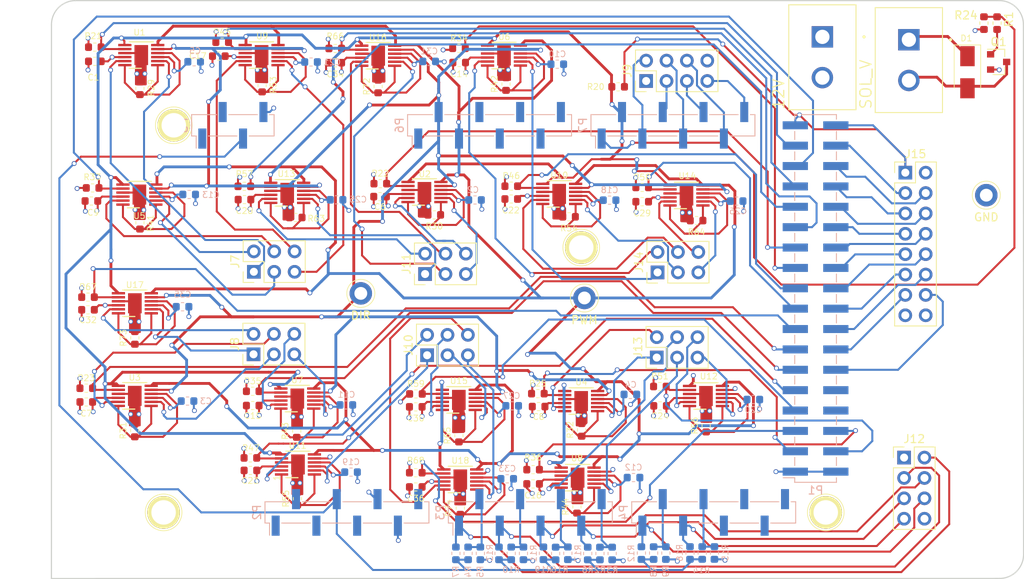
<source format=kicad_pcb>
(kicad_pcb (version 20171130) (host pcbnew "(5.1.10-1-10_14)")

  (general
    (thickness 1.6)
    (drawings 111)
    (tracks 2066)
    (zones 0)
    (modules 138)
    (nets 140)
  )

  (page A4)
  (title_block
    (date "mar. 31 mars 2015")
  )

  (layers
    (0 F.Cu signal)
    (1 In1.Cu power hide)
    (2 In2.Cu power hide)
    (31 B.Cu signal)
    (32 B.Adhes user)
    (33 F.Adhes user)
    (34 B.Paste user)
    (35 F.Paste user)
    (36 B.SilkS user)
    (37 F.SilkS user)
    (38 B.Mask user)
    (39 F.Mask user)
    (40 Dwgs.User user)
    (41 Cmts.User user)
    (42 Eco1.User user)
    (43 Eco2.User user)
    (44 Edge.Cuts user)
    (45 Margin user)
    (46 B.CrtYd user)
    (47 F.CrtYd user)
    (48 B.Fab user)
    (49 F.Fab user)
  )

  (setup
    (last_trace_width 0.25)
    (trace_clearance 0.2)
    (zone_clearance 0.508)
    (zone_45_only no)
    (trace_min 0.2)
    (via_size 0.6)
    (via_drill 0.4)
    (via_min_size 0.4)
    (via_min_drill 0.3)
    (user_via 0.6 0.3)
    (uvia_size 0.3)
    (uvia_drill 0.1)
    (uvias_allowed no)
    (uvia_min_size 0.2)
    (uvia_min_drill 0.1)
    (edge_width 0.15)
    (segment_width 0.15)
    (pcb_text_width 0.3)
    (pcb_text_size 1.5 1.5)
    (mod_edge_width 0.1)
    (mod_text_size 0.75 0.75)
    (mod_text_width 0.1)
    (pad_size 4.064 4.064)
    (pad_drill 3.048)
    (pad_to_mask_clearance 0)
    (aux_axis_origin 103.378 121.666)
    (visible_elements FFFFFF7F)
    (pcbplotparams
      (layerselection 0x00030_80000001)
      (usegerberextensions false)
      (usegerberattributes true)
      (usegerberadvancedattributes true)
      (creategerberjobfile true)
      (excludeedgelayer true)
      (linewidth 0.100000)
      (plotframeref false)
      (viasonmask false)
      (mode 1)
      (useauxorigin false)
      (hpglpennumber 1)
      (hpglpenspeed 20)
      (hpglpendiameter 15.000000)
      (psnegative false)
      (psa4output false)
      (plotreference true)
      (plotvalue true)
      (plotinvisibletext false)
      (padsonsilk false)
      (subtractmaskfromsilk false)
      (outputformat 1)
      (mirror false)
      (drillshape 1)
      (scaleselection 1)
      (outputdirectory ""))
  )

  (net 0 "")
  (net 1 GND)
  (net 2 +5V)
  (net 3 /IOREF)
  (net 4 /Reset)
  (net 5 /Vin)
  (net 6 /A12)
  (net 7 /A13)
  (net 8 /A14)
  (net 9 /A15)
  (net 10 /SCL)
  (net 11 /SDA)
  (net 12 "/7(**)")
  (net 13 "/4(**)")
  (net 14 "/3(**)")
  (net 15 "/2(**)")
  (net 16 "Net-(P8-Pad1)")
  (net 17 "Net-(P10-Pad1)")
  (net 18 "Net-(P11-Pad1)")
  (net 19 "Net-(P12-Pad1)")
  (net 20 "Net-(P2-Pad1)")
  (net 21 +3V3)
  (net 22 "/1(Tx0)")
  (net 23 "/0(Rx0)")
  (net 24 +12V)
  (net 25 "Net-(D1-Pad2)")
  (net 26 /TEMP_1)
  (net 27 /TEMP_2)
  (net 28 /TEMP_3)
  (net 29 /TEMP_4)
  (net 30 /TEMP_5)
  (net 31 /TEMP_6)
  (net 32 /ENC_1)
  (net 33 /ENC_2)
  (net 34 /ENC_3)
  (net 35 /ENC_4)
  (net 36 /ENC_5)
  (net 37 /ENC_6)
  (net 38 /ENC_7)
  (net 39 /ENC_8)
  (net 40 /ENC_9)
  (net 41 /ENC_10)
  (net 42 /ENC_11)
  (net 43 /ENC_12)
  (net 44 /ENC_13)
  (net 45 /ENC_14)
  (net 46 /ENC_15)
  (net 47 /ENC_16)
  (net 48 /ENC_17)
  (net 49 /ENC_18)
  (net 50 /MB9)
  (net 51 /MA9)
  (net 52 /MB8)
  (net 53 /MA8)
  (net 54 /MB7)
  (net 55 /MA7)
  (net 56 /MB6)
  (net 57 /MA6)
  (net 58 /MB5)
  (net 59 /MA5)
  (net 60 /MB4)
  (net 61 /MA4)
  (net 62 /MB3)
  (net 63 /MA3)
  (net 64 /MB2)
  (net 65 /MA2)
  (net 66 /MB1)
  (net 67 /MA1)
  (net 68 /MA10)
  (net 69 /MB10)
  (net 70 /MA11)
  (net 71 /MB11)
  (net 72 /MA12)
  (net 73 /MB12)
  (net 74 /MA13)
  (net 75 /MB13)
  (net 76 /MA14)
  (net 77 /MB14)
  (net 78 /MA15)
  (net 79 /MB15)
  (net 80 /MA16)
  (net 81 /MB16)
  (net 82 /MA17)
  (net 83 /MB17)
  (net 84 /MA18)
  (net 85 /MB18)
  (net 86 /M17)
  (net 87 /M18)
  (net 88 /M15)
  (net 89 /M16)
  (net 90 /M13)
  (net 91 /M14)
  (net 92 /M11)
  (net 93 /M12)
  (net 94 /M9)
  (net 95 /M10)
  (net 96 /M7)
  (net 97 /M8)
  (net 98 /M5)
  (net 99 /M6)
  (net 100 /M3)
  (net 101 /M4)
  (net 102 /M1)
  (net 103 /M2)
  (net 104 /TEMP_D1)
  (net 105 /TEMP_D2)
  (net 106 /TEMP_D3)
  (net 107 /TEMP_D4)
  (net 108 /TEMP_D5)
  (net 109 /TEMP_D6)
  (net 110 /DIR)
  (net 111 /PWM)
  (net 112 /SOL_V)
  (net 113 /FAULT)
  (net 114 "Net-(Q1-Pad1)")
  (net 115 "Net-(R29-Pad1)")
  (net 116 "Net-(R30-Pad1)")
  (net 117 "Net-(R31-Pad1)")
  (net 118 "Net-(R32-Pad1)")
  (net 119 "Net-(R41-Pad1)")
  (net 120 "Net-(R42-Pad1)")
  (net 121 "Net-(R43-Pad1)")
  (net 122 "Net-(R44-Pad1)")
  (net 123 "Net-(R53-Pad1)")
  (net 124 "Net-(R54-Pad1)")
  (net 125 "Net-(R55-Pad1)")
  (net 126 "Net-(R56-Pad1)")
  (net 127 "Net-(R63-Pad1)")
  (net 128 "Net-(R64-Pad1)")
  (net 129 "Net-(R65-Pad1)")
  (net 130 "Net-(R72-Pad1)")
  (net 131 "Net-(R73-Pad1)")
  (net 132 "Net-(R74-Pad1)")
  (net 133 "Net-(J9-Pad8)")
  (net 134 "Net-(J12-Pad8)")
  (net 135 "Net-(J15-Pad16)")
  (net 136 "Net-(P1-Pad8)")
  (net 137 "Net-(P1-Pad10)")
  (net 138 "Net-(J15-Pad2)")
  (net 139 +5VA)

  (net_class Default "This is the default net class."
    (clearance 0.2)
    (trace_width 0.25)
    (via_dia 0.6)
    (via_drill 0.4)
    (uvia_dia 0.3)
    (uvia_drill 0.1)
    (add_net +12V)
    (add_net +3V3)
    (add_net +5V)
    (add_net +5VA)
    (add_net "/0(Rx0)")
    (add_net "/1(Tx0)")
    (add_net "/2(**)")
    (add_net "/3(**)")
    (add_net "/4(**)")
    (add_net "/7(**)")
    (add_net /A12)
    (add_net /A13)
    (add_net /A14)
    (add_net /A15)
    (add_net /ENC_1)
    (add_net /ENC_10)
    (add_net /ENC_11)
    (add_net /ENC_12)
    (add_net /ENC_13)
    (add_net /ENC_14)
    (add_net /ENC_15)
    (add_net /ENC_16)
    (add_net /ENC_17)
    (add_net /ENC_18)
    (add_net /ENC_2)
    (add_net /ENC_3)
    (add_net /ENC_4)
    (add_net /ENC_5)
    (add_net /ENC_6)
    (add_net /ENC_7)
    (add_net /ENC_8)
    (add_net /ENC_9)
    (add_net /IOREF)
    (add_net /M1)
    (add_net /M10)
    (add_net /M11)
    (add_net /M12)
    (add_net /M13)
    (add_net /M14)
    (add_net /M15)
    (add_net /M16)
    (add_net /M17)
    (add_net /M18)
    (add_net /M2)
    (add_net /M3)
    (add_net /M4)
    (add_net /M5)
    (add_net /M6)
    (add_net /M7)
    (add_net /M8)
    (add_net /M9)
    (add_net /MA1)
    (add_net /MA10)
    (add_net /MA11)
    (add_net /MA12)
    (add_net /MA13)
    (add_net /MA14)
    (add_net /MA15)
    (add_net /MA16)
    (add_net /MA17)
    (add_net /MA18)
    (add_net /MA2)
    (add_net /MA3)
    (add_net /MA4)
    (add_net /MA5)
    (add_net /MA6)
    (add_net /MA7)
    (add_net /MA8)
    (add_net /MA9)
    (add_net /MB1)
    (add_net /MB10)
    (add_net /MB11)
    (add_net /MB12)
    (add_net /MB13)
    (add_net /MB14)
    (add_net /MB15)
    (add_net /MB16)
    (add_net /MB17)
    (add_net /MB18)
    (add_net /MB2)
    (add_net /MB3)
    (add_net /MB4)
    (add_net /MB5)
    (add_net /MB6)
    (add_net /MB7)
    (add_net /MB8)
    (add_net /MB9)
    (add_net /Reset)
    (add_net /SCL)
    (add_net /SDA)
    (add_net /SOL_V)
    (add_net /TEMP_1)
    (add_net /TEMP_2)
    (add_net /TEMP_3)
    (add_net /TEMP_4)
    (add_net /TEMP_5)
    (add_net /TEMP_6)
    (add_net /TEMP_D1)
    (add_net /TEMP_D2)
    (add_net /TEMP_D3)
    (add_net /TEMP_D4)
    (add_net /TEMP_D5)
    (add_net /TEMP_D6)
    (add_net /Vin)
    (add_net GND)
    (add_net "Net-(D1-Pad2)")
    (add_net "Net-(J12-Pad8)")
    (add_net "Net-(J15-Pad16)")
    (add_net "Net-(J15-Pad2)")
    (add_net "Net-(J9-Pad8)")
    (add_net "Net-(P1-Pad10)")
    (add_net "Net-(P1-Pad8)")
    (add_net "Net-(P10-Pad1)")
    (add_net "Net-(P11-Pad1)")
    (add_net "Net-(P12-Pad1)")
    (add_net "Net-(P2-Pad1)")
    (add_net "Net-(P8-Pad1)")
    (add_net "Net-(Q1-Pad1)")
    (add_net "Net-(R29-Pad1)")
    (add_net "Net-(R30-Pad1)")
    (add_net "Net-(R31-Pad1)")
    (add_net "Net-(R32-Pad1)")
    (add_net "Net-(R41-Pad1)")
    (add_net "Net-(R42-Pad1)")
    (add_net "Net-(R43-Pad1)")
    (add_net "Net-(R44-Pad1)")
    (add_net "Net-(R53-Pad1)")
    (add_net "Net-(R54-Pad1)")
    (add_net "Net-(R55-Pad1)")
    (add_net "Net-(R56-Pad1)")
    (add_net "Net-(R63-Pad1)")
    (add_net "Net-(R64-Pad1)")
    (add_net "Net-(R65-Pad1)")
    (add_net "Net-(R72-Pad1)")
    (add_net "Net-(R73-Pad1)")
    (add_net "Net-(R74-Pad1)")
  )

  (net_class PWM/FAULT ""
    (clearance 0.2)
    (trace_width 0.35)
    (via_dia 0.6)
    (via_drill 0.4)
    (uvia_dia 0.3)
    (uvia_drill 0.1)
    (add_net /DIR)
    (add_net /FAULT)
    (add_net /PWM)
  )

  (module Connector_PinHeader_2.54mm:PinHeader_1x04_P2.54mm_Vertical_SMD_Pin1Right (layer B.Cu) (tedit 59FED5CC) (tstamp 62FF0926)
    (at 125.984 70.866 270)
    (descr "surface-mounted straight pin header, 1x04, 2.54mm pitch, single row, style 2 (pin 1 right)")
    (tags "Surface mounted pin header SMD 1x04 2.54mm single row style2 pin1 right")
    (path /56D72368)
    (attr smd)
    (fp_text reference P5 (at 0 6.14 270) (layer B.SilkS)
      (effects (font (size 1 1) (thickness 0.15)) (justify mirror))
    )
    (fp_text value PWM (at 0 -6.14 270) (layer B.Fab)
      (effects (font (size 1 1) (thickness 0.15)) (justify mirror))
    )
    (fp_line (start 3.45 5.6) (end -3.45 5.6) (layer B.CrtYd) (width 0.05))
    (fp_line (start 3.45 -5.6) (end 3.45 5.6) (layer B.CrtYd) (width 0.05))
    (fp_line (start -3.45 -5.6) (end 3.45 -5.6) (layer B.CrtYd) (width 0.05))
    (fp_line (start -3.45 5.6) (end -3.45 -5.6) (layer B.CrtYd) (width 0.05))
    (fp_line (start -1.33 0.51) (end -1.33 -3.05) (layer B.SilkS) (width 0.12))
    (fp_line (start -1.33 -4.57) (end -1.33 -5.14) (layer B.SilkS) (width 0.12))
    (fp_line (start 1.33 5.14) (end 1.33 4.57) (layer B.SilkS) (width 0.12))
    (fp_line (start 1.33 4.57) (end 2.85 4.57) (layer B.SilkS) (width 0.12))
    (fp_line (start -1.33 5.14) (end -1.33 2.03) (layer B.SilkS) (width 0.12))
    (fp_line (start 1.33 -2.03) (end 1.33 -5.14) (layer B.SilkS) (width 0.12))
    (fp_line (start 1.33 3.05) (end 1.33 -0.51) (layer B.SilkS) (width 0.12))
    (fp_line (start -1.33 -5.14) (end 1.33 -5.14) (layer B.SilkS) (width 0.12))
    (fp_line (start -1.33 5.14) (end 1.33 5.14) (layer B.SilkS) (width 0.12))
    (fp_line (start 2.54 -1.59) (end 1.27 -1.59) (layer B.Fab) (width 0.1))
    (fp_line (start 2.54 -0.95) (end 2.54 -1.59) (layer B.Fab) (width 0.1))
    (fp_line (start 1.27 -0.95) (end 2.54 -0.95) (layer B.Fab) (width 0.1))
    (fp_line (start 2.54 3.49) (end 1.27 3.49) (layer B.Fab) (width 0.1))
    (fp_line (start 2.54 4.13) (end 2.54 3.49) (layer B.Fab) (width 0.1))
    (fp_line (start 1.27 4.13) (end 2.54 4.13) (layer B.Fab) (width 0.1))
    (fp_line (start -2.54 -4.13) (end -1.27 -4.13) (layer B.Fab) (width 0.1))
    (fp_line (start -2.54 -3.49) (end -2.54 -4.13) (layer B.Fab) (width 0.1))
    (fp_line (start -1.27 -3.49) (end -2.54 -3.49) (layer B.Fab) (width 0.1))
    (fp_line (start -2.54 0.95) (end -1.27 0.95) (layer B.Fab) (width 0.1))
    (fp_line (start -2.54 1.59) (end -2.54 0.95) (layer B.Fab) (width 0.1))
    (fp_line (start -1.27 1.59) (end -2.54 1.59) (layer B.Fab) (width 0.1))
    (fp_line (start -1.27 5.08) (end -1.27 -5.08) (layer B.Fab) (width 0.1))
    (fp_line (start 1.27 4.13) (end 0.32 5.08) (layer B.Fab) (width 0.1))
    (fp_line (start 1.27 -5.08) (end 1.27 4.13) (layer B.Fab) (width 0.1))
    (fp_line (start -1.27 5.08) (end 0.32 5.08) (layer B.Fab) (width 0.1))
    (fp_line (start 1.27 -5.08) (end -1.27 -5.08) (layer B.Fab) (width 0.1))
    (fp_text user %R (at 0 0) (layer B.Fab)
      (effects (font (size 1 1) (thickness 0.15)) (justify mirror))
    )
    (pad 3 smd rect (at 1.655 -1.27 270) (size 2.51 1) (layers B.Cu B.Paste B.Mask)
      (net 21 +3V3))
    (pad 1 smd rect (at 1.655 3.81 270) (size 2.51 1) (layers B.Cu B.Paste B.Mask)
      (net 10 /SCL))
    (pad 4 smd rect (at -1.655 -3.81 270) (size 2.51 1) (layers B.Cu B.Paste B.Mask)
      (net 1 GND))
    (pad 2 smd rect (at -1.655 1.27 270) (size 2.51 1) (layers B.Cu B.Paste B.Mask)
      (net 11 /SDA))
    (model ${KISYS3DMOD}/Connector_PinHeader_2.54mm.3dshapes/PinHeader_1x04_P2.54mm_Vertical_SMD_Pin1Right.wrl
      (at (xyz 0 0 0))
      (scale (xyz 1 1 1))
      (rotate (xyz 0 0 0))
    )
  )

  (module TestPoint:TestPoint_Keystone_5005-5009_Compact (layer F.Cu) (tedit 5A0F774F) (tstamp 62FF1B62)
    (at 169.8117 92.3925)
    (descr "Keystone Miniature THM Test Point 5005-5009, http://www.keyelco.com/product-pdf.cfm?p=1314")
    (tags "Through Hole Mount Test Points")
    (path /629B729D)
    (fp_text reference TP1 (at 0 -2.75) (layer F.SilkS) hide
      (effects (font (size 0.75 0.75) (thickness 0.1)))
    )
    (fp_text value PWM (at 0 2.75) (layer F.SilkS)
      (effects (font (size 1 1) (thickness 0.15)))
    )
    (fp_circle (center 0 0) (end 1.75 0) (layer F.SilkS) (width 0.1))
    (fp_circle (center 0 0) (end 1.6 0) (layer F.Fab) (width 0.15))
    (fp_circle (center 0 0) (end 2 0) (layer F.CrtYd) (width 0.05))
    (fp_line (start -1.25 0.4) (end -1.25 -0.4) (layer F.Fab) (width 0.15))
    (fp_line (start 1.25 0.4) (end -1.25 0.4) (layer F.Fab) (width 0.15))
    (fp_line (start 1.25 -0.4) (end 1.25 0.4) (layer F.Fab) (width 0.15))
    (fp_line (start -1.25 -0.4) (end 1.25 -0.4) (layer F.Fab) (width 0.15))
    (fp_text user %R (at 0 0) (layer F.Fab)
      (effects (font (size 1 1) (thickness 0.15)))
    )
    (pad 1 thru_hole circle (at 0 0) (size 2.8 2.8) (drill 1.6) (layers *.Cu *.Mask)
      (net 111 /PWM))
    (model ${KISYS3DMOD}/TestPoint.3dshapes/TestPoint_Keystone_5005-5009_Compact.wrl
      (at (xyz 0 0 0))
      (scale (xyz 1 1 1))
      (rotate (xyz 0 0 0))
    )
  )

  (module facs-motors:DFN-12-1EP_3x3mm_P0.5mm_EP1.70x2.50mm (layer F.Cu) (tedit 62BCBFA5) (tstamp 62FF18FA)
    (at 114.5654 62.1124 180)
    (descr "10-Lead Plastic Dual Flat, No Lead Package (MF) - 3x3x0.9 mm Body [DFN] (see Microchip Packaging Specification 00000049BS.pdf)")
    (tags "DFN 0.5")
    (path /62832866/6283305B)
    (attr smd)
    (fp_text reference U1 (at 0.22 2.82) (layer F.SilkS)
      (effects (font (size 0.75 0.75) (thickness 0.1)))
    )
    (fp_text value MAX14870 (at 0 2.65) (layer F.Fab) hide
      (effects (font (size 1 1) (thickness 0.15)))
    )
    (fp_line (start 0 -1.65) (end 1.5 -1.65) (layer F.SilkS) (width 0.15))
    (fp_line (start -1.5 1.65) (end 1.5 1.65) (layer F.SilkS) (width 0.15))
    (fp_line (start -2.15 1.8) (end 2.15 1.8) (layer F.CrtYd) (width 0.05))
    (fp_line (start -2.15 -1.8) (end 2.15 -1.8) (layer F.CrtYd) (width 0.05))
    (fp_line (start 2.15 -1.8) (end 2.15 1.8) (layer F.CrtYd) (width 0.05))
    (fp_line (start -2.15 -1.8) (end -2.15 1.8) (layer F.CrtYd) (width 0.05))
    (fp_line (start -1.5 -0.5) (end -0.5 -1.5) (layer F.Fab) (width 0.15))
    (fp_line (start -1.5 1.5) (end -1.5 -0.5) (layer F.Fab) (width 0.15))
    (fp_line (start 1.5 1.5) (end -1.5 1.5) (layer F.Fab) (width 0.15))
    (fp_line (start 1.5 -1.5) (end 1.5 1.5) (layer F.Fab) (width 0.15))
    (fp_line (start -0.5 -1.5) (end 1.5 -1.5) (layer F.Fab) (width 0.15))
    (fp_text user %R (at 0 0) (layer F.Fab) hide
      (effects (font (size 1 1) (thickness 0.15)))
    )
    (pad 1 smd rect (at -2.05 -1.25 180) (size 1.65 0.3) (layers F.Cu F.Paste F.Mask)
      (net 115 "Net-(R29-Pad1)"))
    (pad 2 smd rect (at -2.05 -0.75 180) (size 1.65 0.3) (layers F.Cu F.Paste F.Mask)
      (net 67 /MA1))
    (pad 3 smd rect (at -2.05 -0.25 180) (size 1.65 0.3) (layers F.Cu F.Paste F.Mask)
      (net 24 +12V))
    (pad 4 smd rect (at -2.05 0.25 180) (size 1.65 0.3) (layers F.Cu F.Paste F.Mask)
      (net 115 "Net-(R29-Pad1)"))
    (pad 5 smd rect (at -2.05 0.75 180) (size 1.65 0.3) (layers F.Cu F.Paste F.Mask)
      (net 110 /DIR))
    (pad 8 smd rect (at 2.05 0.75 180) (size 1.65 0.3) (layers F.Cu F.Paste F.Mask)
      (net 102 /M1))
    (pad 9 smd rect (at 2.05 0.25 180) (size 1.65 0.3) (layers F.Cu F.Paste F.Mask)
      (net 1 GND))
    (pad 10 smd rect (at 2.05 -0.25 180) (size 1.65 0.3) (layers F.Cu F.Paste F.Mask)
      (net 24 +12V))
    (pad 11 smd rect (at 2.05 -0.75 180) (size 1.65 0.3) (layers F.Cu F.Paste F.Mask)
      (net 66 /MB1))
    (pad 12 smd rect (at 2.05 -1.25 180) (size 1.65 0.3) (layers F.Cu F.Paste F.Mask)
      (net 115 "Net-(R29-Pad1)"))
    (pad "" smd rect (at -0.4445 0.6477 180) (size 0.8 1.2) (layers F.Paste))
    (pad 13 smd rect (at 0 0 180) (size 1.7 2.5) (layers F.Cu F.Mask)
      (net 1 GND))
    (pad 6 smd rect (at -2.05 1.25 180) (size 1.65 0.3) (layers F.Cu F.Paste F.Mask)
      (net 111 /PWM))
    (pad 7 smd rect (at 2.05 1.25 180) (size 1.65 0.3) (layers F.Cu F.Paste F.Mask)
      (net 113 /FAULT))
    (pad "" smd rect (at 0.4318 0.635 180) (size 0.8 1.2) (layers F.Paste))
    (pad "" smd rect (at 0.4445 -0.6477 180) (size 0.8 1.2) (layers F.Paste))
    (pad "" smd rect (at -0.4445 -0.6477 180) (size 0.8 1.2) (layers F.Paste))
    (model ${KISYS3DMOD}/Package_DFN_QFN.3dshapes/DFN-12-1EP_3x3mm_P0.5mm_EP2.05x2.86mm.wrl
      (at (xyz 0 0 0))
      (scale (xyz 1 1 1))
      (rotate (xyz 0 0 0))
    )
  )

  (module facs-motors:DFN-12-1EP_3x3mm_P0.5mm_EP1.70x2.50mm (layer F.Cu) (tedit 62BCBFA5) (tstamp 62BB7DF2)
    (at 149.8679 79.1811 180)
    (descr "10-Lead Plastic Dual Flat, No Lead Package (MF) - 3x3x0.9 mm Body [DFN] (see Microchip Packaging Specification 00000049BS.pdf)")
    (tags "DFN 0.5")
    (path /62832866/63AE0AC1)
    (attr smd)
    (fp_text reference U2 (at -0.032 2.236) (layer F.SilkS)
      (effects (font (size 0.75 0.75) (thickness 0.1)))
    )
    (fp_text value MAX14870 (at 0 2.65) (layer F.Fab) hide
      (effects (font (size 1 1) (thickness 0.15)))
    )
    (fp_line (start 0 -1.65) (end 1.5 -1.65) (layer F.SilkS) (width 0.15))
    (fp_line (start -1.5 1.65) (end 1.5 1.65) (layer F.SilkS) (width 0.15))
    (fp_line (start -2.15 1.8) (end 2.15 1.8) (layer F.CrtYd) (width 0.05))
    (fp_line (start -2.15 -1.8) (end 2.15 -1.8) (layer F.CrtYd) (width 0.05))
    (fp_line (start 2.15 -1.8) (end 2.15 1.8) (layer F.CrtYd) (width 0.05))
    (fp_line (start -2.15 -1.8) (end -2.15 1.8) (layer F.CrtYd) (width 0.05))
    (fp_line (start -1.5 -0.5) (end -0.5 -1.5) (layer F.Fab) (width 0.15))
    (fp_line (start -1.5 1.5) (end -1.5 -0.5) (layer F.Fab) (width 0.15))
    (fp_line (start 1.5 1.5) (end -1.5 1.5) (layer F.Fab) (width 0.15))
    (fp_line (start 1.5 -1.5) (end 1.5 1.5) (layer F.Fab) (width 0.15))
    (fp_line (start -0.5 -1.5) (end 1.5 -1.5) (layer F.Fab) (width 0.15))
    (fp_text user %R (at 0 0) (layer F.Fab) hide
      (effects (font (size 1 1) (thickness 0.15)))
    )
    (pad 1 smd rect (at -2.05 -1.25 180) (size 1.65 0.3) (layers F.Cu F.Paste F.Mask)
      (net 116 "Net-(R30-Pad1)"))
    (pad 2 smd rect (at -2.05 -0.75 180) (size 1.65 0.3) (layers F.Cu F.Paste F.Mask)
      (net 57 /MA6))
    (pad 3 smd rect (at -2.05 -0.25 180) (size 1.65 0.3) (layers F.Cu F.Paste F.Mask)
      (net 24 +12V))
    (pad 4 smd rect (at -2.05 0.25 180) (size 1.65 0.3) (layers F.Cu F.Paste F.Mask)
      (net 116 "Net-(R30-Pad1)"))
    (pad 5 smd rect (at -2.05 0.75 180) (size 1.65 0.3) (layers F.Cu F.Paste F.Mask)
      (net 110 /DIR))
    (pad 8 smd rect (at 2.05 0.75 180) (size 1.65 0.3) (layers F.Cu F.Paste F.Mask)
      (net 99 /M6))
    (pad 9 smd rect (at 2.05 0.25 180) (size 1.65 0.3) (layers F.Cu F.Paste F.Mask)
      (net 1 GND))
    (pad 10 smd rect (at 2.05 -0.25 180) (size 1.65 0.3) (layers F.Cu F.Paste F.Mask)
      (net 24 +12V))
    (pad 11 smd rect (at 2.05 -0.75 180) (size 1.65 0.3) (layers F.Cu F.Paste F.Mask)
      (net 56 /MB6))
    (pad 12 smd rect (at 2.05 -1.25 180) (size 1.65 0.3) (layers F.Cu F.Paste F.Mask)
      (net 116 "Net-(R30-Pad1)"))
    (pad "" smd rect (at -0.4445 0.6477 180) (size 0.8 1.2) (layers F.Paste))
    (pad 13 smd rect (at 0 0 180) (size 1.7 2.5) (layers F.Cu F.Mask)
      (net 1 GND))
    (pad 6 smd rect (at -2.05 1.25 180) (size 1.65 0.3) (layers F.Cu F.Paste F.Mask)
      (net 111 /PWM))
    (pad 7 smd rect (at 2.05 1.25 180) (size 1.65 0.3) (layers F.Cu F.Paste F.Mask)
      (net 113 /FAULT))
    (pad "" smd rect (at 0.4318 0.635 180) (size 0.8 1.2) (layers F.Paste))
    (pad "" smd rect (at 0.4445 -0.6477 180) (size 0.8 1.2) (layers F.Paste))
    (pad "" smd rect (at -0.4445 -0.6477 180) (size 0.8 1.2) (layers F.Paste))
    (model ${KISYS3DMOD}/Package_DFN_QFN.3dshapes/DFN-12-1EP_3x3mm_P0.5mm_EP2.05x2.86mm.wrl
      (at (xyz 0 0 0))
      (scale (xyz 1 1 1))
      (rotate (xyz 0 0 0))
    )
  )

  (module facs-motors:DFN-12-1EP_3x3mm_P0.5mm_EP1.70x2.50mm (layer F.Cu) (tedit 62BCBFA5) (tstamp 62BB7E13)
    (at 113.7539 104.5972 180)
    (descr "10-Lead Plastic Dual Flat, No Lead Package (MF) - 3x3x0.9 mm Body [DFN] (see Microchip Packaging Specification 00000049BS.pdf)")
    (tags "DFN 0.5")
    (path /62832866/63AFCBDB)
    (attr smd)
    (fp_text reference U3 (at 0 2.286) (layer F.SilkS)
      (effects (font (size 0.75 0.75) (thickness 0.1)))
    )
    (fp_text value MAX14870 (at 0 2.65) (layer F.Fab) hide
      (effects (font (size 1 1) (thickness 0.15)))
    )
    (fp_line (start 0 -1.65) (end 1.5 -1.65) (layer F.SilkS) (width 0.15))
    (fp_line (start -1.5 1.65) (end 1.5 1.65) (layer F.SilkS) (width 0.15))
    (fp_line (start -2.15 1.8) (end 2.15 1.8) (layer F.CrtYd) (width 0.05))
    (fp_line (start -2.15 -1.8) (end 2.15 -1.8) (layer F.CrtYd) (width 0.05))
    (fp_line (start 2.15 -1.8) (end 2.15 1.8) (layer F.CrtYd) (width 0.05))
    (fp_line (start -2.15 -1.8) (end -2.15 1.8) (layer F.CrtYd) (width 0.05))
    (fp_line (start -1.5 -0.5) (end -0.5 -1.5) (layer F.Fab) (width 0.15))
    (fp_line (start -1.5 1.5) (end -1.5 -0.5) (layer F.Fab) (width 0.15))
    (fp_line (start 1.5 1.5) (end -1.5 1.5) (layer F.Fab) (width 0.15))
    (fp_line (start 1.5 -1.5) (end 1.5 1.5) (layer F.Fab) (width 0.15))
    (fp_line (start -0.5 -1.5) (end 1.5 -1.5) (layer F.Fab) (width 0.15))
    (fp_text user %R (at 0 0) (layer F.Fab) hide
      (effects (font (size 1 1) (thickness 0.15)))
    )
    (pad 1 smd rect (at -2.05 -1.25 180) (size 1.65 0.3) (layers F.Cu F.Paste F.Mask)
      (net 117 "Net-(R31-Pad1)"))
    (pad 2 smd rect (at -2.05 -0.75 180) (size 1.65 0.3) (layers F.Cu F.Paste F.Mask)
      (net 70 /MA11))
    (pad 3 smd rect (at -2.05 -0.25 180) (size 1.65 0.3) (layers F.Cu F.Paste F.Mask)
      (net 24 +12V))
    (pad 4 smd rect (at -2.05 0.25 180) (size 1.65 0.3) (layers F.Cu F.Paste F.Mask)
      (net 117 "Net-(R31-Pad1)"))
    (pad 5 smd rect (at -2.05 0.75 180) (size 1.65 0.3) (layers F.Cu F.Paste F.Mask)
      (net 110 /DIR))
    (pad 8 smd rect (at 2.05 0.75 180) (size 1.65 0.3) (layers F.Cu F.Paste F.Mask)
      (net 92 /M11))
    (pad 9 smd rect (at 2.05 0.25 180) (size 1.65 0.3) (layers F.Cu F.Paste F.Mask)
      (net 1 GND))
    (pad 10 smd rect (at 2.05 -0.25 180) (size 1.65 0.3) (layers F.Cu F.Paste F.Mask)
      (net 24 +12V))
    (pad 11 smd rect (at 2.05 -0.75 180) (size 1.65 0.3) (layers F.Cu F.Paste F.Mask)
      (net 71 /MB11))
    (pad 12 smd rect (at 2.05 -1.25 180) (size 1.65 0.3) (layers F.Cu F.Paste F.Mask)
      (net 117 "Net-(R31-Pad1)"))
    (pad "" smd rect (at -0.4445 0.6477 180) (size 0.8 1.2) (layers F.Paste))
    (pad 13 smd rect (at 0 0 180) (size 1.7 2.5) (layers F.Cu F.Mask)
      (net 1 GND))
    (pad 6 smd rect (at -2.05 1.25 180) (size 1.65 0.3) (layers F.Cu F.Paste F.Mask)
      (net 111 /PWM))
    (pad 7 smd rect (at 2.05 1.25 180) (size 1.65 0.3) (layers F.Cu F.Paste F.Mask)
      (net 113 /FAULT))
    (pad "" smd rect (at 0.4318 0.635 180) (size 0.8 1.2) (layers F.Paste))
    (pad "" smd rect (at 0.4445 -0.6477 180) (size 0.8 1.2) (layers F.Paste))
    (pad "" smd rect (at -0.4445 -0.6477 180) (size 0.8 1.2) (layers F.Paste))
    (model ${KISYS3DMOD}/Package_DFN_QFN.3dshapes/DFN-12-1EP_3x3mm_P0.5mm_EP2.05x2.86mm.wrl
      (at (xyz 0 0 0))
      (scale (xyz 1 1 1))
      (rotate (xyz 0 0 0))
    )
  )

  (module facs-motors:DFN-12-1EP_3x3mm_P0.5mm_EP1.70x2.50mm (layer F.Cu) (tedit 62BCBFA5) (tstamp 62BD34BB)
    (at 169.4066 105.2468 180)
    (descr "10-Lead Plastic Dual Flat, No Lead Package (MF) - 3x3x0.9 mm Body [DFN] (see Microchip Packaging Specification 00000049BS.pdf)")
    (tags "DFN 0.5")
    (path /62832866/63B2EE02)
    (attr smd)
    (fp_text reference U4 (at -0.028 2.354) (layer F.SilkS)
      (effects (font (size 0.75 0.75) (thickness 0.1)))
    )
    (fp_text value MAX14870 (at 0 2.65) (layer F.Fab) hide
      (effects (font (size 1 1) (thickness 0.15)))
    )
    (fp_line (start 0 -1.65) (end 1.5 -1.65) (layer F.SilkS) (width 0.15))
    (fp_line (start -1.5 1.65) (end 1.5 1.65) (layer F.SilkS) (width 0.15))
    (fp_line (start -2.15 1.8) (end 2.15 1.8) (layer F.CrtYd) (width 0.05))
    (fp_line (start -2.15 -1.8) (end 2.15 -1.8) (layer F.CrtYd) (width 0.05))
    (fp_line (start 2.15 -1.8) (end 2.15 1.8) (layer F.CrtYd) (width 0.05))
    (fp_line (start -2.15 -1.8) (end -2.15 1.8) (layer F.CrtYd) (width 0.05))
    (fp_line (start -1.5 -0.5) (end -0.5 -1.5) (layer F.Fab) (width 0.15))
    (fp_line (start -1.5 1.5) (end -1.5 -0.5) (layer F.Fab) (width 0.15))
    (fp_line (start 1.5 1.5) (end -1.5 1.5) (layer F.Fab) (width 0.15))
    (fp_line (start 1.5 -1.5) (end 1.5 1.5) (layer F.Fab) (width 0.15))
    (fp_line (start -0.5 -1.5) (end 1.5 -1.5) (layer F.Fab) (width 0.15))
    (fp_text user %R (at 0 0) (layer F.Fab) hide
      (effects (font (size 1 1) (thickness 0.15)))
    )
    (pad 1 smd rect (at -2.05 -1.25 180) (size 1.65 0.3) (layers F.Cu F.Paste F.Mask)
      (net 118 "Net-(R32-Pad1)"))
    (pad 2 smd rect (at -2.05 -0.75 180) (size 1.65 0.3) (layers F.Cu F.Paste F.Mask)
      (net 80 /MA16))
    (pad 3 smd rect (at -2.05 -0.25 180) (size 1.65 0.3) (layers F.Cu F.Paste F.Mask)
      (net 24 +12V))
    (pad 4 smd rect (at -2.05 0.25 180) (size 1.65 0.3) (layers F.Cu F.Paste F.Mask)
      (net 118 "Net-(R32-Pad1)"))
    (pad 5 smd rect (at -2.05 0.75 180) (size 1.65 0.3) (layers F.Cu F.Paste F.Mask)
      (net 110 /DIR))
    (pad 8 smd rect (at 2.05 0.75 180) (size 1.65 0.3) (layers F.Cu F.Paste F.Mask)
      (net 89 /M16))
    (pad 9 smd rect (at 2.05 0.25 180) (size 1.65 0.3) (layers F.Cu F.Paste F.Mask)
      (net 1 GND))
    (pad 10 smd rect (at 2.05 -0.25 180) (size 1.65 0.3) (layers F.Cu F.Paste F.Mask)
      (net 24 +12V))
    (pad 11 smd rect (at 2.05 -0.75 180) (size 1.65 0.3) (layers F.Cu F.Paste F.Mask)
      (net 81 /MB16))
    (pad 12 smd rect (at 2.05 -1.25 180) (size 1.65 0.3) (layers F.Cu F.Paste F.Mask)
      (net 118 "Net-(R32-Pad1)"))
    (pad "" smd rect (at -0.4445 0.6477 180) (size 0.8 1.2) (layers F.Paste))
    (pad 13 smd rect (at 0 0 180) (size 1.7 2.5) (layers F.Cu F.Mask)
      (net 1 GND))
    (pad 6 smd rect (at -2.05 1.25 180) (size 1.65 0.3) (layers F.Cu F.Paste F.Mask)
      (net 111 /PWM))
    (pad 7 smd rect (at 2.05 1.25 180) (size 1.65 0.3) (layers F.Cu F.Paste F.Mask)
      (net 113 /FAULT))
    (pad "" smd rect (at 0.4318 0.635 180) (size 0.8 1.2) (layers F.Paste))
    (pad "" smd rect (at 0.4445 -0.6477 180) (size 0.8 1.2) (layers F.Paste))
    (pad "" smd rect (at -0.4445 -0.6477 180) (size 0.8 1.2) (layers F.Paste))
    (model ${KISYS3DMOD}/Package_DFN_QFN.3dshapes/DFN-12-1EP_3x3mm_P0.5mm_EP2.05x2.86mm.wrl
      (at (xyz 0 0 0))
      (scale (xyz 1 1 1))
      (rotate (xyz 0 0 0))
    )
  )

  (module facs-motors:DFN-12-1EP_3x3mm_P0.5mm_EP1.70x2.50mm (layer F.Cu) (tedit 62BCBFA5) (tstamp 62BB7E55)
    (at 114.3296 79.5032 180)
    (descr "10-Lead Plastic Dual Flat, No Lead Package (MF) - 3x3x0.9 mm Body [DFN] (see Microchip Packaging Specification 00000049BS.pdf)")
    (tags "DFN 0.5")
    (path /62832866/63A57828)
    (attr smd)
    (fp_text reference U5 (at 0 -2.65) (layer F.SilkS)
      (effects (font (size 0.75 0.75) (thickness 0.1)))
    )
    (fp_text value MAX14870 (at 0 2.65) (layer F.Fab) hide
      (effects (font (size 1 1) (thickness 0.15)))
    )
    (fp_line (start 0 -1.65) (end 1.5 -1.65) (layer F.SilkS) (width 0.15))
    (fp_line (start -1.5 1.65) (end 1.5 1.65) (layer F.SilkS) (width 0.15))
    (fp_line (start -2.15 1.8) (end 2.15 1.8) (layer F.CrtYd) (width 0.05))
    (fp_line (start -2.15 -1.8) (end 2.15 -1.8) (layer F.CrtYd) (width 0.05))
    (fp_line (start 2.15 -1.8) (end 2.15 1.8) (layer F.CrtYd) (width 0.05))
    (fp_line (start -2.15 -1.8) (end -2.15 1.8) (layer F.CrtYd) (width 0.05))
    (fp_line (start -1.5 -0.5) (end -0.5 -1.5) (layer F.Fab) (width 0.15))
    (fp_line (start -1.5 1.5) (end -1.5 -0.5) (layer F.Fab) (width 0.15))
    (fp_line (start 1.5 1.5) (end -1.5 1.5) (layer F.Fab) (width 0.15))
    (fp_line (start 1.5 -1.5) (end 1.5 1.5) (layer F.Fab) (width 0.15))
    (fp_line (start -0.5 -1.5) (end 1.5 -1.5) (layer F.Fab) (width 0.15))
    (fp_text user %R (at 0 0) (layer F.Fab) hide
      (effects (font (size 1 1) (thickness 0.15)))
    )
    (pad 1 smd rect (at -2.05 -1.25 180) (size 1.65 0.3) (layers F.Cu F.Paste F.Mask)
      (net 119 "Net-(R41-Pad1)"))
    (pad 2 smd rect (at -2.05 -0.75 180) (size 1.65 0.3) (layers F.Cu F.Paste F.Mask)
      (net 65 /MA2))
    (pad 3 smd rect (at -2.05 -0.25 180) (size 1.65 0.3) (layers F.Cu F.Paste F.Mask)
      (net 24 +12V))
    (pad 4 smd rect (at -2.05 0.25 180) (size 1.65 0.3) (layers F.Cu F.Paste F.Mask)
      (net 119 "Net-(R41-Pad1)"))
    (pad 5 smd rect (at -2.05 0.75 180) (size 1.65 0.3) (layers F.Cu F.Paste F.Mask)
      (net 110 /DIR))
    (pad 8 smd rect (at 2.05 0.75 180) (size 1.65 0.3) (layers F.Cu F.Paste F.Mask)
      (net 103 /M2))
    (pad 9 smd rect (at 2.05 0.25 180) (size 1.65 0.3) (layers F.Cu F.Paste F.Mask)
      (net 1 GND))
    (pad 10 smd rect (at 2.05 -0.25 180) (size 1.65 0.3) (layers F.Cu F.Paste F.Mask)
      (net 24 +12V))
    (pad 11 smd rect (at 2.05 -0.75 180) (size 1.65 0.3) (layers F.Cu F.Paste F.Mask)
      (net 64 /MB2))
    (pad 12 smd rect (at 2.05 -1.25 180) (size 1.65 0.3) (layers F.Cu F.Paste F.Mask)
      (net 119 "Net-(R41-Pad1)"))
    (pad "" smd rect (at -0.4445 0.6477 180) (size 0.8 1.2) (layers F.Paste))
    (pad 13 smd rect (at 0 0 180) (size 1.7 2.5) (layers F.Cu F.Mask)
      (net 1 GND))
    (pad 6 smd rect (at -2.05 1.25 180) (size 1.65 0.3) (layers F.Cu F.Paste F.Mask)
      (net 111 /PWM))
    (pad 7 smd rect (at 2.05 1.25 180) (size 1.65 0.3) (layers F.Cu F.Paste F.Mask)
      (net 113 /FAULT))
    (pad "" smd rect (at 0.4318 0.635 180) (size 0.8 1.2) (layers F.Paste))
    (pad "" smd rect (at 0.4445 -0.6477 180) (size 0.8 1.2) (layers F.Paste))
    (pad "" smd rect (at -0.4445 -0.6477 180) (size 0.8 1.2) (layers F.Paste))
    (model ${KISYS3DMOD}/Package_DFN_QFN.3dshapes/DFN-12-1EP_3x3mm_P0.5mm_EP2.05x2.86mm.wrl
      (at (xyz 0 0 0))
      (scale (xyz 1 1 1))
      (rotate (xyz 0 0 0))
    )
  )

  (module facs-motors:DFN-12-1EP_3x3mm_P0.5mm_EP1.70x2.50mm (layer F.Cu) (tedit 62BCBFA5) (tstamp 62BB7E76)
    (at 159.7844 62.1665 180)
    (descr "10-Lead Plastic Dual Flat, No Lead Package (MF) - 3x3x0.9 mm Body [DFN] (see Microchip Packaging Specification 00000049BS.pdf)")
    (tags "DFN 0.5")
    (path /62832866/63AE0B26)
    (attr smd)
    (fp_text reference U6 (at -0.034 2.316 180) (layer F.SilkS)
      (effects (font (size 0.75 0.75) (thickness 0.1)))
    )
    (fp_text value MAX14870 (at 0 2.65) (layer F.Fab) hide
      (effects (font (size 1 1) (thickness 0.15)))
    )
    (fp_line (start 0 -1.65) (end 1.5 -1.65) (layer F.SilkS) (width 0.15))
    (fp_line (start -1.5 1.65) (end 1.5 1.65) (layer F.SilkS) (width 0.15))
    (fp_line (start -2.15 1.8) (end 2.15 1.8) (layer F.CrtYd) (width 0.05))
    (fp_line (start -2.15 -1.8) (end 2.15 -1.8) (layer F.CrtYd) (width 0.05))
    (fp_line (start 2.15 -1.8) (end 2.15 1.8) (layer F.CrtYd) (width 0.05))
    (fp_line (start -2.15 -1.8) (end -2.15 1.8) (layer F.CrtYd) (width 0.05))
    (fp_line (start -1.5 -0.5) (end -0.5 -1.5) (layer F.Fab) (width 0.15))
    (fp_line (start -1.5 1.5) (end -1.5 -0.5) (layer F.Fab) (width 0.15))
    (fp_line (start 1.5 1.5) (end -1.5 1.5) (layer F.Fab) (width 0.15))
    (fp_line (start 1.5 -1.5) (end 1.5 1.5) (layer F.Fab) (width 0.15))
    (fp_line (start -0.5 -1.5) (end 1.5 -1.5) (layer F.Fab) (width 0.15))
    (fp_text user %R (at 0 0) (layer F.Fab) hide
      (effects (font (size 1 1) (thickness 0.15)))
    )
    (pad 1 smd rect (at -2.05 -1.25 180) (size 1.65 0.3) (layers F.Cu F.Paste F.Mask)
      (net 120 "Net-(R42-Pad1)"))
    (pad 2 smd rect (at -2.05 -0.75 180) (size 1.65 0.3) (layers F.Cu F.Paste F.Mask)
      (net 55 /MA7))
    (pad 3 smd rect (at -2.05 -0.25 180) (size 1.65 0.3) (layers F.Cu F.Paste F.Mask)
      (net 24 +12V))
    (pad 4 smd rect (at -2.05 0.25 180) (size 1.65 0.3) (layers F.Cu F.Paste F.Mask)
      (net 120 "Net-(R42-Pad1)"))
    (pad 5 smd rect (at -2.05 0.75 180) (size 1.65 0.3) (layers F.Cu F.Paste F.Mask)
      (net 110 /DIR))
    (pad 8 smd rect (at 2.05 0.75 180) (size 1.65 0.3) (layers F.Cu F.Paste F.Mask)
      (net 96 /M7))
    (pad 9 smd rect (at 2.05 0.25 180) (size 1.65 0.3) (layers F.Cu F.Paste F.Mask)
      (net 1 GND))
    (pad 10 smd rect (at 2.05 -0.25 180) (size 1.65 0.3) (layers F.Cu F.Paste F.Mask)
      (net 24 +12V))
    (pad 11 smd rect (at 2.05 -0.75 180) (size 1.65 0.3) (layers F.Cu F.Paste F.Mask)
      (net 54 /MB7))
    (pad 12 smd rect (at 2.05 -1.25 180) (size 1.65 0.3) (layers F.Cu F.Paste F.Mask)
      (net 120 "Net-(R42-Pad1)"))
    (pad "" smd rect (at -0.4445 0.6477 180) (size 0.8 1.2) (layers F.Paste))
    (pad 13 smd rect (at 0 0 180) (size 1.7 2.5) (layers F.Cu F.Mask)
      (net 1 GND))
    (pad 6 smd rect (at -2.05 1.25 180) (size 1.65 0.3) (layers F.Cu F.Paste F.Mask)
      (net 111 /PWM))
    (pad 7 smd rect (at 2.05 1.25 180) (size 1.65 0.3) (layers F.Cu F.Paste F.Mask)
      (net 113 /FAULT))
    (pad "" smd rect (at 0.4318 0.635 180) (size 0.8 1.2) (layers F.Paste))
    (pad "" smd rect (at 0.4445 -0.6477 180) (size 0.8 1.2) (layers F.Paste))
    (pad "" smd rect (at -0.4445 -0.6477 180) (size 0.8 1.2) (layers F.Paste))
    (model ${KISYS3DMOD}/Package_DFN_QFN.3dshapes/DFN-12-1EP_3x3mm_P0.5mm_EP2.05x2.86mm.wrl
      (at (xyz 0 0 0))
      (scale (xyz 1 1 1))
      (rotate (xyz 0 0 0))
    )
  )

  (module facs-motors:DFN-12-1EP_3x3mm_P0.5mm_EP1.70x2.50mm (layer F.Cu) (tedit 62BCBFA5) (tstamp 62BB7E97)
    (at 134.0184 104.9327 180)
    (descr "10-Lead Plastic Dual Flat, No Lead Package (MF) - 3x3x0.9 mm Body [DFN] (see Microchip Packaging Specification 00000049BS.pdf)")
    (tags "DFN 0.5")
    (path /62832866/63AFCC40)
    (attr smd)
    (fp_text reference U7 (at 0.008 2.304) (layer F.SilkS)
      (effects (font (size 0.75 0.75) (thickness 0.1)))
    )
    (fp_text value MAX14870 (at 0 2.65) (layer F.Fab) hide
      (effects (font (size 1 1) (thickness 0.15)))
    )
    (fp_line (start 0 -1.65) (end 1.5 -1.65) (layer F.SilkS) (width 0.15))
    (fp_line (start -1.5 1.65) (end 1.5 1.65) (layer F.SilkS) (width 0.15))
    (fp_line (start -2.15 1.8) (end 2.15 1.8) (layer F.CrtYd) (width 0.05))
    (fp_line (start -2.15 -1.8) (end 2.15 -1.8) (layer F.CrtYd) (width 0.05))
    (fp_line (start 2.15 -1.8) (end 2.15 1.8) (layer F.CrtYd) (width 0.05))
    (fp_line (start -2.15 -1.8) (end -2.15 1.8) (layer F.CrtYd) (width 0.05))
    (fp_line (start -1.5 -0.5) (end -0.5 -1.5) (layer F.Fab) (width 0.15))
    (fp_line (start -1.5 1.5) (end -1.5 -0.5) (layer F.Fab) (width 0.15))
    (fp_line (start 1.5 1.5) (end -1.5 1.5) (layer F.Fab) (width 0.15))
    (fp_line (start 1.5 -1.5) (end 1.5 1.5) (layer F.Fab) (width 0.15))
    (fp_line (start -0.5 -1.5) (end 1.5 -1.5) (layer F.Fab) (width 0.15))
    (fp_text user %R (at 0 0) (layer F.Fab) hide
      (effects (font (size 1 1) (thickness 0.15)))
    )
    (pad 1 smd rect (at -2.05 -1.25 180) (size 1.65 0.3) (layers F.Cu F.Paste F.Mask)
      (net 121 "Net-(R43-Pad1)"))
    (pad 2 smd rect (at -2.05 -0.75 180) (size 1.65 0.3) (layers F.Cu F.Paste F.Mask)
      (net 72 /MA12))
    (pad 3 smd rect (at -2.05 -0.25 180) (size 1.65 0.3) (layers F.Cu F.Paste F.Mask)
      (net 24 +12V))
    (pad 4 smd rect (at -2.05 0.25 180) (size 1.65 0.3) (layers F.Cu F.Paste F.Mask)
      (net 121 "Net-(R43-Pad1)"))
    (pad 5 smd rect (at -2.05 0.75 180) (size 1.65 0.3) (layers F.Cu F.Paste F.Mask)
      (net 110 /DIR))
    (pad 8 smd rect (at 2.05 0.75 180) (size 1.65 0.3) (layers F.Cu F.Paste F.Mask)
      (net 93 /M12))
    (pad 9 smd rect (at 2.05 0.25 180) (size 1.65 0.3) (layers F.Cu F.Paste F.Mask)
      (net 1 GND))
    (pad 10 smd rect (at 2.05 -0.25 180) (size 1.65 0.3) (layers F.Cu F.Paste F.Mask)
      (net 24 +12V))
    (pad 11 smd rect (at 2.05 -0.75 180) (size 1.65 0.3) (layers F.Cu F.Paste F.Mask)
      (net 73 /MB12))
    (pad 12 smd rect (at 2.05 -1.25 180) (size 1.65 0.3) (layers F.Cu F.Paste F.Mask)
      (net 121 "Net-(R43-Pad1)"))
    (pad "" smd rect (at -0.4445 0.6477 180) (size 0.8 1.2) (layers F.Paste))
    (pad 13 smd rect (at 0 0 180) (size 1.7 2.5) (layers F.Cu F.Mask)
      (net 1 GND))
    (pad 6 smd rect (at -2.05 1.25 180) (size 1.65 0.3) (layers F.Cu F.Paste F.Mask)
      (net 111 /PWM))
    (pad 7 smd rect (at 2.05 1.25 180) (size 1.65 0.3) (layers F.Cu F.Paste F.Mask)
      (net 113 /FAULT))
    (pad "" smd rect (at 0.4318 0.635 180) (size 0.8 1.2) (layers F.Paste))
    (pad "" smd rect (at 0.4445 -0.6477 180) (size 0.8 1.2) (layers F.Paste))
    (pad "" smd rect (at -0.4445 -0.6477 180) (size 0.8 1.2) (layers F.Paste))
    (model ${KISYS3DMOD}/Package_DFN_QFN.3dshapes/DFN-12-1EP_3x3mm_P0.5mm_EP2.05x2.86mm.wrl
      (at (xyz 0 0 0))
      (scale (xyz 1 1 1))
      (rotate (xyz 0 0 0))
    )
  )

  (module facs-motors:DFN-12-1EP_3x3mm_P0.5mm_EP1.70x2.50mm (layer F.Cu) (tedit 62BCBFA5) (tstamp 62BB7EB8)
    (at 168.9633 114.7947 180)
    (descr "10-Lead Plastic Dual Flat, No Lead Package (MF) - 3x3x0.9 mm Body [DFN] (see Microchip Packaging Specification 00000049BS.pdf)")
    (tags "DFN 0.5")
    (path /62832866/63B2EE69)
    (attr smd)
    (fp_text reference U8 (at 0.0787 2.4251) (layer F.SilkS)
      (effects (font (size 0.75 0.75) (thickness 0.1)))
    )
    (fp_text value MAX14870 (at 0 2.65) (layer F.Fab) hide
      (effects (font (size 1 1) (thickness 0.15)))
    )
    (fp_line (start 0 -1.65) (end 1.5 -1.65) (layer F.SilkS) (width 0.15))
    (fp_line (start -1.5 1.65) (end 1.5 1.65) (layer F.SilkS) (width 0.15))
    (fp_line (start -2.15 1.8) (end 2.15 1.8) (layer F.CrtYd) (width 0.05))
    (fp_line (start -2.15 -1.8) (end 2.15 -1.8) (layer F.CrtYd) (width 0.05))
    (fp_line (start 2.15 -1.8) (end 2.15 1.8) (layer F.CrtYd) (width 0.05))
    (fp_line (start -2.15 -1.8) (end -2.15 1.8) (layer F.CrtYd) (width 0.05))
    (fp_line (start -1.5 -0.5) (end -0.5 -1.5) (layer F.Fab) (width 0.15))
    (fp_line (start -1.5 1.5) (end -1.5 -0.5) (layer F.Fab) (width 0.15))
    (fp_line (start 1.5 1.5) (end -1.5 1.5) (layer F.Fab) (width 0.15))
    (fp_line (start 1.5 -1.5) (end 1.5 1.5) (layer F.Fab) (width 0.15))
    (fp_line (start -0.5 -1.5) (end 1.5 -1.5) (layer F.Fab) (width 0.15))
    (fp_text user %R (at 0 0) (layer F.Fab) hide
      (effects (font (size 1 1) (thickness 0.15)))
    )
    (pad 1 smd rect (at -2.05 -1.25 180) (size 1.65 0.3) (layers F.Cu F.Paste F.Mask)
      (net 122 "Net-(R44-Pad1)"))
    (pad 2 smd rect (at -2.05 -0.75 180) (size 1.65 0.3) (layers F.Cu F.Paste F.Mask)
      (net 82 /MA17))
    (pad 3 smd rect (at -2.05 -0.25 180) (size 1.65 0.3) (layers F.Cu F.Paste F.Mask)
      (net 24 +12V))
    (pad 4 smd rect (at -2.05 0.25 180) (size 1.65 0.3) (layers F.Cu F.Paste F.Mask)
      (net 122 "Net-(R44-Pad1)"))
    (pad 5 smd rect (at -2.05 0.75 180) (size 1.65 0.3) (layers F.Cu F.Paste F.Mask)
      (net 110 /DIR))
    (pad 8 smd rect (at 2.05 0.75 180) (size 1.65 0.3) (layers F.Cu F.Paste F.Mask)
      (net 86 /M17))
    (pad 9 smd rect (at 2.05 0.25 180) (size 1.65 0.3) (layers F.Cu F.Paste F.Mask)
      (net 1 GND))
    (pad 10 smd rect (at 2.05 -0.25 180) (size 1.65 0.3) (layers F.Cu F.Paste F.Mask)
      (net 24 +12V))
    (pad 11 smd rect (at 2.05 -0.75 180) (size 1.65 0.3) (layers F.Cu F.Paste F.Mask)
      (net 83 /MB17))
    (pad 12 smd rect (at 2.05 -1.25 180) (size 1.65 0.3) (layers F.Cu F.Paste F.Mask)
      (net 122 "Net-(R44-Pad1)"))
    (pad "" smd rect (at -0.4445 0.6477 180) (size 0.8 1.2) (layers F.Paste))
    (pad 13 smd rect (at 0 0 180) (size 1.7 2.5) (layers F.Cu F.Mask)
      (net 1 GND))
    (pad 6 smd rect (at -2.05 1.25 180) (size 1.65 0.3) (layers F.Cu F.Paste F.Mask)
      (net 111 /PWM))
    (pad 7 smd rect (at 2.05 1.25 180) (size 1.65 0.3) (layers F.Cu F.Paste F.Mask)
      (net 113 /FAULT))
    (pad "" smd rect (at 0.4318 0.635 180) (size 0.8 1.2) (layers F.Paste))
    (pad "" smd rect (at 0.4445 -0.6477 180) (size 0.8 1.2) (layers F.Paste))
    (pad "" smd rect (at -0.4445 -0.6477 180) (size 0.8 1.2) (layers F.Paste))
    (model ${KISYS3DMOD}/Package_DFN_QFN.3dshapes/DFN-12-1EP_3x3mm_P0.5mm_EP2.05x2.86mm.wrl
      (at (xyz 0 0 0))
      (scale (xyz 1 1 1))
      (rotate (xyz 0 0 0))
    )
  )

  (module facs-motors:DFN-12-1EP_3x3mm_P0.5mm_EP1.70x2.50mm (layer F.Cu) (tedit 62BCBFA5) (tstamp 62CCE8C1)
    (at 129.5654 62.1124 180)
    (descr "10-Lead Plastic Dual Flat, No Lead Package (MF) - 3x3x0.9 mm Body [DFN] (see Microchip Packaging Specification 00000049BS.pdf)")
    (tags "DFN 0.5")
    (path /62832866/63A60A34)
    (attr smd)
    (fp_text reference U9 (at -0.07 2.36) (layer F.SilkS)
      (effects (font (size 0.75 0.75) (thickness 0.1)))
    )
    (fp_text value MAX14870 (at 0 2.65) (layer F.Fab) hide
      (effects (font (size 1 1) (thickness 0.15)))
    )
    (fp_line (start 0 -1.65) (end 1.5 -1.65) (layer F.SilkS) (width 0.15))
    (fp_line (start -1.5 1.65) (end 1.5 1.65) (layer F.SilkS) (width 0.15))
    (fp_line (start -2.15 1.8) (end 2.15 1.8) (layer F.CrtYd) (width 0.05))
    (fp_line (start -2.15 -1.8) (end 2.15 -1.8) (layer F.CrtYd) (width 0.05))
    (fp_line (start 2.15 -1.8) (end 2.15 1.8) (layer F.CrtYd) (width 0.05))
    (fp_line (start -2.15 -1.8) (end -2.15 1.8) (layer F.CrtYd) (width 0.05))
    (fp_line (start -1.5 -0.5) (end -0.5 -1.5) (layer F.Fab) (width 0.15))
    (fp_line (start -1.5 1.5) (end -1.5 -0.5) (layer F.Fab) (width 0.15))
    (fp_line (start 1.5 1.5) (end -1.5 1.5) (layer F.Fab) (width 0.15))
    (fp_line (start 1.5 -1.5) (end 1.5 1.5) (layer F.Fab) (width 0.15))
    (fp_line (start -0.5 -1.5) (end 1.5 -1.5) (layer F.Fab) (width 0.15))
    (fp_text user %R (at 0 0) (layer F.Fab) hide
      (effects (font (size 1 1) (thickness 0.15)))
    )
    (pad 1 smd rect (at -2.05 -1.25 180) (size 1.65 0.3) (layers F.Cu F.Paste F.Mask)
      (net 123 "Net-(R53-Pad1)"))
    (pad 2 smd rect (at -2.05 -0.75 180) (size 1.65 0.3) (layers F.Cu F.Paste F.Mask)
      (net 63 /MA3))
    (pad 3 smd rect (at -2.05 -0.25 180) (size 1.65 0.3) (layers F.Cu F.Paste F.Mask)
      (net 24 +12V))
    (pad 4 smd rect (at -2.05 0.25 180) (size 1.65 0.3) (layers F.Cu F.Paste F.Mask)
      (net 123 "Net-(R53-Pad1)"))
    (pad 5 smd rect (at -2.05 0.75 180) (size 1.65 0.3) (layers F.Cu F.Paste F.Mask)
      (net 110 /DIR))
    (pad 8 smd rect (at 2.05 0.75 180) (size 1.65 0.3) (layers F.Cu F.Paste F.Mask)
      (net 100 /M3))
    (pad 9 smd rect (at 2.05 0.25 180) (size 1.65 0.3) (layers F.Cu F.Paste F.Mask)
      (net 1 GND))
    (pad 10 smd rect (at 2.05 -0.25 180) (size 1.65 0.3) (layers F.Cu F.Paste F.Mask)
      (net 24 +12V))
    (pad 11 smd rect (at 2.05 -0.75 180) (size 1.65 0.3) (layers F.Cu F.Paste F.Mask)
      (net 62 /MB3))
    (pad 12 smd rect (at 2.05 -1.25 180) (size 1.65 0.3) (layers F.Cu F.Paste F.Mask)
      (net 123 "Net-(R53-Pad1)"))
    (pad "" smd rect (at -0.4445 0.6477 180) (size 0.8 1.2) (layers F.Paste))
    (pad 13 smd rect (at 0 0 180) (size 1.7 2.5) (layers F.Cu F.Mask)
      (net 1 GND))
    (pad 6 smd rect (at -2.05 1.25 180) (size 1.65 0.3) (layers F.Cu F.Paste F.Mask)
      (net 111 /PWM))
    (pad 7 smd rect (at 2.05 1.25 180) (size 1.65 0.3) (layers F.Cu F.Paste F.Mask)
      (net 113 /FAULT))
    (pad "" smd rect (at 0.4318 0.635 180) (size 0.8 1.2) (layers F.Paste))
    (pad "" smd rect (at 0.4445 -0.6477 180) (size 0.8 1.2) (layers F.Paste))
    (pad "" smd rect (at -0.4445 -0.6477 180) (size 0.8 1.2) (layers F.Paste))
    (model ${KISYS3DMOD}/Package_DFN_QFN.3dshapes/DFN-12-1EP_3x3mm_P0.5mm_EP2.05x2.86mm.wrl
      (at (xyz 0 0 0))
      (scale (xyz 1 1 1))
      (rotate (xyz 0 0 0))
    )
  )

  (module facs-motors:DFN-12-1EP_3x3mm_P0.5mm_EP1.70x2.50mm (layer F.Cu) (tedit 62BCBFA5) (tstamp 62D2524D)
    (at 166.6658 79.4189 180)
    (descr "10-Lead Plastic Dual Flat, No Lead Package (MF) - 3x3x0.9 mm Body [DFN] (see Microchip Packaging Specification 00000049BS.pdf)")
    (tags "DFN 0.5")
    (path /62832866/63AE0B8D)
    (attr smd)
    (fp_text reference U10 (at -0.004 2.332) (layer F.SilkS)
      (effects (font (size 0.75 0.75) (thickness 0.1)))
    )
    (fp_text value MAX14870 (at 0 2.65) (layer F.Fab) hide
      (effects (font (size 1 1) (thickness 0.15)))
    )
    (fp_line (start 0 -1.65) (end 1.5 -1.65) (layer F.SilkS) (width 0.15))
    (fp_line (start -1.5 1.65) (end 1.5 1.65) (layer F.SilkS) (width 0.15))
    (fp_line (start -2.15 1.8) (end 2.15 1.8) (layer F.CrtYd) (width 0.05))
    (fp_line (start -2.15 -1.8) (end 2.15 -1.8) (layer F.CrtYd) (width 0.05))
    (fp_line (start 2.15 -1.8) (end 2.15 1.8) (layer F.CrtYd) (width 0.05))
    (fp_line (start -2.15 -1.8) (end -2.15 1.8) (layer F.CrtYd) (width 0.05))
    (fp_line (start -1.5 -0.5) (end -0.5 -1.5) (layer F.Fab) (width 0.15))
    (fp_line (start -1.5 1.5) (end -1.5 -0.5) (layer F.Fab) (width 0.15))
    (fp_line (start 1.5 1.5) (end -1.5 1.5) (layer F.Fab) (width 0.15))
    (fp_line (start 1.5 -1.5) (end 1.5 1.5) (layer F.Fab) (width 0.15))
    (fp_line (start -0.5 -1.5) (end 1.5 -1.5) (layer F.Fab) (width 0.15))
    (fp_text user %R (at 0 0) (layer F.Fab) hide
      (effects (font (size 1 1) (thickness 0.15)))
    )
    (pad 1 smd rect (at -2.05 -1.25 180) (size 1.65 0.3) (layers F.Cu F.Paste F.Mask)
      (net 124 "Net-(R54-Pad1)"))
    (pad 2 smd rect (at -2.05 -0.75 180) (size 1.65 0.3) (layers F.Cu F.Paste F.Mask)
      (net 53 /MA8))
    (pad 3 smd rect (at -2.05 -0.25 180) (size 1.65 0.3) (layers F.Cu F.Paste F.Mask)
      (net 24 +12V))
    (pad 4 smd rect (at -2.05 0.25 180) (size 1.65 0.3) (layers F.Cu F.Paste F.Mask)
      (net 124 "Net-(R54-Pad1)"))
    (pad 5 smd rect (at -2.05 0.75 180) (size 1.65 0.3) (layers F.Cu F.Paste F.Mask)
      (net 110 /DIR))
    (pad 8 smd rect (at 2.05 0.75 180) (size 1.65 0.3) (layers F.Cu F.Paste F.Mask)
      (net 97 /M8))
    (pad 9 smd rect (at 2.05 0.25 180) (size 1.65 0.3) (layers F.Cu F.Paste F.Mask)
      (net 1 GND))
    (pad 10 smd rect (at 2.05 -0.25 180) (size 1.65 0.3) (layers F.Cu F.Paste F.Mask)
      (net 24 +12V))
    (pad 11 smd rect (at 2.05 -0.75 180) (size 1.65 0.3) (layers F.Cu F.Paste F.Mask)
      (net 52 /MB8))
    (pad 12 smd rect (at 2.05 -1.25 180) (size 1.65 0.3) (layers F.Cu F.Paste F.Mask)
      (net 124 "Net-(R54-Pad1)"))
    (pad "" smd rect (at -0.4445 0.6477 180) (size 0.8 1.2) (layers F.Paste))
    (pad 13 smd rect (at 0 0 180) (size 1.7 2.5) (layers F.Cu F.Mask)
      (net 1 GND))
    (pad 6 smd rect (at -2.05 1.25 180) (size 1.65 0.3) (layers F.Cu F.Paste F.Mask)
      (net 111 /PWM))
    (pad 7 smd rect (at 2.05 1.25 180) (size 1.65 0.3) (layers F.Cu F.Paste F.Mask)
      (net 113 /FAULT))
    (pad "" smd rect (at 0.4318 0.635 180) (size 0.8 1.2) (layers F.Paste))
    (pad "" smd rect (at 0.4445 -0.6477 180) (size 0.8 1.2) (layers F.Paste))
    (pad "" smd rect (at -0.4445 -0.6477 180) (size 0.8 1.2) (layers F.Paste))
    (model ${KISYS3DMOD}/Package_DFN_QFN.3dshapes/DFN-12-1EP_3x3mm_P0.5mm_EP2.05x2.86mm.wrl
      (at (xyz 0 0 0))
      (scale (xyz 1 1 1))
      (rotate (xyz 0 0 0))
    )
  )

  (module facs-motors:DFN-12-1EP_3x3mm_P0.5mm_EP1.70x2.50mm (layer F.Cu) (tedit 62BCBFA5) (tstamp 62BB7F1B)
    (at 134.1022 113.1463 180)
    (descr "10-Lead Plastic Dual Flat, No Lead Package (MF) - 3x3x0.9 mm Body [DFN] (see Microchip Packaging Specification 00000049BS.pdf)")
    (tags "DFN 0.5")
    (path /62832866/63AFCCA7)
    (attr smd)
    (fp_text reference U11 (at 0.046 2.348) (layer F.SilkS)
      (effects (font (size 0.75 0.75) (thickness 0.1)))
    )
    (fp_text value MAX14870 (at 0 2.65) (layer F.Fab) hide
      (effects (font (size 1 1) (thickness 0.15)))
    )
    (fp_line (start 0 -1.65) (end 1.5 -1.65) (layer F.SilkS) (width 0.15))
    (fp_line (start -1.5 1.65) (end 1.5 1.65) (layer F.SilkS) (width 0.15))
    (fp_line (start -2.15 1.8) (end 2.15 1.8) (layer F.CrtYd) (width 0.05))
    (fp_line (start -2.15 -1.8) (end 2.15 -1.8) (layer F.CrtYd) (width 0.05))
    (fp_line (start 2.15 -1.8) (end 2.15 1.8) (layer F.CrtYd) (width 0.05))
    (fp_line (start -2.15 -1.8) (end -2.15 1.8) (layer F.CrtYd) (width 0.05))
    (fp_line (start -1.5 -0.5) (end -0.5 -1.5) (layer F.Fab) (width 0.15))
    (fp_line (start -1.5 1.5) (end -1.5 -0.5) (layer F.Fab) (width 0.15))
    (fp_line (start 1.5 1.5) (end -1.5 1.5) (layer F.Fab) (width 0.15))
    (fp_line (start 1.5 -1.5) (end 1.5 1.5) (layer F.Fab) (width 0.15))
    (fp_line (start -0.5 -1.5) (end 1.5 -1.5) (layer F.Fab) (width 0.15))
    (fp_text user %R (at 0 0) (layer F.Fab) hide
      (effects (font (size 1 1) (thickness 0.15)))
    )
    (pad 1 smd rect (at -2.05 -1.25 180) (size 1.65 0.3) (layers F.Cu F.Paste F.Mask)
      (net 125 "Net-(R55-Pad1)"))
    (pad 2 smd rect (at -2.05 -0.75 180) (size 1.65 0.3) (layers F.Cu F.Paste F.Mask)
      (net 74 /MA13))
    (pad 3 smd rect (at -2.05 -0.25 180) (size 1.65 0.3) (layers F.Cu F.Paste F.Mask)
      (net 24 +12V))
    (pad 4 smd rect (at -2.05 0.25 180) (size 1.65 0.3) (layers F.Cu F.Paste F.Mask)
      (net 125 "Net-(R55-Pad1)"))
    (pad 5 smd rect (at -2.05 0.75 180) (size 1.65 0.3) (layers F.Cu F.Paste F.Mask)
      (net 110 /DIR))
    (pad 8 smd rect (at 2.05 0.75 180) (size 1.65 0.3) (layers F.Cu F.Paste F.Mask)
      (net 90 /M13))
    (pad 9 smd rect (at 2.05 0.25 180) (size 1.65 0.3) (layers F.Cu F.Paste F.Mask)
      (net 1 GND))
    (pad 10 smd rect (at 2.05 -0.25 180) (size 1.65 0.3) (layers F.Cu F.Paste F.Mask)
      (net 24 +12V))
    (pad 11 smd rect (at 2.05 -0.75 180) (size 1.65 0.3) (layers F.Cu F.Paste F.Mask)
      (net 75 /MB13))
    (pad 12 smd rect (at 2.05 -1.25 180) (size 1.65 0.3) (layers F.Cu F.Paste F.Mask)
      (net 125 "Net-(R55-Pad1)"))
    (pad "" smd rect (at -0.4445 0.6477 180) (size 0.8 1.2) (layers F.Paste))
    (pad 13 smd rect (at 0 0 180) (size 1.7 2.5) (layers F.Cu F.Mask)
      (net 1 GND))
    (pad 6 smd rect (at -2.05 1.25 180) (size 1.65 0.3) (layers F.Cu F.Paste F.Mask)
      (net 111 /PWM))
    (pad 7 smd rect (at 2.05 1.25 180) (size 1.65 0.3) (layers F.Cu F.Paste F.Mask)
      (net 113 /FAULT))
    (pad "" smd rect (at 0.4318 0.635 180) (size 0.8 1.2) (layers F.Paste))
    (pad "" smd rect (at 0.4445 -0.6477 180) (size 0.8 1.2) (layers F.Paste))
    (pad "" smd rect (at -0.4445 -0.6477 180) (size 0.8 1.2) (layers F.Paste))
    (model ${KISYS3DMOD}/Package_DFN_QFN.3dshapes/DFN-12-1EP_3x3mm_P0.5mm_EP2.05x2.86mm.wrl
      (at (xyz 0 0 0))
      (scale (xyz 1 1 1))
      (rotate (xyz 0 0 0))
    )
  )

  (module facs-motors:DFN-12-1EP_3x3mm_P0.5mm_EP1.70x2.50mm (layer F.Cu) (tedit 62BCBFA5) (tstamp 62BE385D)
    (at 184.9642 104.6129 180)
    (descr "10-Lead Plastic Dual Flat, No Lead Package (MF) - 3x3x0.9 mm Body [DFN] (see Microchip Packaging Specification 00000049BS.pdf)")
    (tags "DFN 0.5")
    (path /62832866/63B2EECE)
    (attr smd)
    (fp_text reference U12 (at -0.352 2.454) (layer F.SilkS)
      (effects (font (size 0.75 0.75) (thickness 0.1)))
    )
    (fp_text value MAX14870 (at 0 2.65) (layer F.Fab) hide
      (effects (font (size 1 1) (thickness 0.15)))
    )
    (fp_line (start 0 -1.65) (end 1.5 -1.65) (layer F.SilkS) (width 0.15))
    (fp_line (start -1.5 1.65) (end 1.5 1.65) (layer F.SilkS) (width 0.15))
    (fp_line (start -2.15 1.8) (end 2.15 1.8) (layer F.CrtYd) (width 0.05))
    (fp_line (start -2.15 -1.8) (end 2.15 -1.8) (layer F.CrtYd) (width 0.05))
    (fp_line (start 2.15 -1.8) (end 2.15 1.8) (layer F.CrtYd) (width 0.05))
    (fp_line (start -2.15 -1.8) (end -2.15 1.8) (layer F.CrtYd) (width 0.05))
    (fp_line (start -1.5 -0.5) (end -0.5 -1.5) (layer F.Fab) (width 0.15))
    (fp_line (start -1.5 1.5) (end -1.5 -0.5) (layer F.Fab) (width 0.15))
    (fp_line (start 1.5 1.5) (end -1.5 1.5) (layer F.Fab) (width 0.15))
    (fp_line (start 1.5 -1.5) (end 1.5 1.5) (layer F.Fab) (width 0.15))
    (fp_line (start -0.5 -1.5) (end 1.5 -1.5) (layer F.Fab) (width 0.15))
    (fp_text user %R (at 0 0) (layer F.Fab) hide
      (effects (font (size 1 1) (thickness 0.15)))
    )
    (pad 1 smd rect (at -2.05 -1.25 180) (size 1.65 0.3) (layers F.Cu F.Paste F.Mask)
      (net 126 "Net-(R56-Pad1)"))
    (pad 2 smd rect (at -2.05 -0.75 180) (size 1.65 0.3) (layers F.Cu F.Paste F.Mask)
      (net 84 /MA18))
    (pad 3 smd rect (at -2.05 -0.25 180) (size 1.65 0.3) (layers F.Cu F.Paste F.Mask)
      (net 24 +12V))
    (pad 4 smd rect (at -2.05 0.25 180) (size 1.65 0.3) (layers F.Cu F.Paste F.Mask)
      (net 126 "Net-(R56-Pad1)"))
    (pad 5 smd rect (at -2.05 0.75 180) (size 1.65 0.3) (layers F.Cu F.Paste F.Mask)
      (net 110 /DIR))
    (pad 8 smd rect (at 2.05 0.75 180) (size 1.65 0.3) (layers F.Cu F.Paste F.Mask)
      (net 87 /M18))
    (pad 9 smd rect (at 2.05 0.25 180) (size 1.65 0.3) (layers F.Cu F.Paste F.Mask)
      (net 1 GND))
    (pad 10 smd rect (at 2.05 -0.25 180) (size 1.65 0.3) (layers F.Cu F.Paste F.Mask)
      (net 24 +12V))
    (pad 11 smd rect (at 2.05 -0.75 180) (size 1.65 0.3) (layers F.Cu F.Paste F.Mask)
      (net 85 /MB18))
    (pad 12 smd rect (at 2.05 -1.25 180) (size 1.65 0.3) (layers F.Cu F.Paste F.Mask)
      (net 126 "Net-(R56-Pad1)"))
    (pad "" smd rect (at -0.4445 0.6477 180) (size 0.8 1.2) (layers F.Paste))
    (pad 13 smd rect (at 0 0 180) (size 1.7 2.5) (layers F.Cu F.Mask)
      (net 1 GND))
    (pad 6 smd rect (at -2.05 1.25 180) (size 1.65 0.3) (layers F.Cu F.Paste F.Mask)
      (net 111 /PWM))
    (pad 7 smd rect (at 2.05 1.25 180) (size 1.65 0.3) (layers F.Cu F.Paste F.Mask)
      (net 113 /FAULT))
    (pad "" smd rect (at 0.4318 0.635 180) (size 0.8 1.2) (layers F.Paste))
    (pad "" smd rect (at 0.4445 -0.6477 180) (size 0.8 1.2) (layers F.Paste))
    (pad "" smd rect (at -0.4445 -0.6477 180) (size 0.8 1.2) (layers F.Paste))
    (model ${KISYS3DMOD}/Package_DFN_QFN.3dshapes/DFN-12-1EP_3x3mm_P0.5mm_EP2.05x2.86mm.wrl
      (at (xyz 0 0 0))
      (scale (xyz 1 1 1))
      (rotate (xyz 0 0 0))
    )
  )

  (module facs-motors:DFN-12-1EP_3x3mm_P0.5mm_EP1.70x2.50mm (layer F.Cu) (tedit 62BCBFA5) (tstamp 62BB7F5D)
    (at 132.7584 79.2882 180)
    (descr "10-Lead Plastic Dual Flat, No Lead Package (MF) - 3x3x0.9 mm Body [DFN] (see Microchip Packaging Specification 00000049BS.pdf)")
    (tags "DFN 0.5")
    (path /62832866/63A959EF)
    (attr smd)
    (fp_text reference U13 (at 0.09 2.37) (layer F.SilkS)
      (effects (font (size 0.75 0.75) (thickness 0.1)))
    )
    (fp_text value MAX14870 (at 0 2.65) (layer F.Fab) hide
      (effects (font (size 1 1) (thickness 0.15)))
    )
    (fp_line (start 0 -1.65) (end 1.5 -1.65) (layer F.SilkS) (width 0.15))
    (fp_line (start -1.5 1.65) (end 1.5 1.65) (layer F.SilkS) (width 0.15))
    (fp_line (start -2.15 1.8) (end 2.15 1.8) (layer F.CrtYd) (width 0.05))
    (fp_line (start -2.15 -1.8) (end 2.15 -1.8) (layer F.CrtYd) (width 0.05))
    (fp_line (start 2.15 -1.8) (end 2.15 1.8) (layer F.CrtYd) (width 0.05))
    (fp_line (start -2.15 -1.8) (end -2.15 1.8) (layer F.CrtYd) (width 0.05))
    (fp_line (start -1.5 -0.5) (end -0.5 -1.5) (layer F.Fab) (width 0.15))
    (fp_line (start -1.5 1.5) (end -1.5 -0.5) (layer F.Fab) (width 0.15))
    (fp_line (start 1.5 1.5) (end -1.5 1.5) (layer F.Fab) (width 0.15))
    (fp_line (start 1.5 -1.5) (end 1.5 1.5) (layer F.Fab) (width 0.15))
    (fp_line (start -0.5 -1.5) (end 1.5 -1.5) (layer F.Fab) (width 0.15))
    (fp_text user %R (at 0 0) (layer F.Fab) hide
      (effects (font (size 1 1) (thickness 0.15)))
    )
    (pad 1 smd rect (at -2.05 -1.25 180) (size 1.65 0.3) (layers F.Cu F.Paste F.Mask)
      (net 127 "Net-(R63-Pad1)"))
    (pad 2 smd rect (at -2.05 -0.75 180) (size 1.65 0.3) (layers F.Cu F.Paste F.Mask)
      (net 61 /MA4))
    (pad 3 smd rect (at -2.05 -0.25 180) (size 1.65 0.3) (layers F.Cu F.Paste F.Mask)
      (net 24 +12V))
    (pad 4 smd rect (at -2.05 0.25 180) (size 1.65 0.3) (layers F.Cu F.Paste F.Mask)
      (net 127 "Net-(R63-Pad1)"))
    (pad 5 smd rect (at -2.05 0.75 180) (size 1.65 0.3) (layers F.Cu F.Paste F.Mask)
      (net 110 /DIR))
    (pad 8 smd rect (at 2.05 0.75 180) (size 1.65 0.3) (layers F.Cu F.Paste F.Mask)
      (net 101 /M4))
    (pad 9 smd rect (at 2.05 0.25 180) (size 1.65 0.3) (layers F.Cu F.Paste F.Mask)
      (net 1 GND))
    (pad 10 smd rect (at 2.05 -0.25 180) (size 1.65 0.3) (layers F.Cu F.Paste F.Mask)
      (net 24 +12V))
    (pad 11 smd rect (at 2.05 -0.75 180) (size 1.65 0.3) (layers F.Cu F.Paste F.Mask)
      (net 60 /MB4))
    (pad 12 smd rect (at 2.05 -1.25 180) (size 1.65 0.3) (layers F.Cu F.Paste F.Mask)
      (net 127 "Net-(R63-Pad1)"))
    (pad "" smd rect (at -0.4445 0.6477 180) (size 0.8 1.2) (layers F.Paste))
    (pad 13 smd rect (at 0 0 180) (size 1.7 2.5) (layers F.Cu F.Mask)
      (net 1 GND))
    (pad 6 smd rect (at -2.05 1.25 180) (size 1.65 0.3) (layers F.Cu F.Paste F.Mask)
      (net 111 /PWM))
    (pad 7 smd rect (at 2.05 1.25 180) (size 1.65 0.3) (layers F.Cu F.Paste F.Mask)
      (net 113 /FAULT))
    (pad "" smd rect (at 0.4318 0.635 180) (size 0.8 1.2) (layers F.Paste))
    (pad "" smd rect (at 0.4445 -0.6477 180) (size 0.8 1.2) (layers F.Paste))
    (pad "" smd rect (at -0.4445 -0.6477 180) (size 0.8 1.2) (layers F.Paste))
    (model ${KISYS3DMOD}/Package_DFN_QFN.3dshapes/DFN-12-1EP_3x3mm_P0.5mm_EP2.05x2.86mm.wrl
      (at (xyz 0 0 0))
      (scale (xyz 1 1 1))
      (rotate (xyz 0 0 0))
    )
  )

  (module facs-motors:DFN-12-1EP_3x3mm_P0.5mm_EP1.70x2.50mm (layer F.Cu) (tedit 62BCBFA5) (tstamp 62BB7F7E)
    (at 182.5331 79.6099 180)
    (descr "10-Lead Plastic Dual Flat, No Lead Package (MF) - 3x3x0.9 mm Body [DFN] (see Microchip Packaging Specification 00000049BS.pdf)")
    (tags "DFN 0.5")
    (path /62832866/63AE0BF6)
    (attr smd)
    (fp_text reference U14 (at -0.106 2.438) (layer F.SilkS)
      (effects (font (size 0.75 0.75) (thickness 0.1)))
    )
    (fp_text value MAX14870 (at 0 2.65) (layer F.Fab) hide
      (effects (font (size 1 1) (thickness 0.15)))
    )
    (fp_line (start 0 -1.65) (end 1.5 -1.65) (layer F.SilkS) (width 0.15))
    (fp_line (start -1.5 1.65) (end 1.5 1.65) (layer F.SilkS) (width 0.15))
    (fp_line (start -2.15 1.8) (end 2.15 1.8) (layer F.CrtYd) (width 0.05))
    (fp_line (start -2.15 -1.8) (end 2.15 -1.8) (layer F.CrtYd) (width 0.05))
    (fp_line (start 2.15 -1.8) (end 2.15 1.8) (layer F.CrtYd) (width 0.05))
    (fp_line (start -2.15 -1.8) (end -2.15 1.8) (layer F.CrtYd) (width 0.05))
    (fp_line (start -1.5 -0.5) (end -0.5 -1.5) (layer F.Fab) (width 0.15))
    (fp_line (start -1.5 1.5) (end -1.5 -0.5) (layer F.Fab) (width 0.15))
    (fp_line (start 1.5 1.5) (end -1.5 1.5) (layer F.Fab) (width 0.15))
    (fp_line (start 1.5 -1.5) (end 1.5 1.5) (layer F.Fab) (width 0.15))
    (fp_line (start -0.5 -1.5) (end 1.5 -1.5) (layer F.Fab) (width 0.15))
    (fp_text user %R (at 0 0) (layer F.Fab) hide
      (effects (font (size 1 1) (thickness 0.15)))
    )
    (pad 1 smd rect (at -2.05 -1.25 180) (size 1.65 0.3) (layers F.Cu F.Paste F.Mask)
      (net 128 "Net-(R64-Pad1)"))
    (pad 2 smd rect (at -2.05 -0.75 180) (size 1.65 0.3) (layers F.Cu F.Paste F.Mask)
      (net 51 /MA9))
    (pad 3 smd rect (at -2.05 -0.25 180) (size 1.65 0.3) (layers F.Cu F.Paste F.Mask)
      (net 24 +12V))
    (pad 4 smd rect (at -2.05 0.25 180) (size 1.65 0.3) (layers F.Cu F.Paste F.Mask)
      (net 128 "Net-(R64-Pad1)"))
    (pad 5 smd rect (at -2.05 0.75 180) (size 1.65 0.3) (layers F.Cu F.Paste F.Mask)
      (net 110 /DIR))
    (pad 8 smd rect (at 2.05 0.75 180) (size 1.65 0.3) (layers F.Cu F.Paste F.Mask)
      (net 94 /M9))
    (pad 9 smd rect (at 2.05 0.25 180) (size 1.65 0.3) (layers F.Cu F.Paste F.Mask)
      (net 1 GND))
    (pad 10 smd rect (at 2.05 -0.25 180) (size 1.65 0.3) (layers F.Cu F.Paste F.Mask)
      (net 24 +12V))
    (pad 11 smd rect (at 2.05 -0.75 180) (size 1.65 0.3) (layers F.Cu F.Paste F.Mask)
      (net 50 /MB9))
    (pad 12 smd rect (at 2.05 -1.25 180) (size 1.65 0.3) (layers F.Cu F.Paste F.Mask)
      (net 128 "Net-(R64-Pad1)"))
    (pad "" smd rect (at -0.4445 0.6477 180) (size 0.8 1.2) (layers F.Paste))
    (pad 13 smd rect (at 0 0 180) (size 1.7 2.5) (layers F.Cu F.Mask)
      (net 1 GND))
    (pad 6 smd rect (at -2.05 1.25 180) (size 1.65 0.3) (layers F.Cu F.Paste F.Mask)
      (net 111 /PWM))
    (pad 7 smd rect (at 2.05 1.25 180) (size 1.65 0.3) (layers F.Cu F.Paste F.Mask)
      (net 113 /FAULT))
    (pad "" smd rect (at 0.4318 0.635 180) (size 0.8 1.2) (layers F.Paste))
    (pad "" smd rect (at 0.4445 -0.6477 180) (size 0.8 1.2) (layers F.Paste))
    (pad "" smd rect (at -0.4445 -0.6477 180) (size 0.8 1.2) (layers F.Paste))
    (model ${KISYS3DMOD}/Package_DFN_QFN.3dshapes/DFN-12-1EP_3x3mm_P0.5mm_EP2.05x2.86mm.wrl
      (at (xyz 0 0 0))
      (scale (xyz 1 1 1))
      (rotate (xyz 0 0 0))
    )
  )

  (module facs-motors:DFN-12-1EP_3x3mm_P0.5mm_EP1.70x2.50mm (layer F.Cu) (tedit 62BCBFA5) (tstamp 62BB7F9F)
    (at 154.1538 105.0978 180)
    (descr "10-Lead Plastic Dual Flat, No Lead Package (MF) - 3x3x0.9 mm Body [DFN] (see Microchip Packaging Specification 00000049BS.pdf)")
    (tags "DFN 0.5")
    (path /62832866/63AFCD10)
    (attr smd)
    (fp_text reference U15 (at -0.012 2.372) (layer F.SilkS)
      (effects (font (size 0.75 0.75) (thickness 0.1)))
    )
    (fp_text value MAX14870 (at 0 2.65) (layer F.Fab) hide
      (effects (font (size 1 1) (thickness 0.15)))
    )
    (fp_line (start 0 -1.65) (end 1.5 -1.65) (layer F.SilkS) (width 0.15))
    (fp_line (start -1.5 1.65) (end 1.5 1.65) (layer F.SilkS) (width 0.15))
    (fp_line (start -2.15 1.8) (end 2.15 1.8) (layer F.CrtYd) (width 0.05))
    (fp_line (start -2.15 -1.8) (end 2.15 -1.8) (layer F.CrtYd) (width 0.05))
    (fp_line (start 2.15 -1.8) (end 2.15 1.8) (layer F.CrtYd) (width 0.05))
    (fp_line (start -2.15 -1.8) (end -2.15 1.8) (layer F.CrtYd) (width 0.05))
    (fp_line (start -1.5 -0.5) (end -0.5 -1.5) (layer F.Fab) (width 0.15))
    (fp_line (start -1.5 1.5) (end -1.5 -0.5) (layer F.Fab) (width 0.15))
    (fp_line (start 1.5 1.5) (end -1.5 1.5) (layer F.Fab) (width 0.15))
    (fp_line (start 1.5 -1.5) (end 1.5 1.5) (layer F.Fab) (width 0.15))
    (fp_line (start -0.5 -1.5) (end 1.5 -1.5) (layer F.Fab) (width 0.15))
    (fp_text user %R (at 0 0) (layer F.Fab) hide
      (effects (font (size 1 1) (thickness 0.15)))
    )
    (pad 1 smd rect (at -2.05 -1.25 180) (size 1.65 0.3) (layers F.Cu F.Paste F.Mask)
      (net 129 "Net-(R65-Pad1)"))
    (pad 2 smd rect (at -2.05 -0.75 180) (size 1.65 0.3) (layers F.Cu F.Paste F.Mask)
      (net 76 /MA14))
    (pad 3 smd rect (at -2.05 -0.25 180) (size 1.65 0.3) (layers F.Cu F.Paste F.Mask)
      (net 24 +12V))
    (pad 4 smd rect (at -2.05 0.25 180) (size 1.65 0.3) (layers F.Cu F.Paste F.Mask)
      (net 129 "Net-(R65-Pad1)"))
    (pad 5 smd rect (at -2.05 0.75 180) (size 1.65 0.3) (layers F.Cu F.Paste F.Mask)
      (net 110 /DIR))
    (pad 8 smd rect (at 2.05 0.75 180) (size 1.65 0.3) (layers F.Cu F.Paste F.Mask)
      (net 91 /M14))
    (pad 9 smd rect (at 2.05 0.25 180) (size 1.65 0.3) (layers F.Cu F.Paste F.Mask)
      (net 1 GND))
    (pad 10 smd rect (at 2.05 -0.25 180) (size 1.65 0.3) (layers F.Cu F.Paste F.Mask)
      (net 24 +12V))
    (pad 11 smd rect (at 2.05 -0.75 180) (size 1.65 0.3) (layers F.Cu F.Paste F.Mask)
      (net 77 /MB14))
    (pad 12 smd rect (at 2.05 -1.25 180) (size 1.65 0.3) (layers F.Cu F.Paste F.Mask)
      (net 129 "Net-(R65-Pad1)"))
    (pad "" smd rect (at -0.4445 0.6477 180) (size 0.8 1.2) (layers F.Paste))
    (pad 13 smd rect (at 0 0 180) (size 1.7 2.5) (layers F.Cu F.Mask)
      (net 1 GND))
    (pad 6 smd rect (at -2.05 1.25 180) (size 1.65 0.3) (layers F.Cu F.Paste F.Mask)
      (net 111 /PWM))
    (pad 7 smd rect (at 2.05 1.25 180) (size 1.65 0.3) (layers F.Cu F.Paste F.Mask)
      (net 113 /FAULT))
    (pad "" smd rect (at 0.4318 0.635 180) (size 0.8 1.2) (layers F.Paste))
    (pad "" smd rect (at 0.4445 -0.6477 180) (size 0.8 1.2) (layers F.Paste))
    (pad "" smd rect (at -0.4445 -0.6477 180) (size 0.8 1.2) (layers F.Paste))
    (model ${KISYS3DMOD}/Package_DFN_QFN.3dshapes/DFN-12-1EP_3x3mm_P0.5mm_EP2.05x2.86mm.wrl
      (at (xyz 0 0 0))
      (scale (xyz 1 1 1))
      (rotate (xyz 0 0 0))
    )
  )

  (module facs-motors:DFN-12-1EP_3x3mm_P0.5mm_EP1.70x2.50mm (layer F.Cu) (tedit 62BCBFA5) (tstamp 62CCD03D)
    (at 144.1017 62.191 180)
    (descr "10-Lead Plastic Dual Flat, No Lead Package (MF) - 3x3x0.9 mm Body [DFN] (see Microchip Packaging Specification 00000049BS.pdf)")
    (tags "DFN 0.5")
    (path /62832866/63A95A54)
    (attr smd)
    (fp_text reference U16 (at 0.036 2.274) (layer F.SilkS)
      (effects (font (size 0.75 0.75) (thickness 0.1)))
    )
    (fp_text value MAX14870 (at 0 2.65) (layer F.Fab) hide
      (effects (font (size 1 1) (thickness 0.15)))
    )
    (fp_line (start 0 -1.65) (end 1.5 -1.65) (layer F.SilkS) (width 0.15))
    (fp_line (start -1.5 1.65) (end 1.5 1.65) (layer F.SilkS) (width 0.15))
    (fp_line (start -2.15 1.8) (end 2.15 1.8) (layer F.CrtYd) (width 0.05))
    (fp_line (start -2.15 -1.8) (end 2.15 -1.8) (layer F.CrtYd) (width 0.05))
    (fp_line (start 2.15 -1.8) (end 2.15 1.8) (layer F.CrtYd) (width 0.05))
    (fp_line (start -2.15 -1.8) (end -2.15 1.8) (layer F.CrtYd) (width 0.05))
    (fp_line (start -1.5 -0.5) (end -0.5 -1.5) (layer F.Fab) (width 0.15))
    (fp_line (start -1.5 1.5) (end -1.5 -0.5) (layer F.Fab) (width 0.15))
    (fp_line (start 1.5 1.5) (end -1.5 1.5) (layer F.Fab) (width 0.15))
    (fp_line (start 1.5 -1.5) (end 1.5 1.5) (layer F.Fab) (width 0.15))
    (fp_line (start -0.5 -1.5) (end 1.5 -1.5) (layer F.Fab) (width 0.15))
    (fp_text user %R (at 0 0) (layer F.Fab) hide
      (effects (font (size 1 1) (thickness 0.15)))
    )
    (pad 1 smd rect (at -2.05 -1.25 180) (size 1.65 0.3) (layers F.Cu F.Paste F.Mask)
      (net 130 "Net-(R72-Pad1)"))
    (pad 2 smd rect (at -2.05 -0.75 180) (size 1.65 0.3) (layers F.Cu F.Paste F.Mask)
      (net 59 /MA5))
    (pad 3 smd rect (at -2.05 -0.25 180) (size 1.65 0.3) (layers F.Cu F.Paste F.Mask)
      (net 24 +12V))
    (pad 4 smd rect (at -2.05 0.25 180) (size 1.65 0.3) (layers F.Cu F.Paste F.Mask)
      (net 130 "Net-(R72-Pad1)"))
    (pad 5 smd rect (at -2.05 0.75 180) (size 1.65 0.3) (layers F.Cu F.Paste F.Mask)
      (net 110 /DIR))
    (pad 8 smd rect (at 2.05 0.75 180) (size 1.65 0.3) (layers F.Cu F.Paste F.Mask)
      (net 98 /M5))
    (pad 9 smd rect (at 2.05 0.25 180) (size 1.65 0.3) (layers F.Cu F.Paste F.Mask)
      (net 1 GND))
    (pad 10 smd rect (at 2.05 -0.25 180) (size 1.65 0.3) (layers F.Cu F.Paste F.Mask)
      (net 24 +12V))
    (pad 11 smd rect (at 2.05 -0.75 180) (size 1.65 0.3) (layers F.Cu F.Paste F.Mask)
      (net 58 /MB5))
    (pad 12 smd rect (at 2.05 -1.25 180) (size 1.65 0.3) (layers F.Cu F.Paste F.Mask)
      (net 130 "Net-(R72-Pad1)"))
    (pad "" smd rect (at -0.4445 0.6477 180) (size 0.8 1.2) (layers F.Paste))
    (pad 13 smd rect (at 0 0 180) (size 1.7 2.5) (layers F.Cu F.Mask)
      (net 1 GND))
    (pad 6 smd rect (at -2.05 1.25 180) (size 1.65 0.3) (layers F.Cu F.Paste F.Mask)
      (net 111 /PWM))
    (pad 7 smd rect (at 2.05 1.25 180) (size 1.65 0.3) (layers F.Cu F.Paste F.Mask)
      (net 113 /FAULT))
    (pad "" smd rect (at 0.4318 0.635 180) (size 0.8 1.2) (layers F.Paste))
    (pad "" smd rect (at 0.4445 -0.6477 180) (size 0.8 1.2) (layers F.Paste))
    (pad "" smd rect (at -0.4445 -0.6477 180) (size 0.8 1.2) (layers F.Paste))
    (model ${KISYS3DMOD}/Package_DFN_QFN.3dshapes/DFN-12-1EP_3x3mm_P0.5mm_EP2.05x2.86mm.wrl
      (at (xyz 0 0 0))
      (scale (xyz 1 1 1))
      (rotate (xyz 0 0 0))
    )
  )

  (module facs-motors:DFN-12-1EP_3x3mm_P0.5mm_EP1.70x2.50mm (layer F.Cu) (tedit 62BCBFA5) (tstamp 62BB7FE1)
    (at 113.7666 93.0529 180)
    (descr "10-Lead Plastic Dual Flat, No Lead Package (MF) - 3x3x0.9 mm Body [DFN] (see Microchip Packaging Specification 00000049BS.pdf)")
    (tags "DFN 0.5")
    (path /62832866/63AE0C5B)
    (attr smd)
    (fp_text reference U17 (at 0 2.286) (layer F.SilkS)
      (effects (font (size 0.75 0.75) (thickness 0.1)))
    )
    (fp_text value MAX14870 (at 0 2.65) (layer F.Fab) hide
      (effects (font (size 1 1) (thickness 0.15)))
    )
    (fp_line (start 0 -1.65) (end 1.5 -1.65) (layer F.SilkS) (width 0.15))
    (fp_line (start -1.5 1.65) (end 1.5 1.65) (layer F.SilkS) (width 0.15))
    (fp_line (start -2.15 1.8) (end 2.15 1.8) (layer F.CrtYd) (width 0.05))
    (fp_line (start -2.15 -1.8) (end 2.15 -1.8) (layer F.CrtYd) (width 0.05))
    (fp_line (start 2.15 -1.8) (end 2.15 1.8) (layer F.CrtYd) (width 0.05))
    (fp_line (start -2.15 -1.8) (end -2.15 1.8) (layer F.CrtYd) (width 0.05))
    (fp_line (start -1.5 -0.5) (end -0.5 -1.5) (layer F.Fab) (width 0.15))
    (fp_line (start -1.5 1.5) (end -1.5 -0.5) (layer F.Fab) (width 0.15))
    (fp_line (start 1.5 1.5) (end -1.5 1.5) (layer F.Fab) (width 0.15))
    (fp_line (start 1.5 -1.5) (end 1.5 1.5) (layer F.Fab) (width 0.15))
    (fp_line (start -0.5 -1.5) (end 1.5 -1.5) (layer F.Fab) (width 0.15))
    (fp_text user %R (at 0 0) (layer F.Fab) hide
      (effects (font (size 1 1) (thickness 0.15)))
    )
    (pad 1 smd rect (at -2.05 -1.25 180) (size 1.65 0.3) (layers F.Cu F.Paste F.Mask)
      (net 131 "Net-(R73-Pad1)"))
    (pad 2 smd rect (at -2.05 -0.75 180) (size 1.65 0.3) (layers F.Cu F.Paste F.Mask)
      (net 68 /MA10))
    (pad 3 smd rect (at -2.05 -0.25 180) (size 1.65 0.3) (layers F.Cu F.Paste F.Mask)
      (net 24 +12V))
    (pad 4 smd rect (at -2.05 0.25 180) (size 1.65 0.3) (layers F.Cu F.Paste F.Mask)
      (net 131 "Net-(R73-Pad1)"))
    (pad 5 smd rect (at -2.05 0.75 180) (size 1.65 0.3) (layers F.Cu F.Paste F.Mask)
      (net 110 /DIR))
    (pad 8 smd rect (at 2.05 0.75 180) (size 1.65 0.3) (layers F.Cu F.Paste F.Mask)
      (net 95 /M10))
    (pad 9 smd rect (at 2.05 0.25 180) (size 1.65 0.3) (layers F.Cu F.Paste F.Mask)
      (net 1 GND))
    (pad 10 smd rect (at 2.05 -0.25 180) (size 1.65 0.3) (layers F.Cu F.Paste F.Mask)
      (net 24 +12V))
    (pad 11 smd rect (at 2.05 -0.75 180) (size 1.65 0.3) (layers F.Cu F.Paste F.Mask)
      (net 69 /MB10))
    (pad 12 smd rect (at 2.05 -1.25 180) (size 1.65 0.3) (layers F.Cu F.Paste F.Mask)
      (net 131 "Net-(R73-Pad1)"))
    (pad "" smd rect (at -0.4445 0.6477 180) (size 0.8 1.2) (layers F.Paste))
    (pad 13 smd rect (at 0 0 180) (size 1.7 2.5) (layers F.Cu F.Mask)
      (net 1 GND))
    (pad 6 smd rect (at -2.05 1.25 180) (size 1.65 0.3) (layers F.Cu F.Paste F.Mask)
      (net 111 /PWM))
    (pad 7 smd rect (at 2.05 1.25 180) (size 1.65 0.3) (layers F.Cu F.Paste F.Mask)
      (net 113 /FAULT))
    (pad "" smd rect (at 0.4318 0.635 180) (size 0.8 1.2) (layers F.Paste))
    (pad "" smd rect (at 0.4445 -0.6477 180) (size 0.8 1.2) (layers F.Paste))
    (pad "" smd rect (at -0.4445 -0.6477 180) (size 0.8 1.2) (layers F.Paste))
    (model ${KISYS3DMOD}/Package_DFN_QFN.3dshapes/DFN-12-1EP_3x3mm_P0.5mm_EP2.05x2.86mm.wrl
      (at (xyz 0 0 0))
      (scale (xyz 1 1 1))
      (rotate (xyz 0 0 0))
    )
  )

  (module facs-motors:DFN-12-1EP_3x3mm_P0.5mm_EP1.70x2.50mm (layer F.Cu) (tedit 62BCBFA5) (tstamp 62BB8002)
    (at 154.3374 115.0218 180)
    (descr "10-Lead Plastic Dual Flat, No Lead Package (MF) - 3x3x0.9 mm Body [DFN] (see Microchip Packaging Specification 00000049BS.pdf)")
    (tags "DFN 0.5")
    (path /62832866/63AFCD75)
    (attr smd)
    (fp_text reference U18 (at -0.0057 2.3601) (layer F.SilkS)
      (effects (font (size 0.75 0.75) (thickness 0.1)))
    )
    (fp_text value MAX14870 (at 0 2.65) (layer F.Fab) hide
      (effects (font (size 1 1) (thickness 0.15)))
    )
    (fp_line (start 0 -1.65) (end 1.5 -1.65) (layer F.SilkS) (width 0.15))
    (fp_line (start -1.5 1.65) (end 1.5 1.65) (layer F.SilkS) (width 0.15))
    (fp_line (start -2.15 1.8) (end 2.15 1.8) (layer F.CrtYd) (width 0.05))
    (fp_line (start -2.15 -1.8) (end 2.15 -1.8) (layer F.CrtYd) (width 0.05))
    (fp_line (start 2.15 -1.8) (end 2.15 1.8) (layer F.CrtYd) (width 0.05))
    (fp_line (start -2.15 -1.8) (end -2.15 1.8) (layer F.CrtYd) (width 0.05))
    (fp_line (start -1.5 -0.5) (end -0.5 -1.5) (layer F.Fab) (width 0.15))
    (fp_line (start -1.5 1.5) (end -1.5 -0.5) (layer F.Fab) (width 0.15))
    (fp_line (start 1.5 1.5) (end -1.5 1.5) (layer F.Fab) (width 0.15))
    (fp_line (start 1.5 -1.5) (end 1.5 1.5) (layer F.Fab) (width 0.15))
    (fp_line (start -0.5 -1.5) (end 1.5 -1.5) (layer F.Fab) (width 0.15))
    (fp_text user %R (at 0 0) (layer F.Fab) hide
      (effects (font (size 1 1) (thickness 0.15)))
    )
    (pad 1 smd rect (at -2.05 -1.25 180) (size 1.65 0.3) (layers F.Cu F.Paste F.Mask)
      (net 132 "Net-(R74-Pad1)"))
    (pad 2 smd rect (at -2.05 -0.75 180) (size 1.65 0.3) (layers F.Cu F.Paste F.Mask)
      (net 78 /MA15))
    (pad 3 smd rect (at -2.05 -0.25 180) (size 1.65 0.3) (layers F.Cu F.Paste F.Mask)
      (net 24 +12V))
    (pad 4 smd rect (at -2.05 0.25 180) (size 1.65 0.3) (layers F.Cu F.Paste F.Mask)
      (net 132 "Net-(R74-Pad1)"))
    (pad 5 smd rect (at -2.05 0.75 180) (size 1.65 0.3) (layers F.Cu F.Paste F.Mask)
      (net 110 /DIR))
    (pad 8 smd rect (at 2.05 0.75 180) (size 1.65 0.3) (layers F.Cu F.Paste F.Mask)
      (net 88 /M15))
    (pad 9 smd rect (at 2.05 0.25 180) (size 1.65 0.3) (layers F.Cu F.Paste F.Mask)
      (net 1 GND))
    (pad 10 smd rect (at 2.05 -0.25 180) (size 1.65 0.3) (layers F.Cu F.Paste F.Mask)
      (net 24 +12V))
    (pad 11 smd rect (at 2.05 -0.75 180) (size 1.65 0.3) (layers F.Cu F.Paste F.Mask)
      (net 79 /MB15))
    (pad 12 smd rect (at 2.05 -1.25 180) (size 1.65 0.3) (layers F.Cu F.Paste F.Mask)
      (net 132 "Net-(R74-Pad1)"))
    (pad "" smd rect (at -0.4445 0.6477 180) (size 0.8 1.2) (layers F.Paste))
    (pad 13 smd rect (at 0 0 180) (size 1.7 2.5) (layers F.Cu F.Mask)
      (net 1 GND))
    (pad 6 smd rect (at -2.05 1.25 180) (size 1.65 0.3) (layers F.Cu F.Paste F.Mask)
      (net 111 /PWM))
    (pad 7 smd rect (at 2.05 1.25 180) (size 1.65 0.3) (layers F.Cu F.Paste F.Mask)
      (net 113 /FAULT))
    (pad "" smd rect (at 0.4318 0.635 180) (size 0.8 1.2) (layers F.Paste))
    (pad "" smd rect (at 0.4445 -0.6477 180) (size 0.8 1.2) (layers F.Paste))
    (pad "" smd rect (at -0.4445 -0.6477 180) (size 0.8 1.2) (layers F.Paste))
    (model ${KISYS3DMOD}/Package_DFN_QFN.3dshapes/DFN-12-1EP_3x3mm_P0.5mm_EP2.05x2.86mm.wrl
      (at (xyz 0 0 0))
      (scale (xyz 1 1 1))
      (rotate (xyz 0 0 0))
    )
  )

  (module Socket_Arduino_Mega:Arduino_1pin locked (layer F.Cu) (tedit 5524FDA7) (tstamp 5524FE07)
    (at 117.348 119.126)
    (descr "module 1 pin (ou trou mecanique de percage)")
    (tags DEV)
    (path /56D70B71)
    (fp_text reference P8 (at 0 -3.048) (layer F.SilkS) hide
      (effects (font (size 0.75 0.75) (thickness 0.1)))
    )
    (fp_text value CONN_01X01 (at 0 2.794) (layer F.Fab) hide
      (effects (font (size 1 1) (thickness 0.15)))
    )
    (fp_circle (center 0 0) (end 0 -2.286) (layer F.SilkS) (width 0.1))
    (pad 1 thru_hole circle (at 0 0) (size 4.064 4.064) (drill 3.048) (layers *.Cu *.Mask F.SilkS)
      (net 16 "Net-(P8-Pad1)"))
  )

  (module Socket_Arduino_Mega:Arduino_1pin locked (layer F.Cu) (tedit 5524FDBB) (tstamp 5524FE11)
    (at 199.898 119.126)
    (descr "module 1 pin (ou trou mecanique de percage)")
    (tags DEV)
    (path /56D70CE6)
    (fp_text reference P10 (at 0 -3.048) (layer F.SilkS) hide
      (effects (font (size 0.75 0.75) (thickness 0.1)))
    )
    (fp_text value CONN_01X01 (at 0 2.794) (layer F.Fab) hide
      (effects (font (size 1 1) (thickness 0.15)))
    )
    (fp_circle (center 0 0) (end 0 -2.286) (layer F.SilkS) (width 0.1))
    (pad 1 thru_hole circle (at 0 0) (size 4.064 4.064) (drill 3.048) (layers *.Cu *.Mask F.SilkS)
      (net 17 "Net-(P10-Pad1)"))
  )

  (module Socket_Arduino_Mega:Arduino_1pin locked (layer F.Cu) (tedit 5524FDD2) (tstamp 5524FE16)
    (at 118.618 70.866)
    (descr "module 1 pin (ou trou mecanique de percage)")
    (tags DEV)
    (path /56D70D2C)
    (fp_text reference P11 (at 0 -3.048) (layer F.SilkS) hide
      (effects (font (size 0.75 0.75) (thickness 0.1)))
    )
    (fp_text value CONN_01X01 (at 0 2.794) (layer F.Fab) hide
      (effects (font (size 1 1) (thickness 0.15)))
    )
    (fp_circle (center 0 0) (end 0 -2.286) (layer F.SilkS) (width 0.1))
    (pad 1 thru_hole circle (at 0 0) (size 4.064 4.064) (drill 3.048) (layers *.Cu *.Mask F.SilkS)
      (net 18 "Net-(P11-Pad1)"))
  )

  (module Socket_Arduino_Mega:Arduino_1pin locked (layer F.Cu) (tedit 5524FDCA) (tstamp 5524FE1B)
    (at 169.418 86.106)
    (descr "module 1 pin (ou trou mecanique de percage)")
    (tags DEV)
    (path /56D711A2)
    (fp_text reference P12 (at 0 -3.048) (layer F.SilkS) hide
      (effects (font (size 0.75 0.75) (thickness 0.1)))
    )
    (fp_text value CONN_01X01 (at 0 2.794) (layer F.Fab) hide
      (effects (font (size 1 1) (thickness 0.15)))
    )
    (fp_circle (center 0 0) (end 0 -2.286) (layer F.SilkS) (width 0.1))
    (pad 1 thru_hole circle (at 0 0) (size 4.064 4.064) (drill 3.048) (layers *.Cu *.Mask F.SilkS)
      (net 19 "Net-(P12-Pad1)"))
  )

  (module Capacitor_SMD:C_0603_1608Metric (layer B.Cu) (tedit 5B301BBE) (tstamp 62FF194A)
    (at 121.158 62.9412)
    (descr "Capacitor SMD 0603 (1608 Metric), square (rectangular) end terminal, IPC_7351 nominal, (Body size source: http://www.tortai-tech.com/upload/download/2011102023233369053.pdf), generated with kicad-footprint-generator")
    (tags capacitor)
    (path /62832866/628392D1)
    (attr smd)
    (fp_text reference C5 (at 0.1143 -1.3589) (layer B.SilkS)
      (effects (font (size 0.75 0.75) (thickness 0.1)) (justify mirror))
    )
    (fp_text value 0.1uF (at 0 -1.43) (layer B.Fab) hide
      (effects (font (size 1 1) (thickness 0.15)) (justify mirror))
    )
    (fp_line (start -0.8 -0.4) (end -0.8 0.4) (layer B.Fab) (width 0.15))
    (fp_line (start -0.8 0.4) (end 0.8 0.4) (layer B.Fab) (width 0.15))
    (fp_line (start 0.8 0.4) (end 0.8 -0.4) (layer B.Fab) (width 0.15))
    (fp_line (start 0.8 -0.4) (end -0.8 -0.4) (layer B.Fab) (width 0.15))
    (fp_line (start -0.162779 0.51) (end 0.162779 0.51) (layer B.SilkS) (width 0.1))
    (fp_line (start -0.162779 -0.51) (end 0.162779 -0.51) (layer B.SilkS) (width 0.1))
    (fp_line (start -1.48 -0.73) (end -1.48 0.73) (layer B.CrtYd) (width 0.05))
    (fp_line (start -1.48 0.73) (end 1.48 0.73) (layer B.CrtYd) (width 0.05))
    (fp_line (start 1.48 0.73) (end 1.48 -0.73) (layer B.CrtYd) (width 0.05))
    (fp_line (start 1.48 -0.73) (end -1.48 -0.73) (layer B.CrtYd) (width 0.05))
    (fp_text user %R (at 0 0) (layer B.Fab) hide
      (effects (font (size 1 1) (thickness 0.15)) (justify mirror))
    )
    (pad 2 smd roundrect (at 0.7875 0) (size 0.875 0.95) (layers B.Cu B.Paste B.Mask) (roundrect_rratio 0.25)
      (net 1 GND))
    (pad 1 smd roundrect (at -0.7875 0) (size 0.875 0.95) (layers B.Cu B.Paste B.Mask) (roundrect_rratio 0.25)
      (net 24 +12V))
    (model ${KISYS3DMOD}/Capacitor_SMD.3dshapes/C_0603_1608Metric.wrl
      (at (xyz 0 0 0))
      (scale (xyz 1 1 1))
      (rotate (xyz 0 0 0))
    )
  )

  (module Capacitor_SMD:C_0603_1608Metric (layer F.Cu) (tedit 5B301BBE) (tstamp 62BB759E)
    (at 144.3355 79.756 180)
    (descr "Capacitor SMD 0603 (1608 Metric), square (rectangular) end terminal, IPC_7351 nominal, (Body size source: http://www.tortai-tech.com/upload/download/2011102023233369053.pdf), generated with kicad-footprint-generator")
    (tags capacitor)
    (path /62832866/63AE0AFD)
    (attr smd)
    (fp_text reference C6 (at 0 -1.27) (layer F.SilkS)
      (effects (font (size 0.75 0.75) (thickness 0.1)))
    )
    (fp_text value 0.1uF (at 0 1.43) (layer F.Fab) hide
      (effects (font (size 1 1) (thickness 0.15)))
    )
    (fp_line (start 1.48 0.73) (end -1.48 0.73) (layer F.CrtYd) (width 0.05))
    (fp_line (start 1.48 -0.73) (end 1.48 0.73) (layer F.CrtYd) (width 0.05))
    (fp_line (start -1.48 -0.73) (end 1.48 -0.73) (layer F.CrtYd) (width 0.05))
    (fp_line (start -1.48 0.73) (end -1.48 -0.73) (layer F.CrtYd) (width 0.05))
    (fp_line (start -0.162779 0.51) (end 0.162779 0.51) (layer F.SilkS) (width 0.1))
    (fp_line (start -0.162779 -0.51) (end 0.162779 -0.51) (layer F.SilkS) (width 0.1))
    (fp_line (start 0.8 0.4) (end -0.8 0.4) (layer F.Fab) (width 0.15))
    (fp_line (start 0.8 -0.4) (end 0.8 0.4) (layer F.Fab) (width 0.15))
    (fp_line (start -0.8 -0.4) (end 0.8 -0.4) (layer F.Fab) (width 0.15))
    (fp_line (start -0.8 0.4) (end -0.8 -0.4) (layer F.Fab) (width 0.15))
    (fp_text user %R (at 0 0) (layer F.Fab) hide
      (effects (font (size 1 1) (thickness 0.15)))
    )
    (pad 1 smd roundrect (at -0.7875 0 180) (size 0.875 0.95) (layers F.Cu F.Paste F.Mask) (roundrect_rratio 0.25)
      (net 24 +12V))
    (pad 2 smd roundrect (at 0.7875 0 180) (size 0.875 0.95) (layers F.Cu F.Paste F.Mask) (roundrect_rratio 0.25)
      (net 1 GND))
    (model ${KISYS3DMOD}/Capacitor_SMD.3dshapes/C_0603_1608Metric.wrl
      (at (xyz 0 0 0))
      (scale (xyz 1 1 1))
      (rotate (xyz 0 0 0))
    )
  )

  (module Capacitor_SMD:C_0603_1608Metric (layer F.Cu) (tedit 5B301BBE) (tstamp 62BB75AF)
    (at 107.7087 105.3592 180)
    (descr "Capacitor SMD 0603 (1608 Metric), square (rectangular) end terminal, IPC_7351 nominal, (Body size source: http://www.tortai-tech.com/upload/download/2011102023233369053.pdf), generated with kicad-footprint-generator")
    (tags capacitor)
    (path /62832866/63AFCC17)
    (attr smd)
    (fp_text reference C7 (at 0 -1.43) (layer F.SilkS)
      (effects (font (size 0.75 0.75) (thickness 0.1)))
    )
    (fp_text value 0.1uF (at 0 1.43) (layer F.Fab) hide
      (effects (font (size 1 1) (thickness 0.15)))
    )
    (fp_line (start 1.48 0.73) (end -1.48 0.73) (layer F.CrtYd) (width 0.05))
    (fp_line (start 1.48 -0.73) (end 1.48 0.73) (layer F.CrtYd) (width 0.05))
    (fp_line (start -1.48 -0.73) (end 1.48 -0.73) (layer F.CrtYd) (width 0.05))
    (fp_line (start -1.48 0.73) (end -1.48 -0.73) (layer F.CrtYd) (width 0.05))
    (fp_line (start -0.162779 0.51) (end 0.162779 0.51) (layer F.SilkS) (width 0.1))
    (fp_line (start -0.162779 -0.51) (end 0.162779 -0.51) (layer F.SilkS) (width 0.1))
    (fp_line (start 0.8 0.4) (end -0.8 0.4) (layer F.Fab) (width 0.15))
    (fp_line (start 0.8 -0.4) (end 0.8 0.4) (layer F.Fab) (width 0.15))
    (fp_line (start -0.8 -0.4) (end 0.8 -0.4) (layer F.Fab) (width 0.15))
    (fp_line (start -0.8 0.4) (end -0.8 -0.4) (layer F.Fab) (width 0.15))
    (fp_text user %R (at 0 0) (layer F.Fab) hide
      (effects (font (size 1 1) (thickness 0.15)))
    )
    (pad 1 smd roundrect (at -0.7875 0 180) (size 0.875 0.95) (layers F.Cu F.Paste F.Mask) (roundrect_rratio 0.25)
      (net 24 +12V))
    (pad 2 smd roundrect (at 0.7875 0 180) (size 0.875 0.95) (layers F.Cu F.Paste F.Mask) (roundrect_rratio 0.25)
      (net 1 GND))
    (model ${KISYS3DMOD}/Capacitor_SMD.3dshapes/C_0603_1608Metric.wrl
      (at (xyz 0 0 0))
      (scale (xyz 1 1 1))
      (rotate (xyz 0 0 0))
    )
  )

  (module Capacitor_SMD:C_0603_1608Metric (layer F.Cu) (tedit 5B301BBE) (tstamp 62BB75C0)
    (at 164.1006 105.9307 180)
    (descr "Capacitor SMD 0603 (1608 Metric), square (rectangular) end terminal, IPC_7351 nominal, (Body size source: http://www.tortai-tech.com/upload/download/2011102023233369053.pdf), generated with kicad-footprint-generator")
    (tags capacitor)
    (path /62832866/63B2EE3E)
    (attr smd)
    (fp_text reference C8 (at 0 -1.27) (layer F.SilkS)
      (effects (font (size 0.75 0.75) (thickness 0.1)))
    )
    (fp_text value 0.1uF (at 0 1.43) (layer F.Fab) hide
      (effects (font (size 1 1) (thickness 0.15)))
    )
    (fp_line (start -0.8 0.4) (end -0.8 -0.4) (layer F.Fab) (width 0.15))
    (fp_line (start -0.8 -0.4) (end 0.8 -0.4) (layer F.Fab) (width 0.15))
    (fp_line (start 0.8 -0.4) (end 0.8 0.4) (layer F.Fab) (width 0.15))
    (fp_line (start 0.8 0.4) (end -0.8 0.4) (layer F.Fab) (width 0.15))
    (fp_line (start -0.162779 -0.51) (end 0.162779 -0.51) (layer F.SilkS) (width 0.1))
    (fp_line (start -0.162779 0.51) (end 0.162779 0.51) (layer F.SilkS) (width 0.1))
    (fp_line (start -1.48 0.73) (end -1.48 -0.73) (layer F.CrtYd) (width 0.05))
    (fp_line (start -1.48 -0.73) (end 1.48 -0.73) (layer F.CrtYd) (width 0.05))
    (fp_line (start 1.48 -0.73) (end 1.48 0.73) (layer F.CrtYd) (width 0.05))
    (fp_line (start 1.48 0.73) (end -1.48 0.73) (layer F.CrtYd) (width 0.05))
    (fp_text user %R (at 0 0) (layer F.Fab) hide
      (effects (font (size 1 1) (thickness 0.15)))
    )
    (pad 2 smd roundrect (at 0.7875 0 180) (size 0.875 0.95) (layers F.Cu F.Paste F.Mask) (roundrect_rratio 0.25)
      (net 1 GND))
    (pad 1 smd roundrect (at -0.7875 0 180) (size 0.875 0.95) (layers F.Cu F.Paste F.Mask) (roundrect_rratio 0.25)
      (net 24 +12V))
    (model ${KISYS3DMOD}/Capacitor_SMD.3dshapes/C_0603_1608Metric.wrl
      (at (xyz 0 0 0))
      (scale (xyz 1 1 1))
      (rotate (xyz 0 0 0))
    )
  )

  (module Capacitor_SMD:C_0603_1608Metric (layer B.Cu) (tedit 5B301BBE) (tstamp 63063140)
    (at 120.5357 79.4893)
    (descr "Capacitor SMD 0603 (1608 Metric), square (rectangular) end terminal, IPC_7351 nominal, (Body size source: http://www.tortai-tech.com/upload/download/2011102023233369053.pdf), generated with kicad-footprint-generator")
    (tags capacitor)
    (path /62832866/63A57864)
    (attr smd)
    (fp_text reference C13 (at 2.71 0.04) (layer B.SilkS)
      (effects (font (size 0.75 0.75) (thickness 0.1)) (justify mirror))
    )
    (fp_text value 0.1uF (at 0 -1.43) (layer B.Fab) hide
      (effects (font (size 1 1) (thickness 0.15)) (justify mirror))
    )
    (fp_line (start 1.48 -0.73) (end -1.48 -0.73) (layer B.CrtYd) (width 0.05))
    (fp_line (start 1.48 0.73) (end 1.48 -0.73) (layer B.CrtYd) (width 0.05))
    (fp_line (start -1.48 0.73) (end 1.48 0.73) (layer B.CrtYd) (width 0.05))
    (fp_line (start -1.48 -0.73) (end -1.48 0.73) (layer B.CrtYd) (width 0.05))
    (fp_line (start -0.162779 -0.51) (end 0.162779 -0.51) (layer B.SilkS) (width 0.1))
    (fp_line (start -0.162779 0.51) (end 0.162779 0.51) (layer B.SilkS) (width 0.1))
    (fp_line (start 0.8 -0.4) (end -0.8 -0.4) (layer B.Fab) (width 0.15))
    (fp_line (start 0.8 0.4) (end 0.8 -0.4) (layer B.Fab) (width 0.15))
    (fp_line (start -0.8 0.4) (end 0.8 0.4) (layer B.Fab) (width 0.15))
    (fp_line (start -0.8 -0.4) (end -0.8 0.4) (layer B.Fab) (width 0.15))
    (fp_text user %R (at 0 0) (layer B.Fab) hide
      (effects (font (size 1 1) (thickness 0.15)) (justify mirror))
    )
    (pad 1 smd roundrect (at -0.7875 0) (size 0.875 0.95) (layers B.Cu B.Paste B.Mask) (roundrect_rratio 0.25)
      (net 24 +12V))
    (pad 2 smd roundrect (at 0.7875 0) (size 0.875 0.95) (layers B.Cu B.Paste B.Mask) (roundrect_rratio 0.25)
      (net 1 GND))
    (model ${KISYS3DMOD}/Capacitor_SMD.3dshapes/C_0603_1608Metric.wrl
      (at (xyz 0 0 0))
      (scale (xyz 1 1 1))
      (rotate (xyz 0 0 0))
    )
  )

  (module Capacitor_SMD:C_0603_1608Metric (layer F.Cu) (tedit 5B301BBE) (tstamp 62BB7626)
    (at 154.1983 63.0418 180)
    (descr "Capacitor SMD 0603 (1608 Metric), square (rectangular) end terminal, IPC_7351 nominal, (Body size source: http://www.tortai-tech.com/upload/download/2011102023233369053.pdf), generated with kicad-footprint-generator")
    (tags capacitor)
    (path /62832866/63AE0B62)
    (attr smd)
    (fp_text reference C14 (at 0 -1.43) (layer F.SilkS)
      (effects (font (size 0.75 0.75) (thickness 0.1)))
    )
    (fp_text value 0.1uF (at 0 1.43) (layer F.Fab) hide
      (effects (font (size 1 1) (thickness 0.15)))
    )
    (fp_line (start -0.8 0.4) (end -0.8 -0.4) (layer F.Fab) (width 0.15))
    (fp_line (start -0.8 -0.4) (end 0.8 -0.4) (layer F.Fab) (width 0.15))
    (fp_line (start 0.8 -0.4) (end 0.8 0.4) (layer F.Fab) (width 0.15))
    (fp_line (start 0.8 0.4) (end -0.8 0.4) (layer F.Fab) (width 0.15))
    (fp_line (start -0.162779 -0.51) (end 0.162779 -0.51) (layer F.SilkS) (width 0.1))
    (fp_line (start -0.162779 0.51) (end 0.162779 0.51) (layer F.SilkS) (width 0.1))
    (fp_line (start -1.48 0.73) (end -1.48 -0.73) (layer F.CrtYd) (width 0.05))
    (fp_line (start -1.48 -0.73) (end 1.48 -0.73) (layer F.CrtYd) (width 0.05))
    (fp_line (start 1.48 -0.73) (end 1.48 0.73) (layer F.CrtYd) (width 0.05))
    (fp_line (start 1.48 0.73) (end -1.48 0.73) (layer F.CrtYd) (width 0.05))
    (fp_text user %R (at 0 0) (layer F.Fab) hide
      (effects (font (size 1 1) (thickness 0.15)))
    )
    (pad 2 smd roundrect (at 0.7875 0 180) (size 0.875 0.95) (layers F.Cu F.Paste F.Mask) (roundrect_rratio 0.25)
      (net 1 GND))
    (pad 1 smd roundrect (at -0.7875 0 180) (size 0.875 0.95) (layers F.Cu F.Paste F.Mask) (roundrect_rratio 0.25)
      (net 24 +12V))
    (model ${KISYS3DMOD}/Capacitor_SMD.3dshapes/C_0603_1608Metric.wrl
      (at (xyz 0 0 0))
      (scale (xyz 1 1 1))
      (rotate (xyz 0 0 0))
    )
  )

  (module Capacitor_SMD:C_0603_1608Metric (layer F.Cu) (tedit 5B301BBE) (tstamp 62BB7637)
    (at 128.4605 105.8037 180)
    (descr "Capacitor SMD 0603 (1608 Metric), square (rectangular) end terminal, IPC_7351 nominal, (Body size source: http://www.tortai-tech.com/upload/download/2011102023233369053.pdf), generated with kicad-footprint-generator")
    (tags capacitor)
    (path /62832866/63AFCC7C)
    (attr smd)
    (fp_text reference C15 (at 0 -1.27) (layer F.SilkS)
      (effects (font (size 0.75 0.75) (thickness 0.1)))
    )
    (fp_text value 0.1uF (at 0 1.43) (layer F.Fab) hide
      (effects (font (size 1 1) (thickness 0.15)))
    )
    (fp_line (start 1.48 0.73) (end -1.48 0.73) (layer F.CrtYd) (width 0.05))
    (fp_line (start 1.48 -0.73) (end 1.48 0.73) (layer F.CrtYd) (width 0.05))
    (fp_line (start -1.48 -0.73) (end 1.48 -0.73) (layer F.CrtYd) (width 0.05))
    (fp_line (start -1.48 0.73) (end -1.48 -0.73) (layer F.CrtYd) (width 0.05))
    (fp_line (start -0.162779 0.51) (end 0.162779 0.51) (layer F.SilkS) (width 0.1))
    (fp_line (start -0.162779 -0.51) (end 0.162779 -0.51) (layer F.SilkS) (width 0.1))
    (fp_line (start 0.8 0.4) (end -0.8 0.4) (layer F.Fab) (width 0.15))
    (fp_line (start 0.8 -0.4) (end 0.8 0.4) (layer F.Fab) (width 0.15))
    (fp_line (start -0.8 -0.4) (end 0.8 -0.4) (layer F.Fab) (width 0.15))
    (fp_line (start -0.8 0.4) (end -0.8 -0.4) (layer F.Fab) (width 0.15))
    (fp_text user %R (at 0 0) (layer F.Fab) hide
      (effects (font (size 1 1) (thickness 0.15)))
    )
    (pad 1 smd roundrect (at -0.7875 0 180) (size 0.875 0.95) (layers F.Cu F.Paste F.Mask) (roundrect_rratio 0.25)
      (net 24 +12V))
    (pad 2 smd roundrect (at 0.7875 0 180) (size 0.875 0.95) (layers F.Cu F.Paste F.Mask) (roundrect_rratio 0.25)
      (net 1 GND))
    (model ${KISYS3DMOD}/Capacitor_SMD.3dshapes/C_0603_1608Metric.wrl
      (at (xyz 0 0 0))
      (scale (xyz 1 1 1))
      (rotate (xyz 0 0 0))
    )
  )

  (module Capacitor_SMD:C_0603_1608Metric (layer F.Cu) (tedit 5B301BBE) (tstamp 62BB7648)
    (at 163.4142 115.5728 180)
    (descr "Capacitor SMD 0603 (1608 Metric), square (rectangular) end terminal, IPC_7351 nominal, (Body size source: http://www.tortai-tech.com/upload/download/2011102023233369053.pdf), generated with kicad-footprint-generator")
    (tags capacitor)
    (path /62832866/63B2EEA5)
    (attr smd)
    (fp_text reference C16 (at 0 -1.43) (layer F.SilkS)
      (effects (font (size 0.75 0.75) (thickness 0.1)))
    )
    (fp_text value 0.1uF (at 0 1.43) (layer F.Fab) hide
      (effects (font (size 1 1) (thickness 0.15)))
    )
    (fp_line (start -0.8 0.4) (end -0.8 -0.4) (layer F.Fab) (width 0.15))
    (fp_line (start -0.8 -0.4) (end 0.8 -0.4) (layer F.Fab) (width 0.15))
    (fp_line (start 0.8 -0.4) (end 0.8 0.4) (layer F.Fab) (width 0.15))
    (fp_line (start 0.8 0.4) (end -0.8 0.4) (layer F.Fab) (width 0.15))
    (fp_line (start -0.162779 -0.51) (end 0.162779 -0.51) (layer F.SilkS) (width 0.1))
    (fp_line (start -0.162779 0.51) (end 0.162779 0.51) (layer F.SilkS) (width 0.1))
    (fp_line (start -1.48 0.73) (end -1.48 -0.73) (layer F.CrtYd) (width 0.05))
    (fp_line (start -1.48 -0.73) (end 1.48 -0.73) (layer F.CrtYd) (width 0.05))
    (fp_line (start 1.48 -0.73) (end 1.48 0.73) (layer F.CrtYd) (width 0.05))
    (fp_line (start 1.48 0.73) (end -1.48 0.73) (layer F.CrtYd) (width 0.05))
    (fp_text user %R (at 0 0) (layer F.Fab) hide
      (effects (font (size 1 1) (thickness 0.15)))
    )
    (pad 2 smd roundrect (at 0.7875 0 180) (size 0.875 0.95) (layers F.Cu F.Paste F.Mask) (roundrect_rratio 0.25)
      (net 1 GND))
    (pad 1 smd roundrect (at -0.7875 0 180) (size 0.875 0.95) (layers F.Cu F.Paste F.Mask) (roundrect_rratio 0.25)
      (net 24 +12V))
    (model ${KISYS3DMOD}/Capacitor_SMD.3dshapes/C_0603_1608Metric.wrl
      (at (xyz 0 0 0))
      (scale (xyz 1 1 1))
      (rotate (xyz 0 0 0))
    )
  )

  (module Capacitor_SMD:C_0603_1608Metric (layer B.Cu) (tedit 5B301BBE) (tstamp 62CCE911)
    (at 135.7294 62.9748)
    (descr "Capacitor SMD 0603 (1608 Metric), square (rectangular) end terminal, IPC_7351 nominal, (Body size source: http://www.tortai-tech.com/upload/download/2011102023233369053.pdf), generated with kicad-footprint-generator")
    (tags capacitor)
    (path /62832866/63A60A70)
    (attr smd)
    (fp_text reference C21 (at 2.6275 0.01) (layer B.SilkS)
      (effects (font (size 0.75 0.75) (thickness 0.1)) (justify mirror))
    )
    (fp_text value 0.1uF (at 0 -1.43) (layer B.Fab) hide
      (effects (font (size 1 1) (thickness 0.15)) (justify mirror))
    )
    (fp_line (start 1.48 -0.73) (end -1.48 -0.73) (layer B.CrtYd) (width 0.05))
    (fp_line (start 1.48 0.73) (end 1.48 -0.73) (layer B.CrtYd) (width 0.05))
    (fp_line (start -1.48 0.73) (end 1.48 0.73) (layer B.CrtYd) (width 0.05))
    (fp_line (start -1.48 -0.73) (end -1.48 0.73) (layer B.CrtYd) (width 0.05))
    (fp_line (start -0.162779 -0.51) (end 0.162779 -0.51) (layer B.SilkS) (width 0.1))
    (fp_line (start -0.162779 0.51) (end 0.162779 0.51) (layer B.SilkS) (width 0.1))
    (fp_line (start 0.8 -0.4) (end -0.8 -0.4) (layer B.Fab) (width 0.15))
    (fp_line (start 0.8 0.4) (end 0.8 -0.4) (layer B.Fab) (width 0.15))
    (fp_line (start -0.8 0.4) (end 0.8 0.4) (layer B.Fab) (width 0.15))
    (fp_line (start -0.8 -0.4) (end -0.8 0.4) (layer B.Fab) (width 0.15))
    (fp_text user %R (at 0 0) (layer B.Fab) hide
      (effects (font (size 1 1) (thickness 0.15)) (justify mirror))
    )
    (pad 1 smd roundrect (at -0.7875 0) (size 0.875 0.95) (layers B.Cu B.Paste B.Mask) (roundrect_rratio 0.25)
      (net 24 +12V))
    (pad 2 smd roundrect (at 0.7875 0) (size 0.875 0.95) (layers B.Cu B.Paste B.Mask) (roundrect_rratio 0.25)
      (net 1 GND))
    (model ${KISYS3DMOD}/Capacitor_SMD.3dshapes/C_0603_1608Metric.wrl
      (at (xyz 0 0 0))
      (scale (xyz 1 1 1))
      (rotate (xyz 0 0 0))
    )
  )

  (module Capacitor_SMD:C_0603_1608Metric (layer F.Cu) (tedit 5B301BBE) (tstamp 62D2520D)
    (at 160.6898 80.0569 180)
    (descr "Capacitor SMD 0603 (1608 Metric), square (rectangular) end terminal, IPC_7351 nominal, (Body size source: http://www.tortai-tech.com/upload/download/2011102023233369053.pdf), generated with kicad-footprint-generator")
    (tags capacitor)
    (path /62832866/63AE0BC9)
    (attr smd)
    (fp_text reference C22 (at 0.0475 -1.4009) (layer F.SilkS)
      (effects (font (size 0.75 0.75) (thickness 0.1)))
    )
    (fp_text value 0.1uF (at 0 1.43) (layer F.Fab) hide
      (effects (font (size 1 1) (thickness 0.15)))
    )
    (fp_line (start -0.8 0.4) (end -0.8 -0.4) (layer F.Fab) (width 0.15))
    (fp_line (start -0.8 -0.4) (end 0.8 -0.4) (layer F.Fab) (width 0.15))
    (fp_line (start 0.8 -0.4) (end 0.8 0.4) (layer F.Fab) (width 0.15))
    (fp_line (start 0.8 0.4) (end -0.8 0.4) (layer F.Fab) (width 0.15))
    (fp_line (start -0.162779 -0.51) (end 0.162779 -0.51) (layer F.SilkS) (width 0.1))
    (fp_line (start -0.162779 0.51) (end 0.162779 0.51) (layer F.SilkS) (width 0.1))
    (fp_line (start -1.48 0.73) (end -1.48 -0.73) (layer F.CrtYd) (width 0.05))
    (fp_line (start -1.48 -0.73) (end 1.48 -0.73) (layer F.CrtYd) (width 0.05))
    (fp_line (start 1.48 -0.73) (end 1.48 0.73) (layer F.CrtYd) (width 0.05))
    (fp_line (start 1.48 0.73) (end -1.48 0.73) (layer F.CrtYd) (width 0.05))
    (fp_text user %R (at 0 0) (layer F.Fab) hide
      (effects (font (size 1 1) (thickness 0.15)))
    )
    (pad 2 smd roundrect (at 0.7875 0 180) (size 0.875 0.95) (layers F.Cu F.Paste F.Mask) (roundrect_rratio 0.25)
      (net 1 GND))
    (pad 1 smd roundrect (at -0.7875 0 180) (size 0.875 0.95) (layers F.Cu F.Paste F.Mask) (roundrect_rratio 0.25)
      (net 24 +12V))
    (model ${KISYS3DMOD}/Capacitor_SMD.3dshapes/C_0603_1608Metric.wrl
      (at (xyz 0 0 0))
      (scale (xyz 1 1 1))
      (rotate (xyz 0 0 0))
    )
  )

  (module Capacitor_SMD:C_0603_1608Metric (layer F.Cu) (tedit 5B301BBE) (tstamp 62BB76BF)
    (at 128.173 113.891 180)
    (descr "Capacitor SMD 0603 (1608 Metric), square (rectangular) end terminal, IPC_7351 nominal, (Body size source: http://www.tortai-tech.com/upload/download/2011102023233369053.pdf), generated with kicad-footprint-generator")
    (tags capacitor)
    (path /62832866/63AFCCE3)
    (attr smd)
    (fp_text reference C23 (at 0.0173 -1.2726) (layer F.SilkS)
      (effects (font (size 0.75 0.75) (thickness 0.1)))
    )
    (fp_text value 0.1uF (at 0 1.43) (layer F.Fab) hide
      (effects (font (size 1 1) (thickness 0.15)))
    )
    (fp_line (start 1.48 0.73) (end -1.48 0.73) (layer F.CrtYd) (width 0.05))
    (fp_line (start 1.48 -0.73) (end 1.48 0.73) (layer F.CrtYd) (width 0.05))
    (fp_line (start -1.48 -0.73) (end 1.48 -0.73) (layer F.CrtYd) (width 0.05))
    (fp_line (start -1.48 0.73) (end -1.48 -0.73) (layer F.CrtYd) (width 0.05))
    (fp_line (start -0.162779 0.51) (end 0.162779 0.51) (layer F.SilkS) (width 0.1))
    (fp_line (start -0.162779 -0.51) (end 0.162779 -0.51) (layer F.SilkS) (width 0.1))
    (fp_line (start 0.8 0.4) (end -0.8 0.4) (layer F.Fab) (width 0.15))
    (fp_line (start 0.8 -0.4) (end 0.8 0.4) (layer F.Fab) (width 0.15))
    (fp_line (start -0.8 -0.4) (end 0.8 -0.4) (layer F.Fab) (width 0.15))
    (fp_line (start -0.8 0.4) (end -0.8 -0.4) (layer F.Fab) (width 0.15))
    (fp_text user %R (at 0 0) (layer F.Fab) hide
      (effects (font (size 1 1) (thickness 0.15)))
    )
    (pad 1 smd roundrect (at -0.7875 0 180) (size 0.875 0.95) (layers F.Cu F.Paste F.Mask) (roundrect_rratio 0.25)
      (net 24 +12V))
    (pad 2 smd roundrect (at 0.7875 0 180) (size 0.875 0.95) (layers F.Cu F.Paste F.Mask) (roundrect_rratio 0.25)
      (net 1 GND))
    (model ${KISYS3DMOD}/Capacitor_SMD.3dshapes/C_0603_1608Metric.wrl
      (at (xyz 0 0 0))
      (scale (xyz 1 1 1))
      (rotate (xyz 0 0 0))
    )
  )

  (module Capacitor_SMD:C_0603_1608Metric (layer F.Cu) (tedit 5B301BBE) (tstamp 62BB76D0)
    (at 179.2456 105.8419 180)
    (descr "Capacitor SMD 0603 (1608 Metric), square (rectangular) end terminal, IPC_7351 nominal, (Body size source: http://www.tortai-tech.com/upload/download/2011102023233369053.pdf), generated with kicad-footprint-generator")
    (tags capacitor)
    (path /62832866/63B2EF0A)
    (attr smd)
    (fp_text reference C24 (at 0 -1.27) (layer F.SilkS)
      (effects (font (size 0.75 0.75) (thickness 0.1)))
    )
    (fp_text value 0.1uF (at 0 1.43) (layer F.Fab) hide
      (effects (font (size 1 1) (thickness 0.15)))
    )
    (fp_line (start -0.8 0.4) (end -0.8 -0.4) (layer F.Fab) (width 0.15))
    (fp_line (start -0.8 -0.4) (end 0.8 -0.4) (layer F.Fab) (width 0.15))
    (fp_line (start 0.8 -0.4) (end 0.8 0.4) (layer F.Fab) (width 0.15))
    (fp_line (start 0.8 0.4) (end -0.8 0.4) (layer F.Fab) (width 0.15))
    (fp_line (start -0.162779 -0.51) (end 0.162779 -0.51) (layer F.SilkS) (width 0.1))
    (fp_line (start -0.162779 0.51) (end 0.162779 0.51) (layer F.SilkS) (width 0.1))
    (fp_line (start -1.48 0.73) (end -1.48 -0.73) (layer F.CrtYd) (width 0.05))
    (fp_line (start -1.48 -0.73) (end 1.48 -0.73) (layer F.CrtYd) (width 0.05))
    (fp_line (start 1.48 -0.73) (end 1.48 0.73) (layer F.CrtYd) (width 0.05))
    (fp_line (start 1.48 0.73) (end -1.48 0.73) (layer F.CrtYd) (width 0.05))
    (fp_text user %R (at 0 0) (layer F.Fab) hide
      (effects (font (size 1 1) (thickness 0.15)))
    )
    (pad 2 smd roundrect (at 0.7875 0 180) (size 0.875 0.95) (layers F.Cu F.Paste F.Mask) (roundrect_rratio 0.25)
      (net 1 GND))
    (pad 1 smd roundrect (at -0.7875 0 180) (size 0.875 0.95) (layers F.Cu F.Paste F.Mask) (roundrect_rratio 0.25)
      (net 24 +12V))
    (model ${KISYS3DMOD}/Capacitor_SMD.3dshapes/C_0603_1608Metric.wrl
      (at (xyz 0 0 0))
      (scale (xyz 1 1 1))
      (rotate (xyz 0 0 0))
    )
  )

  (module Capacitor_SMD:C_0603_1608Metric (layer F.Cu) (tedit 5B301BBE) (tstamp 62BB7714)
    (at 127.4324 80.1256 180)
    (descr "Capacitor SMD 0603 (1608 Metric), square (rectangular) end terminal, IPC_7351 nominal, (Body size source: http://www.tortai-tech.com/upload/download/2011102023233369053.pdf), generated with kicad-footprint-generator")
    (tags capacitor)
    (path /62832866/63A95A2B)
    (attr smd)
    (fp_text reference C28 (at 0 -1.41) (layer F.SilkS)
      (effects (font (size 0.75 0.75) (thickness 0.1)))
    )
    (fp_text value 0.1uF (at 0 1.43) (layer F.Fab) hide
      (effects (font (size 1 1) (thickness 0.15)))
    )
    (fp_line (start -0.8 0.4) (end -0.8 -0.4) (layer F.Fab) (width 0.15))
    (fp_line (start -0.8 -0.4) (end 0.8 -0.4) (layer F.Fab) (width 0.15))
    (fp_line (start 0.8 -0.4) (end 0.8 0.4) (layer F.Fab) (width 0.15))
    (fp_line (start 0.8 0.4) (end -0.8 0.4) (layer F.Fab) (width 0.15))
    (fp_line (start -0.162779 -0.51) (end 0.162779 -0.51) (layer F.SilkS) (width 0.1))
    (fp_line (start -0.162779 0.51) (end 0.162779 0.51) (layer F.SilkS) (width 0.1))
    (fp_line (start -1.48 0.73) (end -1.48 -0.73) (layer F.CrtYd) (width 0.05))
    (fp_line (start -1.48 -0.73) (end 1.48 -0.73) (layer F.CrtYd) (width 0.05))
    (fp_line (start 1.48 -0.73) (end 1.48 0.73) (layer F.CrtYd) (width 0.05))
    (fp_line (start 1.48 0.73) (end -1.48 0.73) (layer F.CrtYd) (width 0.05))
    (fp_text user %R (at 0 0) (layer F.Fab) hide
      (effects (font (size 1 1) (thickness 0.15)))
    )
    (pad 2 smd roundrect (at 0.7875 0 180) (size 0.875 0.95) (layers F.Cu F.Paste F.Mask) (roundrect_rratio 0.25)
      (net 1 GND))
    (pad 1 smd roundrect (at -0.7875 0 180) (size 0.875 0.95) (layers F.Cu F.Paste F.Mask) (roundrect_rratio 0.25)
      (net 24 +12V))
    (model ${KISYS3DMOD}/Capacitor_SMD.3dshapes/C_0603_1608Metric.wrl
      (at (xyz 0 0 0))
      (scale (xyz 1 1 1))
      (rotate (xyz 0 0 0))
    )
  )

  (module Capacitor_SMD:C_0603_1608Metric (layer F.Cu) (tedit 5B301BBE) (tstamp 62BB7725)
    (at 177.0131 80.3899 180)
    (descr "Capacitor SMD 0603 (1608 Metric), square (rectangular) end terminal, IPC_7351 nominal, (Body size source: http://www.tortai-tech.com/upload/download/2011102023233369053.pdf), generated with kicad-footprint-generator")
    (tags capacitor)
    (path /62832866/63AE0C32)
    (attr smd)
    (fp_text reference C29 (at 0 -1.43) (layer F.SilkS)
      (effects (font (size 0.75 0.75) (thickness 0.1)))
    )
    (fp_text value 0.1uF (at 0 1.43) (layer F.Fab) hide
      (effects (font (size 1 1) (thickness 0.15)))
    )
    (fp_line (start -0.8 0.4) (end -0.8 -0.4) (layer F.Fab) (width 0.15))
    (fp_line (start -0.8 -0.4) (end 0.8 -0.4) (layer F.Fab) (width 0.15))
    (fp_line (start 0.8 -0.4) (end 0.8 0.4) (layer F.Fab) (width 0.15))
    (fp_line (start 0.8 0.4) (end -0.8 0.4) (layer F.Fab) (width 0.15))
    (fp_line (start -0.162779 -0.51) (end 0.162779 -0.51) (layer F.SilkS) (width 0.1))
    (fp_line (start -0.162779 0.51) (end 0.162779 0.51) (layer F.SilkS) (width 0.1))
    (fp_line (start -1.48 0.73) (end -1.48 -0.73) (layer F.CrtYd) (width 0.05))
    (fp_line (start -1.48 -0.73) (end 1.48 -0.73) (layer F.CrtYd) (width 0.05))
    (fp_line (start 1.48 -0.73) (end 1.48 0.73) (layer F.CrtYd) (width 0.05))
    (fp_line (start 1.48 0.73) (end -1.48 0.73) (layer F.CrtYd) (width 0.05))
    (fp_text user %R (at 0 0) (layer F.Fab) hide
      (effects (font (size 1 1) (thickness 0.15)))
    )
    (pad 2 smd roundrect (at 0.7875 0 180) (size 0.875 0.95) (layers F.Cu F.Paste F.Mask) (roundrect_rratio 0.25)
      (net 1 GND))
    (pad 1 smd roundrect (at -0.7875 0 180) (size 0.875 0.95) (layers F.Cu F.Paste F.Mask) (roundrect_rratio 0.25)
      (net 24 +12V))
    (model ${KISYS3DMOD}/Capacitor_SMD.3dshapes/C_0603_1608Metric.wrl
      (at (xyz 0 0 0))
      (scale (xyz 1 1 1))
      (rotate (xyz 0 0 0))
    )
  )

  (module Capacitor_SMD:C_0603_1608Metric (layer F.Cu) (tedit 5B301BBE) (tstamp 62BB7736)
    (at 148.7854 105.9669 180)
    (descr "Capacitor SMD 0603 (1608 Metric), square (rectangular) end terminal, IPC_7351 nominal, (Body size source: http://www.tortai-tech.com/upload/download/2011102023233369053.pdf), generated with kicad-footprint-generator")
    (tags capacitor)
    (path /62832866/63AFCD4C)
    (attr smd)
    (fp_text reference C30 (at 0 -1.43) (layer F.SilkS)
      (effects (font (size 0.75 0.75) (thickness 0.1)))
    )
    (fp_text value 0.1uF (at 0 1.43) (layer F.Fab) hide
      (effects (font (size 1 1) (thickness 0.15)))
    )
    (fp_line (start 1.48 0.73) (end -1.48 0.73) (layer F.CrtYd) (width 0.05))
    (fp_line (start 1.48 -0.73) (end 1.48 0.73) (layer F.CrtYd) (width 0.05))
    (fp_line (start -1.48 -0.73) (end 1.48 -0.73) (layer F.CrtYd) (width 0.05))
    (fp_line (start -1.48 0.73) (end -1.48 -0.73) (layer F.CrtYd) (width 0.05))
    (fp_line (start -0.162779 0.51) (end 0.162779 0.51) (layer F.SilkS) (width 0.1))
    (fp_line (start -0.162779 -0.51) (end 0.162779 -0.51) (layer F.SilkS) (width 0.1))
    (fp_line (start 0.8 0.4) (end -0.8 0.4) (layer F.Fab) (width 0.15))
    (fp_line (start 0.8 -0.4) (end 0.8 0.4) (layer F.Fab) (width 0.15))
    (fp_line (start -0.8 -0.4) (end 0.8 -0.4) (layer F.Fab) (width 0.15))
    (fp_line (start -0.8 0.4) (end -0.8 -0.4) (layer F.Fab) (width 0.15))
    (fp_text user %R (at 0 0) (layer F.Fab) hide
      (effects (font (size 1 1) (thickness 0.15)))
    )
    (pad 1 smd roundrect (at -0.7875 0 180) (size 0.875 0.95) (layers F.Cu F.Paste F.Mask) (roundrect_rratio 0.25)
      (net 24 +12V))
    (pad 2 smd roundrect (at 0.7875 0 180) (size 0.875 0.95) (layers F.Cu F.Paste F.Mask) (roundrect_rratio 0.25)
      (net 1 GND))
    (model ${KISYS3DMOD}/Capacitor_SMD.3dshapes/C_0603_1608Metric.wrl
      (at (xyz 0 0 0))
      (scale (xyz 1 1 1))
      (rotate (xyz 0 0 0))
    )
  )

  (module Capacitor_SMD:C_0603_1608Metric (layer F.Cu) (tedit 5B301BBE) (tstamp 62CCCFFD)
    (at 138.7497 63.065 180)
    (descr "Capacitor SMD 0603 (1608 Metric), square (rectangular) end terminal, IPC_7351 nominal, (Body size source: http://www.tortai-tech.com/upload/download/2011102023233369053.pdf), generated with kicad-footprint-generator")
    (tags capacitor)
    (path /62832866/63A95A90)
    (attr smd)
    (fp_text reference C34 (at 0 -1.43) (layer F.SilkS)
      (effects (font (size 0.75 0.75) (thickness 0.1)))
    )
    (fp_text value 0.1uF (at 0 1.43) (layer F.Fab) hide
      (effects (font (size 1 1) (thickness 0.15)))
    )
    (fp_line (start -0.8 0.4) (end -0.8 -0.4) (layer F.Fab) (width 0.15))
    (fp_line (start -0.8 -0.4) (end 0.8 -0.4) (layer F.Fab) (width 0.15))
    (fp_line (start 0.8 -0.4) (end 0.8 0.4) (layer F.Fab) (width 0.15))
    (fp_line (start 0.8 0.4) (end -0.8 0.4) (layer F.Fab) (width 0.15))
    (fp_line (start -0.162779 -0.51) (end 0.162779 -0.51) (layer F.SilkS) (width 0.1))
    (fp_line (start -0.162779 0.51) (end 0.162779 0.51) (layer F.SilkS) (width 0.1))
    (fp_line (start -1.48 0.73) (end -1.48 -0.73) (layer F.CrtYd) (width 0.05))
    (fp_line (start -1.48 -0.73) (end 1.48 -0.73) (layer F.CrtYd) (width 0.05))
    (fp_line (start 1.48 -0.73) (end 1.48 0.73) (layer F.CrtYd) (width 0.05))
    (fp_line (start 1.48 0.73) (end -1.48 0.73) (layer F.CrtYd) (width 0.05))
    (fp_text user %R (at 0 0) (layer F.Fab) hide
      (effects (font (size 1 1) (thickness 0.15)))
    )
    (pad 2 smd roundrect (at 0.7875 0 180) (size 0.875 0.95) (layers F.Cu F.Paste F.Mask) (roundrect_rratio 0.25)
      (net 1 GND))
    (pad 1 smd roundrect (at -0.7875 0 180) (size 0.875 0.95) (layers F.Cu F.Paste F.Mask) (roundrect_rratio 0.25)
      (net 24 +12V))
    (model ${KISYS3DMOD}/Capacitor_SMD.3dshapes/C_0603_1608Metric.wrl
      (at (xyz 0 0 0))
      (scale (xyz 1 1 1))
      (rotate (xyz 0 0 0))
    )
  )

  (module Capacitor_SMD:C_0603_1608Metric (layer B.Cu) (tedit 5B301BBE) (tstamp 62BB778B)
    (at 119.7102 93.4847)
    (descr "Capacitor SMD 0603 (1608 Metric), square (rectangular) end terminal, IPC_7351 nominal, (Body size source: http://www.tortai-tech.com/upload/download/2011102023233369053.pdf), generated with kicad-footprint-generator")
    (tags capacitor)
    (path /62832866/63AE0C97)
    (attr smd)
    (fp_text reference C35 (at 0 -1.524) (layer B.SilkS)
      (effects (font (size 0.75 0.75) (thickness 0.1)) (justify mirror))
    )
    (fp_text value 0.1uF (at 0 -1.43) (layer B.Fab) hide
      (effects (font (size 1 1) (thickness 0.15)) (justify mirror))
    )
    (fp_line (start 1.48 -0.73) (end -1.48 -0.73) (layer B.CrtYd) (width 0.05))
    (fp_line (start 1.48 0.73) (end 1.48 -0.73) (layer B.CrtYd) (width 0.05))
    (fp_line (start -1.48 0.73) (end 1.48 0.73) (layer B.CrtYd) (width 0.05))
    (fp_line (start -1.48 -0.73) (end -1.48 0.73) (layer B.CrtYd) (width 0.05))
    (fp_line (start -0.162779 -0.51) (end 0.162779 -0.51) (layer B.SilkS) (width 0.1))
    (fp_line (start -0.162779 0.51) (end 0.162779 0.51) (layer B.SilkS) (width 0.1))
    (fp_line (start 0.8 -0.4) (end -0.8 -0.4) (layer B.Fab) (width 0.15))
    (fp_line (start 0.8 0.4) (end 0.8 -0.4) (layer B.Fab) (width 0.15))
    (fp_line (start -0.8 0.4) (end 0.8 0.4) (layer B.Fab) (width 0.15))
    (fp_line (start -0.8 -0.4) (end -0.8 0.4) (layer B.Fab) (width 0.15))
    (fp_text user %R (at 0 0) (layer B.Fab) hide
      (effects (font (size 1 1) (thickness 0.15)) (justify mirror))
    )
    (pad 1 smd roundrect (at -0.7875 0) (size 0.875 0.95) (layers B.Cu B.Paste B.Mask) (roundrect_rratio 0.25)
      (net 24 +12V))
    (pad 2 smd roundrect (at 0.7875 0) (size 0.875 0.95) (layers B.Cu B.Paste B.Mask) (roundrect_rratio 0.25)
      (net 1 GND))
    (model ${KISYS3DMOD}/Capacitor_SMD.3dshapes/C_0603_1608Metric.wrl
      (at (xyz 0 0 0))
      (scale (xyz 1 1 1))
      (rotate (xyz 0 0 0))
    )
  )

  (module Capacitor_SMD:C_0603_1608Metric (layer F.Cu) (tedit 5B301BBE) (tstamp 62BB779C)
    (at 148.7862 115.9531 180)
    (descr "Capacitor SMD 0603 (1608 Metric), square (rectangular) end terminal, IPC_7351 nominal, (Body size source: http://www.tortai-tech.com/upload/download/2011102023233369053.pdf), generated with kicad-footprint-generator")
    (tags capacitor)
    (path /62832866/63AFCDB1)
    (attr smd)
    (fp_text reference C36 (at 0 -1.43) (layer F.SilkS)
      (effects (font (size 0.75 0.75) (thickness 0.1)))
    )
    (fp_text value 0.1uF (at 0 1.43) (layer F.Fab) hide
      (effects (font (size 1 1) (thickness 0.15)))
    )
    (fp_line (start 1.48 0.73) (end -1.48 0.73) (layer F.CrtYd) (width 0.05))
    (fp_line (start 1.48 -0.73) (end 1.48 0.73) (layer F.CrtYd) (width 0.05))
    (fp_line (start -1.48 -0.73) (end 1.48 -0.73) (layer F.CrtYd) (width 0.05))
    (fp_line (start -1.48 0.73) (end -1.48 -0.73) (layer F.CrtYd) (width 0.05))
    (fp_line (start -0.162779 0.51) (end 0.162779 0.51) (layer F.SilkS) (width 0.1))
    (fp_line (start -0.162779 -0.51) (end 0.162779 -0.51) (layer F.SilkS) (width 0.1))
    (fp_line (start 0.8 0.4) (end -0.8 0.4) (layer F.Fab) (width 0.15))
    (fp_line (start 0.8 -0.4) (end 0.8 0.4) (layer F.Fab) (width 0.15))
    (fp_line (start -0.8 -0.4) (end 0.8 -0.4) (layer F.Fab) (width 0.15))
    (fp_line (start -0.8 0.4) (end -0.8 -0.4) (layer F.Fab) (width 0.15))
    (fp_text user %R (at 0 0) (layer F.Fab) hide
      (effects (font (size 1 1) (thickness 0.15)))
    )
    (pad 1 smd roundrect (at -0.7875 0 180) (size 0.875 0.95) (layers F.Cu F.Paste F.Mask) (roundrect_rratio 0.25)
      (net 24 +12V))
    (pad 2 smd roundrect (at 0.7875 0 180) (size 0.875 0.95) (layers F.Cu F.Paste F.Mask) (roundrect_rratio 0.25)
      (net 1 GND))
    (model ${KISYS3DMOD}/Capacitor_SMD.3dshapes/C_0603_1608Metric.wrl
      (at (xyz 0 0 0))
      (scale (xyz 1 1 1))
      (rotate (xyz 0 0 0))
    )
  )

  (module Diode_SMD:D_SMA (layer F.Cu) (tedit 586432E5) (tstamp 62BB77B4)
    (at 217.5637 64.2493 270)
    (descr "Diode SMA (DO-214AC)")
    (tags "Diode SMA (DO-214AC)")
    (path /6291D72E)
    (attr smd)
    (fp_text reference D1 (at -4.24 0.14 180) (layer F.SilkS)
      (effects (font (size 0.75 0.75) (thickness 0.1)))
    )
    (fp_text value US1A (at 0 2.6 90) (layer F.Fab) hide
      (effects (font (size 1 1) (thickness 0.15)))
    )
    (fp_line (start -3.4 -1.65) (end 2 -1.65) (layer F.SilkS) (width 0.1))
    (fp_line (start -3.4 1.65) (end 2 1.65) (layer F.SilkS) (width 0.1))
    (fp_line (start -0.64944 0.00102) (end 0.50118 -0.79908) (layer F.Fab) (width 0.15))
    (fp_line (start -0.64944 0.00102) (end 0.50118 0.75032) (layer F.Fab) (width 0.15))
    (fp_line (start 0.50118 0.75032) (end 0.50118 -0.79908) (layer F.Fab) (width 0.15))
    (fp_line (start -0.64944 -0.79908) (end -0.64944 0.80112) (layer F.Fab) (width 0.15))
    (fp_line (start 0.50118 0.00102) (end 1.4994 0.00102) (layer F.Fab) (width 0.15))
    (fp_line (start -0.64944 0.00102) (end -1.55114 0.00102) (layer F.Fab) (width 0.15))
    (fp_line (start -3.5 1.75) (end -3.5 -1.75) (layer F.CrtYd) (width 0.05))
    (fp_line (start 3.5 1.75) (end -3.5 1.75) (layer F.CrtYd) (width 0.05))
    (fp_line (start 3.5 -1.75) (end 3.5 1.75) (layer F.CrtYd) (width 0.05))
    (fp_line (start -3.5 -1.75) (end 3.5 -1.75) (layer F.CrtYd) (width 0.05))
    (fp_line (start 2.3 -1.5) (end -2.3 -1.5) (layer F.Fab) (width 0.15))
    (fp_line (start 2.3 -1.5) (end 2.3 1.5) (layer F.Fab) (width 0.15))
    (fp_line (start -2.3 1.5) (end -2.3 -1.5) (layer F.Fab) (width 0.15))
    (fp_line (start 2.3 1.5) (end -2.3 1.5) (layer F.Fab) (width 0.15))
    (fp_line (start -3.4 -1.65) (end -3.4 1.65) (layer F.SilkS) (width 0.1))
    (fp_text user %R (at 0 -2.5 90) (layer F.Fab) hide
      (effects (font (size 1 1) (thickness 0.15)))
    )
    (pad 1 smd rect (at -2 0 270) (size 2.5 1.8) (layers F.Cu F.Paste F.Mask)
      (net 24 +12V))
    (pad 2 smd rect (at 2 0 270) (size 2.5 1.8) (layers F.Cu F.Paste F.Mask)
      (net 25 "Net-(D1-Pad2)"))
    (model ${KISYS3DMOD}/Diode_SMD.3dshapes/D_SMA.wrl
      (at (xyz 0 0 0))
      (scale (xyz 1 1 1))
      (rotate (xyz 0 0 0))
    )
  )

  (module Resistor_SMD:R_0603_1608Metric (layer B.Cu) (tedit 5B301BBD) (tstamp 62BB78C1)
    (at 171.7464 124.2476 90)
    (descr "Resistor SMD 0603 (1608 Metric), square (rectangular) end terminal, IPC_7351 nominal, (Body size source: http://www.tortai-tech.com/upload/download/2011102023233369053.pdf), generated with kicad-footprint-generator")
    (tags resistor)
    (path /62911E68)
    (attr smd)
    (fp_text reference R2 (at -2.032 0 180) (layer B.SilkS)
      (effects (font (size 0.75 0.75) (thickness 0.1)) (justify mirror))
    )
    (fp_text value 10k (at 0 -1.43 270) (layer B.Fab) hide
      (effects (font (size 1 1) (thickness 0.15)) (justify mirror))
    )
    (fp_line (start 1.48 -0.73) (end -1.48 -0.73) (layer B.CrtYd) (width 0.05))
    (fp_line (start 1.48 0.73) (end 1.48 -0.73) (layer B.CrtYd) (width 0.05))
    (fp_line (start -1.48 0.73) (end 1.48 0.73) (layer B.CrtYd) (width 0.05))
    (fp_line (start -1.48 -0.73) (end -1.48 0.73) (layer B.CrtYd) (width 0.05))
    (fp_line (start -0.162779 -0.51) (end 0.162779 -0.51) (layer B.SilkS) (width 0.1))
    (fp_line (start -0.162779 0.51) (end 0.162779 0.51) (layer B.SilkS) (width 0.1))
    (fp_line (start 0.8 -0.4) (end -0.8 -0.4) (layer B.Fab) (width 0.15))
    (fp_line (start 0.8 0.4) (end 0.8 -0.4) (layer B.Fab) (width 0.15))
    (fp_line (start -0.8 0.4) (end 0.8 0.4) (layer B.Fab) (width 0.15))
    (fp_line (start -0.8 -0.4) (end -0.8 0.4) (layer B.Fab) (width 0.15))
    (fp_text user %R (at 0 0 270) (layer B.Fab) hide
      (effects (font (size 1 1) (thickness 0.15)) (justify mirror))
    )
    (pad 1 smd roundrect (at -0.7875 0 90) (size 0.875 0.95) (layers B.Cu B.Paste B.Mask) (roundrect_rratio 0.25)
      (net 21 +3V3))
    (pad 2 smd roundrect (at 0.7875 0 90) (size 0.875 0.95) (layers B.Cu B.Paste B.Mask) (roundrect_rratio 0.25)
      (net 107 /TEMP_D4))
    (model ${KISYS3DMOD}/Resistor_SMD.3dshapes/R_0603_1608Metric.wrl
      (at (xyz 0 0 0))
      (scale (xyz 1 1 1))
      (rotate (xyz 0 0 0))
    )
  )

  (module Resistor_SMD:R_0603_1608Metric (layer B.Cu) (tedit 5B301BBD) (tstamp 62BB78D2)
    (at 173.2704 124.2476 270)
    (descr "Resistor SMD 0603 (1608 Metric), square (rectangular) end terminal, IPC_7351 nominal, (Body size source: http://www.tortai-tech.com/upload/download/2011102023233369053.pdf), generated with kicad-footprint-generator")
    (tags resistor)
    (path /62911E74)
    (attr smd)
    (fp_text reference R3 (at 2.0666 -0.0211) (layer B.SilkS)
      (effects (font (size 0.75 0.75) (thickness 0.1)) (justify mirror))
    )
    (fp_text value 10k (at 0 -1.43 270) (layer B.Fab) hide
      (effects (font (size 1 1) (thickness 0.15)) (justify mirror))
    )
    (fp_line (start 1.48 -0.73) (end -1.48 -0.73) (layer B.CrtYd) (width 0.05))
    (fp_line (start 1.48 0.73) (end 1.48 -0.73) (layer B.CrtYd) (width 0.05))
    (fp_line (start -1.48 0.73) (end 1.48 0.73) (layer B.CrtYd) (width 0.05))
    (fp_line (start -1.48 -0.73) (end -1.48 0.73) (layer B.CrtYd) (width 0.05))
    (fp_line (start -0.162779 -0.51) (end 0.162779 -0.51) (layer B.SilkS) (width 0.1))
    (fp_line (start -0.162779 0.51) (end 0.162779 0.51) (layer B.SilkS) (width 0.1))
    (fp_line (start 0.8 -0.4) (end -0.8 -0.4) (layer B.Fab) (width 0.15))
    (fp_line (start 0.8 0.4) (end 0.8 -0.4) (layer B.Fab) (width 0.15))
    (fp_line (start -0.8 0.4) (end 0.8 0.4) (layer B.Fab) (width 0.15))
    (fp_line (start -0.8 -0.4) (end -0.8 0.4) (layer B.Fab) (width 0.15))
    (fp_text user %R (at 0 0 270) (layer B.Fab) hide
      (effects (font (size 1 1) (thickness 0.15)) (justify mirror))
    )
    (pad 1 smd roundrect (at -0.7875 0 270) (size 0.875 0.95) (layers B.Cu B.Paste B.Mask) (roundrect_rratio 0.25)
      (net 107 /TEMP_D4))
    (pad 2 smd roundrect (at 0.7875 0 270) (size 0.875 0.95) (layers B.Cu B.Paste B.Mask) (roundrect_rratio 0.25)
      (net 1 GND))
    (model ${KISYS3DMOD}/Resistor_SMD.3dshapes/R_0603_1608Metric.wrl
      (at (xyz 0 0 0))
      (scale (xyz 1 1 1))
      (rotate (xyz 0 0 0))
    )
  )

  (module Resistor_SMD:R_0603_1608Metric (layer B.Cu) (tedit 5B301BBD) (tstamp 62BB78E3)
    (at 155.3126 124.2349 90)
    (descr "Resistor SMD 0603 (1608 Metric), square (rectangular) end terminal, IPC_7351 nominal, (Body size source: http://www.tortai-tech.com/upload/download/2011102023233369053.pdf), generated with kicad-footprint-generator")
    (tags resistor)
    (path /6283F630)
    (attr smd)
    (fp_text reference R4 (at -2.286 0 270) (layer B.SilkS)
      (effects (font (size 0.75 0.75) (thickness 0.1)) (justify mirror))
    )
    (fp_text value 10k (at 0 -1.43 270) (layer B.Fab) hide
      (effects (font (size 1 1) (thickness 0.15)) (justify mirror))
    )
    (fp_line (start 1.48 -0.73) (end -1.48 -0.73) (layer B.CrtYd) (width 0.05))
    (fp_line (start 1.48 0.73) (end 1.48 -0.73) (layer B.CrtYd) (width 0.05))
    (fp_line (start -1.48 0.73) (end 1.48 0.73) (layer B.CrtYd) (width 0.05))
    (fp_line (start -1.48 -0.73) (end -1.48 0.73) (layer B.CrtYd) (width 0.05))
    (fp_line (start -0.162779 -0.51) (end 0.162779 -0.51) (layer B.SilkS) (width 0.1))
    (fp_line (start -0.162779 0.51) (end 0.162779 0.51) (layer B.SilkS) (width 0.1))
    (fp_line (start 0.8 -0.4) (end -0.8 -0.4) (layer B.Fab) (width 0.15))
    (fp_line (start 0.8 0.4) (end 0.8 -0.4) (layer B.Fab) (width 0.15))
    (fp_line (start -0.8 0.4) (end 0.8 0.4) (layer B.Fab) (width 0.15))
    (fp_line (start -0.8 -0.4) (end -0.8 0.4) (layer B.Fab) (width 0.15))
    (fp_text user %R (at 0 0 270) (layer B.Fab) hide
      (effects (font (size 1 1) (thickness 0.15)) (justify mirror))
    )
    (pad 1 smd roundrect (at -0.7875 0 90) (size 0.875 0.95) (layers B.Cu B.Paste B.Mask) (roundrect_rratio 0.25)
      (net 21 +3V3))
    (pad 2 smd roundrect (at 0.7875 0 90) (size 0.875 0.95) (layers B.Cu B.Paste B.Mask) (roundrect_rratio 0.25)
      (net 104 /TEMP_D1))
    (model ${KISYS3DMOD}/Resistor_SMD.3dshapes/R_0603_1608Metric.wrl
      (at (xyz 0 0 0))
      (scale (xyz 1 1 1))
      (rotate (xyz 0 0 0))
    )
  )

  (module Resistor_SMD:R_0603_1608Metric (layer B.Cu) (tedit 5B301BBD) (tstamp 62BB78F4)
    (at 156.8366 124.2349 270)
    (descr "Resistor SMD 0603 (1608 Metric), square (rectangular) end terminal, IPC_7351 nominal, (Body size source: http://www.tortai-tech.com/upload/download/2011102023233369053.pdf), generated with kicad-footprint-generator")
    (tags resistor)
    (path /6284B780)
    (attr smd)
    (fp_text reference R5 (at 2.286 0 270) (layer B.SilkS)
      (effects (font (size 0.75 0.75) (thickness 0.1)) (justify mirror))
    )
    (fp_text value 10k (at 0 -1.43 270) (layer B.Fab) hide
      (effects (font (size 1 1) (thickness 0.15)) (justify mirror))
    )
    (fp_line (start 1.48 -0.73) (end -1.48 -0.73) (layer B.CrtYd) (width 0.05))
    (fp_line (start 1.48 0.73) (end 1.48 -0.73) (layer B.CrtYd) (width 0.05))
    (fp_line (start -1.48 0.73) (end 1.48 0.73) (layer B.CrtYd) (width 0.05))
    (fp_line (start -1.48 -0.73) (end -1.48 0.73) (layer B.CrtYd) (width 0.05))
    (fp_line (start -0.162779 -0.51) (end 0.162779 -0.51) (layer B.SilkS) (width 0.1))
    (fp_line (start -0.162779 0.51) (end 0.162779 0.51) (layer B.SilkS) (width 0.1))
    (fp_line (start 0.8 -0.4) (end -0.8 -0.4) (layer B.Fab) (width 0.15))
    (fp_line (start 0.8 0.4) (end 0.8 -0.4) (layer B.Fab) (width 0.15))
    (fp_line (start -0.8 0.4) (end 0.8 0.4) (layer B.Fab) (width 0.15))
    (fp_line (start -0.8 -0.4) (end -0.8 0.4) (layer B.Fab) (width 0.15))
    (fp_text user %R (at 0 0 270) (layer B.Fab) hide
      (effects (font (size 1 1) (thickness 0.15)) (justify mirror))
    )
    (pad 1 smd roundrect (at -0.7875 0 270) (size 0.875 0.95) (layers B.Cu B.Paste B.Mask) (roundrect_rratio 0.25)
      (net 104 /TEMP_D1))
    (pad 2 smd roundrect (at 0.7875 0 270) (size 0.875 0.95) (layers B.Cu B.Paste B.Mask) (roundrect_rratio 0.25)
      (net 1 GND))
    (model ${KISYS3DMOD}/Resistor_SMD.3dshapes/R_0603_1608Metric.wrl
      (at (xyz 0 0 0))
      (scale (xyz 1 1 1))
      (rotate (xyz 0 0 0))
    )
  )

  (module Resistor_SMD:R_0603_1608Metric (layer B.Cu) (tedit 5B301BBD) (tstamp 62BB7905)
    (at 170.2224 124.2476 90)
    (descr "Resistor SMD 0603 (1608 Metric), square (rectangular) end terminal, IPC_7351 nominal, (Body size source: http://www.tortai-tech.com/upload/download/2011102023233369053.pdf), generated with kicad-footprint-generator")
    (tags resistor)
    (path /62911E7A)
    (attr smd)
    (fp_text reference R6 (at -2.032 0 180) (layer B.SilkS)
      (effects (font (size 0.75 0.75) (thickness 0.1)) (justify mirror))
    )
    (fp_text value 10k (at 0 -1.43 270) (layer B.Fab) hide
      (effects (font (size 1 1) (thickness 0.15)) (justify mirror))
    )
    (fp_line (start 1.48 -0.73) (end -1.48 -0.73) (layer B.CrtYd) (width 0.05))
    (fp_line (start 1.48 0.73) (end 1.48 -0.73) (layer B.CrtYd) (width 0.05))
    (fp_line (start -1.48 0.73) (end 1.48 0.73) (layer B.CrtYd) (width 0.05))
    (fp_line (start -1.48 -0.73) (end -1.48 0.73) (layer B.CrtYd) (width 0.05))
    (fp_line (start -0.162779 -0.51) (end 0.162779 -0.51) (layer B.SilkS) (width 0.1))
    (fp_line (start -0.162779 0.51) (end 0.162779 0.51) (layer B.SilkS) (width 0.1))
    (fp_line (start 0.8 -0.4) (end -0.8 -0.4) (layer B.Fab) (width 0.15))
    (fp_line (start 0.8 0.4) (end 0.8 -0.4) (layer B.Fab) (width 0.15))
    (fp_line (start -0.8 0.4) (end 0.8 0.4) (layer B.Fab) (width 0.15))
    (fp_line (start -0.8 -0.4) (end -0.8 0.4) (layer B.Fab) (width 0.15))
    (fp_text user %R (at 0 0 270) (layer B.Fab) hide
      (effects (font (size 1 1) (thickness 0.15)) (justify mirror))
    )
    (pad 1 smd roundrect (at -0.7875 0 90) (size 0.875 0.95) (layers B.Cu B.Paste B.Mask) (roundrect_rratio 0.25)
      (net 21 +3V3))
    (pad 2 smd roundrect (at 0.7875 0 90) (size 0.875 0.95) (layers B.Cu B.Paste B.Mask) (roundrect_rratio 0.25)
      (net 29 /TEMP_4))
    (model ${KISYS3DMOD}/Resistor_SMD.3dshapes/R_0603_1608Metric.wrl
      (at (xyz 0 0 0))
      (scale (xyz 1 1 1))
      (rotate (xyz 0 0 0))
    )
  )

  (module Resistor_SMD:R_0603_1608Metric (layer B.Cu) (tedit 5B301BBD) (tstamp 62BB7916)
    (at 153.7886 124.2349 90)
    (descr "Resistor SMD 0603 (1608 Metric), square (rectangular) end terminal, IPC_7351 nominal, (Body size source: http://www.tortai-tech.com/upload/download/2011102023233369053.pdf), generated with kicad-footprint-generator")
    (tags resistor)
    (path /6284E3E2)
    (attr smd)
    (fp_text reference R7 (at -2.286 0 270) (layer B.SilkS)
      (effects (font (size 0.75 0.75) (thickness 0.1)) (justify mirror))
    )
    (fp_text value 10k (at 0 -1.43 270) (layer B.Fab) hide
      (effects (font (size 1 1) (thickness 0.15)) (justify mirror))
    )
    (fp_line (start 1.48 -0.73) (end -1.48 -0.73) (layer B.CrtYd) (width 0.05))
    (fp_line (start 1.48 0.73) (end 1.48 -0.73) (layer B.CrtYd) (width 0.05))
    (fp_line (start -1.48 0.73) (end 1.48 0.73) (layer B.CrtYd) (width 0.05))
    (fp_line (start -1.48 -0.73) (end -1.48 0.73) (layer B.CrtYd) (width 0.05))
    (fp_line (start -0.162779 -0.51) (end 0.162779 -0.51) (layer B.SilkS) (width 0.1))
    (fp_line (start -0.162779 0.51) (end 0.162779 0.51) (layer B.SilkS) (width 0.1))
    (fp_line (start 0.8 -0.4) (end -0.8 -0.4) (layer B.Fab) (width 0.15))
    (fp_line (start 0.8 0.4) (end 0.8 -0.4) (layer B.Fab) (width 0.15))
    (fp_line (start -0.8 0.4) (end 0.8 0.4) (layer B.Fab) (width 0.15))
    (fp_line (start -0.8 -0.4) (end -0.8 0.4) (layer B.Fab) (width 0.15))
    (fp_text user %R (at 0 0 270) (layer B.Fab) hide
      (effects (font (size 1 1) (thickness 0.15)) (justify mirror))
    )
    (pad 1 smd roundrect (at -0.7875 0 90) (size 0.875 0.95) (layers B.Cu B.Paste B.Mask) (roundrect_rratio 0.25)
      (net 21 +3V3))
    (pad 2 smd roundrect (at 0.7875 0 90) (size 0.875 0.95) (layers B.Cu B.Paste B.Mask) (roundrect_rratio 0.25)
      (net 26 /TEMP_1))
    (model ${KISYS3DMOD}/Resistor_SMD.3dshapes/R_0603_1608Metric.wrl
      (at (xyz 0 0 0))
      (scale (xyz 1 1 1))
      (rotate (xyz 0 0 0))
    )
  )

  (module Resistor_SMD:R_0603_1608Metric (layer B.Cu) (tedit 5B301BBD) (tstamp 62BB7927)
    (at 178.4393 124.1968 90)
    (descr "Resistor SMD 0603 (1608 Metric), square (rectangular) end terminal, IPC_7351 nominal, (Body size source: http://www.tortai-tech.com/upload/download/2011102023233369053.pdf), generated with kicad-footprint-generator")
    (tags resistor)
    (path /62911E9E)
    (attr smd)
    (fp_text reference R8 (at -2.286 0 270) (layer B.SilkS)
      (effects (font (size 0.75 0.75) (thickness 0.1)) (justify mirror))
    )
    (fp_text value 10k (at 0 -1.43 270) (layer B.Fab) hide
      (effects (font (size 1 1) (thickness 0.15)) (justify mirror))
    )
    (fp_line (start -0.8 -0.4) (end -0.8 0.4) (layer B.Fab) (width 0.15))
    (fp_line (start -0.8 0.4) (end 0.8 0.4) (layer B.Fab) (width 0.15))
    (fp_line (start 0.8 0.4) (end 0.8 -0.4) (layer B.Fab) (width 0.15))
    (fp_line (start 0.8 -0.4) (end -0.8 -0.4) (layer B.Fab) (width 0.15))
    (fp_line (start -0.162779 0.51) (end 0.162779 0.51) (layer B.SilkS) (width 0.1))
    (fp_line (start -0.162779 -0.51) (end 0.162779 -0.51) (layer B.SilkS) (width 0.1))
    (fp_line (start -1.48 -0.73) (end -1.48 0.73) (layer B.CrtYd) (width 0.05))
    (fp_line (start -1.48 0.73) (end 1.48 0.73) (layer B.CrtYd) (width 0.05))
    (fp_line (start 1.48 0.73) (end 1.48 -0.73) (layer B.CrtYd) (width 0.05))
    (fp_line (start 1.48 -0.73) (end -1.48 -0.73) (layer B.CrtYd) (width 0.05))
    (fp_text user %R (at 0 0 270) (layer B.Fab) hide
      (effects (font (size 1 1) (thickness 0.15)) (justify mirror))
    )
    (pad 2 smd roundrect (at 0.7875 0 90) (size 0.875 0.95) (layers B.Cu B.Paste B.Mask) (roundrect_rratio 0.25)
      (net 108 /TEMP_D5))
    (pad 1 smd roundrect (at -0.7875 0 90) (size 0.875 0.95) (layers B.Cu B.Paste B.Mask) (roundrect_rratio 0.25)
      (net 21 +3V3))
    (model ${KISYS3DMOD}/Resistor_SMD.3dshapes/R_0603_1608Metric.wrl
      (at (xyz 0 0 0))
      (scale (xyz 1 1 1))
      (rotate (xyz 0 0 0))
    )
  )

  (module Resistor_SMD:R_0603_1608Metric (layer B.Cu) (tedit 5B301BBD) (tstamp 62BC48D3)
    (at 179.9633 124.1968 270)
    (descr "Resistor SMD 0603 (1608 Metric), square (rectangular) end terminal, IPC_7351 nominal, (Body size source: http://www.tortai-tech.com/upload/download/2011102023233369053.pdf), generated with kicad-footprint-generator")
    (tags resistor)
    (path /62911EAA)
    (attr smd)
    (fp_text reference R9 (at 2.286 0 270) (layer B.SilkS)
      (effects (font (size 0.75 0.75) (thickness 0.1)) (justify mirror))
    )
    (fp_text value 10k (at 0 -1.43 270) (layer B.Fab) hide
      (effects (font (size 1 1) (thickness 0.15)) (justify mirror))
    )
    (fp_line (start -0.8 -0.4) (end -0.8 0.4) (layer B.Fab) (width 0.15))
    (fp_line (start -0.8 0.4) (end 0.8 0.4) (layer B.Fab) (width 0.15))
    (fp_line (start 0.8 0.4) (end 0.8 -0.4) (layer B.Fab) (width 0.15))
    (fp_line (start 0.8 -0.4) (end -0.8 -0.4) (layer B.Fab) (width 0.15))
    (fp_line (start -0.162779 0.51) (end 0.162779 0.51) (layer B.SilkS) (width 0.1))
    (fp_line (start -0.162779 -0.51) (end 0.162779 -0.51) (layer B.SilkS) (width 0.1))
    (fp_line (start -1.48 -0.73) (end -1.48 0.73) (layer B.CrtYd) (width 0.05))
    (fp_line (start -1.48 0.73) (end 1.48 0.73) (layer B.CrtYd) (width 0.05))
    (fp_line (start 1.48 0.73) (end 1.48 -0.73) (layer B.CrtYd) (width 0.05))
    (fp_line (start 1.48 -0.73) (end -1.48 -0.73) (layer B.CrtYd) (width 0.05))
    (fp_text user %R (at 0 0 270) (layer B.Fab) hide
      (effects (font (size 1 1) (thickness 0.15)) (justify mirror))
    )
    (pad 2 smd roundrect (at 0.7875 0 270) (size 0.875 0.95) (layers B.Cu B.Paste B.Mask) (roundrect_rratio 0.25)
      (net 1 GND))
    (pad 1 smd roundrect (at -0.7875 0 270) (size 0.875 0.95) (layers B.Cu B.Paste B.Mask) (roundrect_rratio 0.25)
      (net 108 /TEMP_D5))
    (model ${KISYS3DMOD}/Resistor_SMD.3dshapes/R_0603_1608Metric.wrl
      (at (xyz 0 0 0))
      (scale (xyz 1 1 1))
      (rotate (xyz 0 0 0))
    )
  )

  (module Resistor_SMD:R_0603_1608Metric (layer B.Cu) (tedit 5B301BBD) (tstamp 62BB7949)
    (at 160.6847 124.2349 90)
    (descr "Resistor SMD 0603 (1608 Metric), square (rectangular) end terminal, IPC_7351 nominal, (Body size source: http://www.tortai-tech.com/upload/download/2011102023233369053.pdf), generated with kicad-footprint-generator")
    (tags resistor)
    (path /628F7B47)
    (attr smd)
    (fp_text reference R10 (at -2.032 0) (layer B.SilkS)
      (effects (font (size 0.75 0.75) (thickness 0.1)) (justify mirror))
    )
    (fp_text value 10k (at 0 -1.43 270) (layer B.Fab) hide
      (effects (font (size 1 1) (thickness 0.15)) (justify mirror))
    )
    (fp_line (start 1.48 -0.73) (end -1.48 -0.73) (layer B.CrtYd) (width 0.05))
    (fp_line (start 1.48 0.73) (end 1.48 -0.73) (layer B.CrtYd) (width 0.05))
    (fp_line (start -1.48 0.73) (end 1.48 0.73) (layer B.CrtYd) (width 0.05))
    (fp_line (start -1.48 -0.73) (end -1.48 0.73) (layer B.CrtYd) (width 0.05))
    (fp_line (start -0.162779 -0.51) (end 0.162779 -0.51) (layer B.SilkS) (width 0.1))
    (fp_line (start -0.162779 0.51) (end 0.162779 0.51) (layer B.SilkS) (width 0.1))
    (fp_line (start 0.8 -0.4) (end -0.8 -0.4) (layer B.Fab) (width 0.15))
    (fp_line (start 0.8 0.4) (end 0.8 -0.4) (layer B.Fab) (width 0.15))
    (fp_line (start -0.8 0.4) (end 0.8 0.4) (layer B.Fab) (width 0.15))
    (fp_line (start -0.8 -0.4) (end -0.8 0.4) (layer B.Fab) (width 0.15))
    (fp_text user %R (at 0 0 270) (layer B.Fab) hide
      (effects (font (size 1 1) (thickness 0.15)) (justify mirror))
    )
    (pad 1 smd roundrect (at -0.7875 0 90) (size 0.875 0.95) (layers B.Cu B.Paste B.Mask) (roundrect_rratio 0.25)
      (net 21 +3V3))
    (pad 2 smd roundrect (at 0.7875 0 90) (size 0.875 0.95) (layers B.Cu B.Paste B.Mask) (roundrect_rratio 0.25)
      (net 105 /TEMP_D2))
    (model ${KISYS3DMOD}/Resistor_SMD.3dshapes/R_0603_1608Metric.wrl
      (at (xyz 0 0 0))
      (scale (xyz 1 1 1))
      (rotate (xyz 0 0 0))
    )
  )

  (module Resistor_SMD:R_0603_1608Metric (layer B.Cu) (tedit 5B301BBD) (tstamp 62BB795A)
    (at 162.2087 124.2349 270)
    (descr "Resistor SMD 0603 (1608 Metric), square (rectangular) end terminal, IPC_7351 nominal, (Body size source: http://www.tortai-tech.com/upload/download/2011102023233369053.pdf), generated with kicad-footprint-generator")
    (tags resistor)
    (path /628F7B53)
    (attr smd)
    (fp_text reference R11 (at 0 -1.27 270) (layer B.SilkS)
      (effects (font (size 0.75 0.75) (thickness 0.1)) (justify mirror))
    )
    (fp_text value 10k (at 0 -1.43 270) (layer B.Fab) hide
      (effects (font (size 1 1) (thickness 0.15)) (justify mirror))
    )
    (fp_line (start 1.48 -0.73) (end -1.48 -0.73) (layer B.CrtYd) (width 0.05))
    (fp_line (start 1.48 0.73) (end 1.48 -0.73) (layer B.CrtYd) (width 0.05))
    (fp_line (start -1.48 0.73) (end 1.48 0.73) (layer B.CrtYd) (width 0.05))
    (fp_line (start -1.48 -0.73) (end -1.48 0.73) (layer B.CrtYd) (width 0.05))
    (fp_line (start -0.162779 -0.51) (end 0.162779 -0.51) (layer B.SilkS) (width 0.1))
    (fp_line (start -0.162779 0.51) (end 0.162779 0.51) (layer B.SilkS) (width 0.1))
    (fp_line (start 0.8 -0.4) (end -0.8 -0.4) (layer B.Fab) (width 0.15))
    (fp_line (start 0.8 0.4) (end 0.8 -0.4) (layer B.Fab) (width 0.15))
    (fp_line (start -0.8 0.4) (end 0.8 0.4) (layer B.Fab) (width 0.15))
    (fp_line (start -0.8 -0.4) (end -0.8 0.4) (layer B.Fab) (width 0.15))
    (fp_text user %R (at 0 0 270) (layer B.Fab) hide
      (effects (font (size 1 1) (thickness 0.15)) (justify mirror))
    )
    (pad 1 smd roundrect (at -0.7875 0 270) (size 0.875 0.95) (layers B.Cu B.Paste B.Mask) (roundrect_rratio 0.25)
      (net 105 /TEMP_D2))
    (pad 2 smd roundrect (at 0.7875 0 270) (size 0.875 0.95) (layers B.Cu B.Paste B.Mask) (roundrect_rratio 0.25)
      (net 1 GND))
    (model ${KISYS3DMOD}/Resistor_SMD.3dshapes/R_0603_1608Metric.wrl
      (at (xyz 0 0 0))
      (scale (xyz 1 1 1))
      (rotate (xyz 0 0 0))
    )
  )

  (module Resistor_SMD:R_0603_1608Metric (layer B.Cu) (tedit 5B301BBD) (tstamp 62BB796B)
    (at 176.9153 124.1968 90)
    (descr "Resistor SMD 0603 (1608 Metric), square (rectangular) end terminal, IPC_7351 nominal, (Body size source: http://www.tortai-tech.com/upload/download/2011102023233369053.pdf), generated with kicad-footprint-generator")
    (tags resistor)
    (path /62911EB0)
    (attr smd)
    (fp_text reference R12 (at -0.0346 -1.2743 270) (layer B.SilkS)
      (effects (font (size 0.75 0.75) (thickness 0.1)) (justify mirror))
    )
    (fp_text value 10k (at 0 -1.43 270) (layer B.Fab) hide
      (effects (font (size 1 1) (thickness 0.15)) (justify mirror))
    )
    (fp_line (start 1.48 -0.73) (end -1.48 -0.73) (layer B.CrtYd) (width 0.05))
    (fp_line (start 1.48 0.73) (end 1.48 -0.73) (layer B.CrtYd) (width 0.05))
    (fp_line (start -1.48 0.73) (end 1.48 0.73) (layer B.CrtYd) (width 0.05))
    (fp_line (start -1.48 -0.73) (end -1.48 0.73) (layer B.CrtYd) (width 0.05))
    (fp_line (start -0.162779 -0.51) (end 0.162779 -0.51) (layer B.SilkS) (width 0.1))
    (fp_line (start -0.162779 0.51) (end 0.162779 0.51) (layer B.SilkS) (width 0.1))
    (fp_line (start 0.8 -0.4) (end -0.8 -0.4) (layer B.Fab) (width 0.15))
    (fp_line (start 0.8 0.4) (end 0.8 -0.4) (layer B.Fab) (width 0.15))
    (fp_line (start -0.8 0.4) (end 0.8 0.4) (layer B.Fab) (width 0.15))
    (fp_line (start -0.8 -0.4) (end -0.8 0.4) (layer B.Fab) (width 0.15))
    (fp_text user %R (at 0 0 270) (layer B.Fab) hide
      (effects (font (size 1 1) (thickness 0.15)) (justify mirror))
    )
    (pad 1 smd roundrect (at -0.7875 0 90) (size 0.875 0.95) (layers B.Cu B.Paste B.Mask) (roundrect_rratio 0.25)
      (net 21 +3V3))
    (pad 2 smd roundrect (at 0.7875 0 90) (size 0.875 0.95) (layers B.Cu B.Paste B.Mask) (roundrect_rratio 0.25)
      (net 30 /TEMP_5))
    (model ${KISYS3DMOD}/Resistor_SMD.3dshapes/R_0603_1608Metric.wrl
      (at (xyz 0 0 0))
      (scale (xyz 1 1 1))
      (rotate (xyz 0 0 0))
    )
  )

  (module Resistor_SMD:R_0603_1608Metric (layer B.Cu) (tedit 5B301BBD) (tstamp 62BB797C)
    (at 159.1607 124.2349 90)
    (descr "Resistor SMD 0603 (1608 Metric), square (rectangular) end terminal, IPC_7351 nominal, (Body size source: http://www.tortai-tech.com/upload/download/2011102023233369053.pdf), generated with kicad-footprint-generator")
    (tags resistor)
    (path /628F7B59)
    (attr smd)
    (fp_text reference R13 (at 0.067 -1.1346 270) (layer B.SilkS)
      (effects (font (size 0.75 0.75) (thickness 0.1)) (justify mirror))
    )
    (fp_text value 10k (at 0 -1.43 270) (layer B.Fab) hide
      (effects (font (size 1 1) (thickness 0.15)) (justify mirror))
    )
    (fp_line (start 1.48 -0.73) (end -1.48 -0.73) (layer B.CrtYd) (width 0.05))
    (fp_line (start 1.48 0.73) (end 1.48 -0.73) (layer B.CrtYd) (width 0.05))
    (fp_line (start -1.48 0.73) (end 1.48 0.73) (layer B.CrtYd) (width 0.05))
    (fp_line (start -1.48 -0.73) (end -1.48 0.73) (layer B.CrtYd) (width 0.05))
    (fp_line (start -0.162779 -0.51) (end 0.162779 -0.51) (layer B.SilkS) (width 0.1))
    (fp_line (start -0.162779 0.51) (end 0.162779 0.51) (layer B.SilkS) (width 0.1))
    (fp_line (start 0.8 -0.4) (end -0.8 -0.4) (layer B.Fab) (width 0.15))
    (fp_line (start 0.8 0.4) (end 0.8 -0.4) (layer B.Fab) (width 0.15))
    (fp_line (start -0.8 0.4) (end 0.8 0.4) (layer B.Fab) (width 0.15))
    (fp_line (start -0.8 -0.4) (end -0.8 0.4) (layer B.Fab) (width 0.15))
    (fp_text user %R (at 0 0 270) (layer B.Fab) hide
      (effects (font (size 1 1) (thickness 0.15)) (justify mirror))
    )
    (pad 1 smd roundrect (at -0.7875 0 90) (size 0.875 0.95) (layers B.Cu B.Paste B.Mask) (roundrect_rratio 0.25)
      (net 21 +3V3))
    (pad 2 smd roundrect (at 0.7875 0 90) (size 0.875 0.95) (layers B.Cu B.Paste B.Mask) (roundrect_rratio 0.25)
      (net 27 /TEMP_2))
    (model ${KISYS3DMOD}/Resistor_SMD.3dshapes/R_0603_1608Metric.wrl
      (at (xyz 0 0 0))
      (scale (xyz 1 1 1))
      (rotate (xyz 0 0 0))
    )
  )

  (module Resistor_SMD:R_0603_1608Metric (layer B.Cu) (tedit 5B301BBD) (tstamp 62BB798D)
    (at 184.4972 124.1841 90)
    (descr "Resistor SMD 0603 (1608 Metric), square (rectangular) end terminal, IPC_7351 nominal, (Body size source: http://www.tortai-tech.com/upload/download/2011102023233369053.pdf), generated with kicad-footprint-generator")
    (tags resistor)
    (path /62911ED4)
    (attr smd)
    (fp_text reference R14 (at -2.1936 -0.1059 180) (layer B.SilkS)
      (effects (font (size 0.75 0.75) (thickness 0.1)) (justify mirror))
    )
    (fp_text value 10k (at 0 -1.43 270) (layer B.Fab) hide
      (effects (font (size 1 1) (thickness 0.15)) (justify mirror))
    )
    (fp_line (start 1.48 -0.73) (end -1.48 -0.73) (layer B.CrtYd) (width 0.05))
    (fp_line (start 1.48 0.73) (end 1.48 -0.73) (layer B.CrtYd) (width 0.05))
    (fp_line (start -1.48 0.73) (end 1.48 0.73) (layer B.CrtYd) (width 0.05))
    (fp_line (start -1.48 -0.73) (end -1.48 0.73) (layer B.CrtYd) (width 0.05))
    (fp_line (start -0.162779 -0.51) (end 0.162779 -0.51) (layer B.SilkS) (width 0.1))
    (fp_line (start -0.162779 0.51) (end 0.162779 0.51) (layer B.SilkS) (width 0.1))
    (fp_line (start 0.8 -0.4) (end -0.8 -0.4) (layer B.Fab) (width 0.15))
    (fp_line (start 0.8 0.4) (end 0.8 -0.4) (layer B.Fab) (width 0.15))
    (fp_line (start -0.8 0.4) (end 0.8 0.4) (layer B.Fab) (width 0.15))
    (fp_line (start -0.8 -0.4) (end -0.8 0.4) (layer B.Fab) (width 0.15))
    (fp_text user %R (at 0 0 270) (layer B.Fab) hide
      (effects (font (size 1 1) (thickness 0.15)) (justify mirror))
    )
    (pad 1 smd roundrect (at -0.7875 0 90) (size 0.875 0.95) (layers B.Cu B.Paste B.Mask) (roundrect_rratio 0.25)
      (net 21 +3V3))
    (pad 2 smd roundrect (at 0.7875 0 90) (size 0.875 0.95) (layers B.Cu B.Paste B.Mask) (roundrect_rratio 0.25)
      (net 109 /TEMP_D6))
    (model ${KISYS3DMOD}/Resistor_SMD.3dshapes/R_0603_1608Metric.wrl
      (at (xyz 0 0 0))
      (scale (xyz 1 1 1))
      (rotate (xyz 0 0 0))
    )
  )

  (module Resistor_SMD:R_0603_1608Metric (layer B.Cu) (tedit 5B301BBD) (tstamp 62BB799E)
    (at 186.0212 124.1841 270)
    (descr "Resistor SMD 0603 (1608 Metric), square (rectangular) end terminal, IPC_7351 nominal, (Body size source: http://www.tortai-tech.com/upload/download/2011102023233369053.pdf), generated with kicad-footprint-generator")
    (tags resistor)
    (path /62911EE0)
    (attr smd)
    (fp_text reference R15 (at -0.0543 -1.3546 270) (layer B.SilkS)
      (effects (font (size 0.75 0.75) (thickness 0.1)) (justify mirror))
    )
    (fp_text value 10k (at 0 -1.43 270) (layer B.Fab) hide
      (effects (font (size 1 1) (thickness 0.15)) (justify mirror))
    )
    (fp_line (start 1.48 -0.73) (end -1.48 -0.73) (layer B.CrtYd) (width 0.05))
    (fp_line (start 1.48 0.73) (end 1.48 -0.73) (layer B.CrtYd) (width 0.05))
    (fp_line (start -1.48 0.73) (end 1.48 0.73) (layer B.CrtYd) (width 0.05))
    (fp_line (start -1.48 -0.73) (end -1.48 0.73) (layer B.CrtYd) (width 0.05))
    (fp_line (start -0.162779 -0.51) (end 0.162779 -0.51) (layer B.SilkS) (width 0.1))
    (fp_line (start -0.162779 0.51) (end 0.162779 0.51) (layer B.SilkS) (width 0.1))
    (fp_line (start 0.8 -0.4) (end -0.8 -0.4) (layer B.Fab) (width 0.15))
    (fp_line (start 0.8 0.4) (end 0.8 -0.4) (layer B.Fab) (width 0.15))
    (fp_line (start -0.8 0.4) (end 0.8 0.4) (layer B.Fab) (width 0.15))
    (fp_line (start -0.8 -0.4) (end -0.8 0.4) (layer B.Fab) (width 0.15))
    (fp_text user %R (at 0 0 270) (layer B.Fab) hide
      (effects (font (size 1 1) (thickness 0.15)) (justify mirror))
    )
    (pad 1 smd roundrect (at -0.7875 0 270) (size 0.875 0.95) (layers B.Cu B.Paste B.Mask) (roundrect_rratio 0.25)
      (net 109 /TEMP_D6))
    (pad 2 smd roundrect (at 0.7875 0 270) (size 0.875 0.95) (layers B.Cu B.Paste B.Mask) (roundrect_rratio 0.25)
      (net 1 GND))
    (model ${KISYS3DMOD}/Resistor_SMD.3dshapes/R_0603_1608Metric.wrl
      (at (xyz 0 0 0))
      (scale (xyz 1 1 1))
      (rotate (xyz 0 0 0))
    )
  )

  (module Resistor_SMD:R_0603_1608Metric (layer B.Cu) (tedit 5B301BBD) (tstamp 62BB79AF)
    (at 166.2219 124.2477 90)
    (descr "Resistor SMD 0603 (1608 Metric), square (rectangular) end terminal, IPC_7351 nominal, (Body size source: http://www.tortai-tech.com/upload/download/2011102023233369053.pdf), generated with kicad-footprint-generator")
    (tags resistor)
    (path /62900195)
    (attr smd)
    (fp_text reference R16 (at -2.0065 0.508 180) (layer B.SilkS)
      (effects (font (size 0.75 0.75) (thickness 0.1)) (justify mirror))
    )
    (fp_text value 10k (at 0 -1.43 270) (layer B.Fab) hide
      (effects (font (size 1 1) (thickness 0.15)) (justify mirror))
    )
    (fp_line (start 1.48 -0.73) (end -1.48 -0.73) (layer B.CrtYd) (width 0.05))
    (fp_line (start 1.48 0.73) (end 1.48 -0.73) (layer B.CrtYd) (width 0.05))
    (fp_line (start -1.48 0.73) (end 1.48 0.73) (layer B.CrtYd) (width 0.05))
    (fp_line (start -1.48 -0.73) (end -1.48 0.73) (layer B.CrtYd) (width 0.05))
    (fp_line (start -0.162779 -0.51) (end 0.162779 -0.51) (layer B.SilkS) (width 0.1))
    (fp_line (start -0.162779 0.51) (end 0.162779 0.51) (layer B.SilkS) (width 0.1))
    (fp_line (start 0.8 -0.4) (end -0.8 -0.4) (layer B.Fab) (width 0.15))
    (fp_line (start 0.8 0.4) (end 0.8 -0.4) (layer B.Fab) (width 0.15))
    (fp_line (start -0.8 0.4) (end 0.8 0.4) (layer B.Fab) (width 0.15))
    (fp_line (start -0.8 -0.4) (end -0.8 0.4) (layer B.Fab) (width 0.15))
    (fp_text user %R (at 0 0 270) (layer B.Fab) hide
      (effects (font (size 1 1) (thickness 0.15)) (justify mirror))
    )
    (pad 1 smd roundrect (at -0.7875 0 90) (size 0.875 0.95) (layers B.Cu B.Paste B.Mask) (roundrect_rratio 0.25)
      (net 21 +3V3))
    (pad 2 smd roundrect (at 0.7875 0 90) (size 0.875 0.95) (layers B.Cu B.Paste B.Mask) (roundrect_rratio 0.25)
      (net 106 /TEMP_D3))
    (model ${KISYS3DMOD}/Resistor_SMD.3dshapes/R_0603_1608Metric.wrl
      (at (xyz 0 0 0))
      (scale (xyz 1 1 1))
      (rotate (xyz 0 0 0))
    )
  )

  (module Resistor_SMD:R_0603_1608Metric (layer B.Cu) (tedit 5B301BBD) (tstamp 62BB79C0)
    (at 167.7459 124.2222 270)
    (descr "Resistor SMD 0603 (1608 Metric), square (rectangular) end terminal, IPC_7351 nominal, (Body size source: http://www.tortai-tech.com/upload/download/2011102023233369053.pdf), generated with kicad-footprint-generator")
    (tags resistor)
    (path /629001A1)
    (attr smd)
    (fp_text reference R17 (at 0 -1.27 270) (layer B.SilkS)
      (effects (font (size 0.75 0.75) (thickness 0.1)) (justify mirror))
    )
    (fp_text value 10k (at 0 -1.43 270) (layer B.Fab) hide
      (effects (font (size 1 1) (thickness 0.15)) (justify mirror))
    )
    (fp_line (start 1.48 -0.73) (end -1.48 -0.73) (layer B.CrtYd) (width 0.05))
    (fp_line (start 1.48 0.73) (end 1.48 -0.73) (layer B.CrtYd) (width 0.05))
    (fp_line (start -1.48 0.73) (end 1.48 0.73) (layer B.CrtYd) (width 0.05))
    (fp_line (start -1.48 -0.73) (end -1.48 0.73) (layer B.CrtYd) (width 0.05))
    (fp_line (start -0.162779 -0.51) (end 0.162779 -0.51) (layer B.SilkS) (width 0.1))
    (fp_line (start -0.162779 0.51) (end 0.162779 0.51) (layer B.SilkS) (width 0.1))
    (fp_line (start 0.8 -0.4) (end -0.8 -0.4) (layer B.Fab) (width 0.15))
    (fp_line (start 0.8 0.4) (end 0.8 -0.4) (layer B.Fab) (width 0.15))
    (fp_line (start -0.8 0.4) (end 0.8 0.4) (layer B.Fab) (width 0.15))
    (fp_line (start -0.8 -0.4) (end -0.8 0.4) (layer B.Fab) (width 0.15))
    (fp_text user %R (at 0 0 270) (layer B.Fab) hide
      (effects (font (size 1 1) (thickness 0.15)) (justify mirror))
    )
    (pad 1 smd roundrect (at -0.7875 0 270) (size 0.875 0.95) (layers B.Cu B.Paste B.Mask) (roundrect_rratio 0.25)
      (net 106 /TEMP_D3))
    (pad 2 smd roundrect (at 0.7875 0 270) (size 0.875 0.95) (layers B.Cu B.Paste B.Mask) (roundrect_rratio 0.25)
      (net 1 GND))
    (model ${KISYS3DMOD}/Resistor_SMD.3dshapes/R_0603_1608Metric.wrl
      (at (xyz 0 0 0))
      (scale (xyz 1 1 1))
      (rotate (xyz 0 0 0))
    )
  )

  (module Resistor_SMD:R_0603_1608Metric (layer B.Cu) (tedit 5B301BBD) (tstamp 62BB79D1)
    (at 182.9732 124.1841 90)
    (descr "Resistor SMD 0603 (1608 Metric), square (rectangular) end terminal, IPC_7351 nominal, (Body size source: http://www.tortai-tech.com/upload/download/2011102023233369053.pdf), generated with kicad-footprint-generator")
    (tags resistor)
    (path /62911EE6)
    (attr smd)
    (fp_text reference R18 (at 0.0162 -1.287 270) (layer B.SilkS)
      (effects (font (size 0.75 0.75) (thickness 0.1)) (justify mirror))
    )
    (fp_text value 10k (at 0 -1.43 270) (layer B.Fab) hide
      (effects (font (size 1 1) (thickness 0.15)) (justify mirror))
    )
    (fp_line (start 1.48 -0.73) (end -1.48 -0.73) (layer B.CrtYd) (width 0.05))
    (fp_line (start 1.48 0.73) (end 1.48 -0.73) (layer B.CrtYd) (width 0.05))
    (fp_line (start -1.48 0.73) (end 1.48 0.73) (layer B.CrtYd) (width 0.05))
    (fp_line (start -1.48 -0.73) (end -1.48 0.73) (layer B.CrtYd) (width 0.05))
    (fp_line (start -0.162779 -0.51) (end 0.162779 -0.51) (layer B.SilkS) (width 0.1))
    (fp_line (start -0.162779 0.51) (end 0.162779 0.51) (layer B.SilkS) (width 0.1))
    (fp_line (start 0.8 -0.4) (end -0.8 -0.4) (layer B.Fab) (width 0.15))
    (fp_line (start 0.8 0.4) (end 0.8 -0.4) (layer B.Fab) (width 0.15))
    (fp_line (start -0.8 0.4) (end 0.8 0.4) (layer B.Fab) (width 0.15))
    (fp_line (start -0.8 -0.4) (end -0.8 0.4) (layer B.Fab) (width 0.15))
    (fp_text user %R (at 0 0 270) (layer B.Fab) hide
      (effects (font (size 1 1) (thickness 0.15)) (justify mirror))
    )
    (pad 1 smd roundrect (at -0.7875 0 90) (size 0.875 0.95) (layers B.Cu B.Paste B.Mask) (roundrect_rratio 0.25)
      (net 21 +3V3))
    (pad 2 smd roundrect (at 0.7875 0 90) (size 0.875 0.95) (layers B.Cu B.Paste B.Mask) (roundrect_rratio 0.25)
      (net 31 /TEMP_6))
    (model ${KISYS3DMOD}/Resistor_SMD.3dshapes/R_0603_1608Metric.wrl
      (at (xyz 0 0 0))
      (scale (xyz 1 1 1))
      (rotate (xyz 0 0 0))
    )
  )

  (module Resistor_SMD:R_0603_1608Metric (layer B.Cu) (tedit 5B301BBD) (tstamp 62BB79E2)
    (at 164.6979 124.2222 90)
    (descr "Resistor SMD 0603 (1608 Metric), square (rectangular) end terminal, IPC_7351 nominal, (Body size source: http://www.tortai-tech.com/upload/download/2011102023233369053.pdf), generated with kicad-footprint-generator")
    (tags resistor)
    (path /629001A7)
    (attr smd)
    (fp_text reference R19 (at -2.032 0) (layer B.SilkS)
      (effects (font (size 0.75 0.75) (thickness 0.1)) (justify mirror))
    )
    (fp_text value 10k (at 0 -1.43 270) (layer B.Fab) hide
      (effects (font (size 1 1) (thickness 0.15)) (justify mirror))
    )
    (fp_line (start 1.48 -0.73) (end -1.48 -0.73) (layer B.CrtYd) (width 0.05))
    (fp_line (start 1.48 0.73) (end 1.48 -0.73) (layer B.CrtYd) (width 0.05))
    (fp_line (start -1.48 0.73) (end 1.48 0.73) (layer B.CrtYd) (width 0.05))
    (fp_line (start -1.48 -0.73) (end -1.48 0.73) (layer B.CrtYd) (width 0.05))
    (fp_line (start -0.162779 -0.51) (end 0.162779 -0.51) (layer B.SilkS) (width 0.1))
    (fp_line (start -0.162779 0.51) (end 0.162779 0.51) (layer B.SilkS) (width 0.1))
    (fp_line (start 0.8 -0.4) (end -0.8 -0.4) (layer B.Fab) (width 0.15))
    (fp_line (start 0.8 0.4) (end 0.8 -0.4) (layer B.Fab) (width 0.15))
    (fp_line (start -0.8 0.4) (end 0.8 0.4) (layer B.Fab) (width 0.15))
    (fp_line (start -0.8 -0.4) (end -0.8 0.4) (layer B.Fab) (width 0.15))
    (fp_text user %R (at 0 0 270) (layer B.Fab) hide
      (effects (font (size 1 1) (thickness 0.15)) (justify mirror))
    )
    (pad 1 smd roundrect (at -0.7875 0 90) (size 0.875 0.95) (layers B.Cu B.Paste B.Mask) (roundrect_rratio 0.25)
      (net 21 +3V3))
    (pad 2 smd roundrect (at 0.7875 0 90) (size 0.875 0.95) (layers B.Cu B.Paste B.Mask) (roundrect_rratio 0.25)
      (net 28 /TEMP_3))
    (model ${KISYS3DMOD}/Resistor_SMD.3dshapes/R_0603_1608Metric.wrl
      (at (xyz 0 0 0))
      (scale (xyz 1 1 1))
      (rotate (xyz 0 0 0))
    )
  )

  (module Resistor_SMD:R_0603_1608Metric (layer F.Cu) (tedit 5B301BBD) (tstamp 62BB79F3)
    (at 174.0154 66.0654)
    (descr "Resistor SMD 0603 (1608 Metric), square (rectangular) end terminal, IPC_7351 nominal, (Body size source: http://www.tortai-tech.com/upload/download/2011102023233369053.pdf), generated with kicad-footprint-generator")
    (tags resistor)
    (path /655E5B7D)
    (attr smd)
    (fp_text reference R20 (at -2.794 0) (layer F.SilkS)
      (effects (font (size 0.75 0.75) (thickness 0.1)))
    )
    (fp_text value 10k (at 0 1.43) (layer F.Fab) hide
      (effects (font (size 1 1) (thickness 0.15)))
    )
    (fp_line (start 1.48 0.73) (end -1.48 0.73) (layer F.CrtYd) (width 0.05))
    (fp_line (start 1.48 -0.73) (end 1.48 0.73) (layer F.CrtYd) (width 0.05))
    (fp_line (start -1.48 -0.73) (end 1.48 -0.73) (layer F.CrtYd) (width 0.05))
    (fp_line (start -1.48 0.73) (end -1.48 -0.73) (layer F.CrtYd) (width 0.05))
    (fp_line (start -0.162779 0.51) (end 0.162779 0.51) (layer F.SilkS) (width 0.1))
    (fp_line (start -0.162779 -0.51) (end 0.162779 -0.51) (layer F.SilkS) (width 0.1))
    (fp_line (start 0.8 0.4) (end -0.8 0.4) (layer F.Fab) (width 0.15))
    (fp_line (start 0.8 -0.4) (end 0.8 0.4) (layer F.Fab) (width 0.15))
    (fp_line (start -0.8 -0.4) (end 0.8 -0.4) (layer F.Fab) (width 0.15))
    (fp_line (start -0.8 0.4) (end -0.8 -0.4) (layer F.Fab) (width 0.15))
    (fp_text user %R (at 0 0) (layer F.Fab) hide
      (effects (font (size 1 1) (thickness 0.15)))
    )
    (pad 1 smd roundrect (at -0.7875 0) (size 0.875 0.95) (layers F.Cu F.Paste F.Mask) (roundrect_rratio 0.25)
      (net 113 /FAULT))
    (pad 2 smd roundrect (at 0.7875 0) (size 0.875 0.95) (layers F.Cu F.Paste F.Mask) (roundrect_rratio 0.25)
      (net 2 +5V))
    (model ${KISYS3DMOD}/Resistor_SMD.3dshapes/R_0603_1608Metric.wrl
      (at (xyz 0 0 0))
      (scale (xyz 1 1 1))
      (rotate (xyz 0 0 0))
    )
  )

  (module Resistor_SMD:R_0603_1608Metric (layer F.Cu) (tedit 5B301BBD) (tstamp 62FF19DA)
    (at 108.7754 61.1224 180)
    (descr "Resistor SMD 0603 (1608 Metric), square (rectangular) end terminal, IPC_7351 nominal, (Body size source: http://www.tortai-tech.com/upload/download/2011102023233369053.pdf), generated with kicad-footprint-generator")
    (tags resistor)
    (path /62832866/62833E56)
    (attr smd)
    (fp_text reference R21 (at 0.2 1.39) (layer F.SilkS)
      (effects (font (size 0.75 0.75) (thickness 0.1)))
    )
    (fp_text value 100k (at 0 1.43) (layer F.Fab) hide
      (effects (font (size 1 1) (thickness 0.15)))
    )
    (fp_line (start -0.8 0.4) (end -0.8 -0.4) (layer F.Fab) (width 0.15))
    (fp_line (start -0.8 -0.4) (end 0.8 -0.4) (layer F.Fab) (width 0.15))
    (fp_line (start 0.8 -0.4) (end 0.8 0.4) (layer F.Fab) (width 0.15))
    (fp_line (start 0.8 0.4) (end -0.8 0.4) (layer F.Fab) (width 0.15))
    (fp_line (start -0.162779 -0.51) (end 0.162779 -0.51) (layer F.SilkS) (width 0.1))
    (fp_line (start -0.162779 0.51) (end 0.162779 0.51) (layer F.SilkS) (width 0.1))
    (fp_line (start -1.48 0.73) (end -1.48 -0.73) (layer F.CrtYd) (width 0.05))
    (fp_line (start -1.48 -0.73) (end 1.48 -0.73) (layer F.CrtYd) (width 0.05))
    (fp_line (start 1.48 -0.73) (end 1.48 0.73) (layer F.CrtYd) (width 0.05))
    (fp_line (start 1.48 0.73) (end -1.48 0.73) (layer F.CrtYd) (width 0.05))
    (fp_text user %R (at 0 0) (layer F.Fab) hide
      (effects (font (size 1 1) (thickness 0.15)))
    )
    (pad 2 smd roundrect (at 0.7875 0 180) (size 0.875 0.95) (layers F.Cu F.Paste F.Mask) (roundrect_rratio 0.25)
      (net 1 GND))
    (pad 1 smd roundrect (at -0.7875 0 180) (size 0.875 0.95) (layers F.Cu F.Paste F.Mask) (roundrect_rratio 0.25)
      (net 102 /M1))
    (model ${KISYS3DMOD}/Resistor_SMD.3dshapes/R_0603_1608Metric.wrl
      (at (xyz 0 0 0))
      (scale (xyz 1 1 1))
      (rotate (xyz 0 0 0))
    )
  )

  (module Resistor_SMD:R_0603_1608Metric (layer F.Cu) (tedit 5B301BBD) (tstamp 62BB7A15)
    (at 144.3639 78.1391 180)
    (descr "Resistor SMD 0603 (1608 Metric), square (rectangular) end terminal, IPC_7351 nominal, (Body size source: http://www.tortai-tech.com/upload/download/2011102023233369053.pdf), generated with kicad-footprint-generator")
    (tags resistor)
    (path /62832866/63AE0AC7)
    (attr smd)
    (fp_text reference R22 (at 0 1.27) (layer F.SilkS)
      (effects (font (size 0.75 0.75) (thickness 0.1)))
    )
    (fp_text value 100k (at 0 1.43) (layer F.Fab) hide
      (effects (font (size 1 1) (thickness 0.15)))
    )
    (fp_line (start -0.8 0.4) (end -0.8 -0.4) (layer F.Fab) (width 0.15))
    (fp_line (start -0.8 -0.4) (end 0.8 -0.4) (layer F.Fab) (width 0.15))
    (fp_line (start 0.8 -0.4) (end 0.8 0.4) (layer F.Fab) (width 0.15))
    (fp_line (start 0.8 0.4) (end -0.8 0.4) (layer F.Fab) (width 0.15))
    (fp_line (start -0.162779 -0.51) (end 0.162779 -0.51) (layer F.SilkS) (width 0.1))
    (fp_line (start -0.162779 0.51) (end 0.162779 0.51) (layer F.SilkS) (width 0.1))
    (fp_line (start -1.48 0.73) (end -1.48 -0.73) (layer F.CrtYd) (width 0.05))
    (fp_line (start -1.48 -0.73) (end 1.48 -0.73) (layer F.CrtYd) (width 0.05))
    (fp_line (start 1.48 -0.73) (end 1.48 0.73) (layer F.CrtYd) (width 0.05))
    (fp_line (start 1.48 0.73) (end -1.48 0.73) (layer F.CrtYd) (width 0.05))
    (fp_text user %R (at 0 0) (layer F.Fab) hide
      (effects (font (size 1 1) (thickness 0.15)))
    )
    (pad 2 smd roundrect (at 0.7875 0 180) (size 0.875 0.95) (layers F.Cu F.Paste F.Mask) (roundrect_rratio 0.25)
      (net 1 GND))
    (pad 1 smd roundrect (at -0.7875 0 180) (size 0.875 0.95) (layers F.Cu F.Paste F.Mask) (roundrect_rratio 0.25)
      (net 99 /M6))
    (model ${KISYS3DMOD}/Resistor_SMD.3dshapes/R_0603_1608Metric.wrl
      (at (xyz 0 0 0))
      (scale (xyz 1 1 1))
      (rotate (xyz 0 0 0))
    )
  )

  (module Resistor_SMD:R_0603_1608Metric (layer F.Cu) (tedit 5B301BBD) (tstamp 62BB7A26)
    (at 107.7087 103.6452 180)
    (descr "Resistor SMD 0603 (1608 Metric), square (rectangular) end terminal, IPC_7351 nominal, (Body size source: http://www.tortai-tech.com/upload/download/2011102023233369053.pdf), generated with kicad-footprint-generator")
    (tags resistor)
    (path /62832866/63AFCBE1)
    (attr smd)
    (fp_text reference R23 (at 0 1.27) (layer F.SilkS)
      (effects (font (size 0.75 0.75) (thickness 0.1)))
    )
    (fp_text value 100k (at 0 1.43) (layer F.Fab) hide
      (effects (font (size 1 1) (thickness 0.15)))
    )
    (fp_line (start -0.8 0.4) (end -0.8 -0.4) (layer F.Fab) (width 0.15))
    (fp_line (start -0.8 -0.4) (end 0.8 -0.4) (layer F.Fab) (width 0.15))
    (fp_line (start 0.8 -0.4) (end 0.8 0.4) (layer F.Fab) (width 0.15))
    (fp_line (start 0.8 0.4) (end -0.8 0.4) (layer F.Fab) (width 0.15))
    (fp_line (start -0.162779 -0.51) (end 0.162779 -0.51) (layer F.SilkS) (width 0.1))
    (fp_line (start -0.162779 0.51) (end 0.162779 0.51) (layer F.SilkS) (width 0.1))
    (fp_line (start -1.48 0.73) (end -1.48 -0.73) (layer F.CrtYd) (width 0.05))
    (fp_line (start -1.48 -0.73) (end 1.48 -0.73) (layer F.CrtYd) (width 0.05))
    (fp_line (start 1.48 -0.73) (end 1.48 0.73) (layer F.CrtYd) (width 0.05))
    (fp_line (start 1.48 0.73) (end -1.48 0.73) (layer F.CrtYd) (width 0.05))
    (fp_text user %R (at 0 0) (layer F.Fab) hide
      (effects (font (size 1 1) (thickness 0.15)))
    )
    (pad 2 smd roundrect (at 0.7875 0 180) (size 0.875 0.95) (layers F.Cu F.Paste F.Mask) (roundrect_rratio 0.25)
      (net 1 GND))
    (pad 1 smd roundrect (at -0.7875 0 180) (size 0.875 0.95) (layers F.Cu F.Paste F.Mask) (roundrect_rratio 0.25)
      (net 92 /M11))
    (model ${KISYS3DMOD}/Resistor_SMD.3dshapes/R_0603_1608Metric.wrl
      (at (xyz 0 0 0))
      (scale (xyz 1 1 1))
      (rotate (xyz 0 0 0))
    )
  )

  (module Resistor_SMD:R_0603_1608Metric (layer F.Cu) (tedit 5B301BBD) (tstamp 62BB7A48)
    (at 164.0078 104.3178 180)
    (descr "Resistor SMD 0603 (1608 Metric), square (rectangular) end terminal, IPC_7351 nominal, (Body size source: http://www.tortai-tech.com/upload/download/2011102023233369053.pdf), generated with kicad-footprint-generator")
    (tags resistor)
    (path /62832866/63B2EE08)
    (attr smd)
    (fp_text reference R25 (at 0 1.27) (layer F.SilkS)
      (effects (font (size 0.75 0.75) (thickness 0.1)))
    )
    (fp_text value 100k (at 0 1.43) (layer F.Fab) hide
      (effects (font (size 1 1) (thickness 0.15)))
    )
    (fp_line (start -0.8 0.4) (end -0.8 -0.4) (layer F.Fab) (width 0.15))
    (fp_line (start -0.8 -0.4) (end 0.8 -0.4) (layer F.Fab) (width 0.15))
    (fp_line (start 0.8 -0.4) (end 0.8 0.4) (layer F.Fab) (width 0.15))
    (fp_line (start 0.8 0.4) (end -0.8 0.4) (layer F.Fab) (width 0.15))
    (fp_line (start -0.162779 -0.51) (end 0.162779 -0.51) (layer F.SilkS) (width 0.1))
    (fp_line (start -0.162779 0.51) (end 0.162779 0.51) (layer F.SilkS) (width 0.1))
    (fp_line (start -1.48 0.73) (end -1.48 -0.73) (layer F.CrtYd) (width 0.05))
    (fp_line (start -1.48 -0.73) (end 1.48 -0.73) (layer F.CrtYd) (width 0.05))
    (fp_line (start 1.48 -0.73) (end 1.48 0.73) (layer F.CrtYd) (width 0.05))
    (fp_line (start 1.48 0.73) (end -1.48 0.73) (layer F.CrtYd) (width 0.05))
    (fp_text user %R (at 0 0) (layer F.Fab) hide
      (effects (font (size 1 1) (thickness 0.15)))
    )
    (pad 2 smd roundrect (at 0.7875 0 180) (size 0.875 0.95) (layers F.Cu F.Paste F.Mask) (roundrect_rratio 0.25)
      (net 1 GND))
    (pad 1 smd roundrect (at -0.7875 0 180) (size 0.875 0.95) (layers F.Cu F.Paste F.Mask) (roundrect_rratio 0.25)
      (net 89 /M16))
    (model ${KISYS3DMOD}/Resistor_SMD.3dshapes/R_0603_1608Metric.wrl
      (at (xyz 0 0 0))
      (scale (xyz 1 1 1))
      (rotate (xyz 0 0 0))
    )
  )

  (module Resistor_SMD:R_0603_1608Metric (layer F.Cu) (tedit 5B301BBD) (tstamp 62FF197A)
    (at 114.3954 66.2524 90)
    (descr "Resistor SMD 0603 (1608 Metric), square (rectangular) end terminal, IPC_7351 nominal, (Body size source: http://www.tortai-tech.com/upload/download/2011102023233369053.pdf), generated with kicad-footprint-generator")
    (tags resistor)
    (path /62832866/6283B3AC)
    (attr smd)
    (fp_text reference R29 (at 0.05 1.42 90) (layer F.SilkS)
      (effects (font (size 0.75 0.75) (thickness 0.1)))
    )
    (fp_text value 500m (at 0 1.43 90) (layer F.Fab) hide
      (effects (font (size 1 1) (thickness 0.15)))
    )
    (fp_line (start -0.8 0.4) (end -0.8 -0.4) (layer F.Fab) (width 0.15))
    (fp_line (start -0.8 -0.4) (end 0.8 -0.4) (layer F.Fab) (width 0.15))
    (fp_line (start 0.8 -0.4) (end 0.8 0.4) (layer F.Fab) (width 0.15))
    (fp_line (start 0.8 0.4) (end -0.8 0.4) (layer F.Fab) (width 0.15))
    (fp_line (start -0.162779 -0.51) (end 0.162779 -0.51) (layer F.SilkS) (width 0.1))
    (fp_line (start -0.162779 0.51) (end 0.162779 0.51) (layer F.SilkS) (width 0.1))
    (fp_line (start -1.48 0.73) (end -1.48 -0.73) (layer F.CrtYd) (width 0.05))
    (fp_line (start -1.48 -0.73) (end 1.48 -0.73) (layer F.CrtYd) (width 0.05))
    (fp_line (start 1.48 -0.73) (end 1.48 0.73) (layer F.CrtYd) (width 0.05))
    (fp_line (start 1.48 0.73) (end -1.48 0.73) (layer F.CrtYd) (width 0.05))
    (fp_text user %R (at 0 0 90) (layer F.Fab) hide
      (effects (font (size 1 1) (thickness 0.15)))
    )
    (pad 2 smd roundrect (at 0.7875 0 90) (size 0.875 0.95) (layers F.Cu F.Paste F.Mask) (roundrect_rratio 0.25)
      (net 1 GND))
    (pad 1 smd roundrect (at -0.7875 0 90) (size 0.875 0.95) (layers F.Cu F.Paste F.Mask) (roundrect_rratio 0.25)
      (net 115 "Net-(R29-Pad1)"))
    (model ${KISYS3DMOD}/Resistor_SMD.3dshapes/R_0603_1608Metric.wrl
      (at (xyz 0 0 0))
      (scale (xyz 1 1 1))
      (rotate (xyz 0 0 0))
    )
  )

  (module Resistor_SMD:R_0603_1608Metric (layer F.Cu) (tedit 5B301BBD) (tstamp 62BB7A9D)
    (at 151.0919 82.0293 180)
    (descr "Resistor SMD 0603 (1608 Metric), square (rectangular) end terminal, IPC_7351 nominal, (Body size source: http://www.tortai-tech.com/upload/download/2011102023233369053.pdf), generated with kicad-footprint-generator")
    (tags resistor)
    (path /62832866/63AE0B11)
    (attr smd)
    (fp_text reference R30 (at 0 -1.43) (layer F.SilkS)
      (effects (font (size 0.75 0.75) (thickness 0.1)))
    )
    (fp_text value 500m (at 0 1.43) (layer F.Fab) hide
      (effects (font (size 1 1) (thickness 0.15)))
    )
    (fp_line (start -0.8 0.4) (end -0.8 -0.4) (layer F.Fab) (width 0.15))
    (fp_line (start -0.8 -0.4) (end 0.8 -0.4) (layer F.Fab) (width 0.15))
    (fp_line (start 0.8 -0.4) (end 0.8 0.4) (layer F.Fab) (width 0.15))
    (fp_line (start 0.8 0.4) (end -0.8 0.4) (layer F.Fab) (width 0.15))
    (fp_line (start -0.162779 -0.51) (end 0.162779 -0.51) (layer F.SilkS) (width 0.1))
    (fp_line (start -0.162779 0.51) (end 0.162779 0.51) (layer F.SilkS) (width 0.1))
    (fp_line (start -1.48 0.73) (end -1.48 -0.73) (layer F.CrtYd) (width 0.05))
    (fp_line (start -1.48 -0.73) (end 1.48 -0.73) (layer F.CrtYd) (width 0.05))
    (fp_line (start 1.48 -0.73) (end 1.48 0.73) (layer F.CrtYd) (width 0.05))
    (fp_line (start 1.48 0.73) (end -1.48 0.73) (layer F.CrtYd) (width 0.05))
    (fp_text user %R (at 0 0) (layer F.Fab) hide
      (effects (font (size 1 1) (thickness 0.15)))
    )
    (pad 2 smd roundrect (at 0.7875 0 180) (size 0.875 0.95) (layers F.Cu F.Paste F.Mask) (roundrect_rratio 0.25)
      (net 1 GND))
    (pad 1 smd roundrect (at -0.7875 0 180) (size 0.875 0.95) (layers F.Cu F.Paste F.Mask) (roundrect_rratio 0.25)
      (net 116 "Net-(R30-Pad1)"))
    (model ${KISYS3DMOD}/Resistor_SMD.3dshapes/R_0603_1608Metric.wrl
      (at (xyz 0 0 0))
      (scale (xyz 1 1 1))
      (rotate (xyz 0 0 0))
    )
  )

  (module Resistor_SMD:R_0603_1608Metric (layer F.Cu) (tedit 5B301BBD) (tstamp 62BB7AAE)
    (at 113.7539 108.9152 90)
    (descr "Resistor SMD 0603 (1608 Metric), square (rectangular) end terminal, IPC_7351 nominal, (Body size source: http://www.tortai-tech.com/upload/download/2011102023233369053.pdf), generated with kicad-footprint-generator")
    (tags resistor)
    (path /62832866/63AFCC2B)
    (attr smd)
    (fp_text reference R31 (at 0 -1.43 90) (layer F.SilkS)
      (effects (font (size 0.75 0.75) (thickness 0.1)))
    )
    (fp_text value 500m (at 0 1.43 90) (layer F.Fab) hide
      (effects (font (size 1 1) (thickness 0.15)))
    )
    (fp_line (start -0.8 0.4) (end -0.8 -0.4) (layer F.Fab) (width 0.15))
    (fp_line (start -0.8 -0.4) (end 0.8 -0.4) (layer F.Fab) (width 0.15))
    (fp_line (start 0.8 -0.4) (end 0.8 0.4) (layer F.Fab) (width 0.15))
    (fp_line (start 0.8 0.4) (end -0.8 0.4) (layer F.Fab) (width 0.15))
    (fp_line (start -0.162779 -0.51) (end 0.162779 -0.51) (layer F.SilkS) (width 0.1))
    (fp_line (start -0.162779 0.51) (end 0.162779 0.51) (layer F.SilkS) (width 0.1))
    (fp_line (start -1.48 0.73) (end -1.48 -0.73) (layer F.CrtYd) (width 0.05))
    (fp_line (start -1.48 -0.73) (end 1.48 -0.73) (layer F.CrtYd) (width 0.05))
    (fp_line (start 1.48 -0.73) (end 1.48 0.73) (layer F.CrtYd) (width 0.05))
    (fp_line (start 1.48 0.73) (end -1.48 0.73) (layer F.CrtYd) (width 0.05))
    (fp_text user %R (at 0 0 90) (layer F.Fab) hide
      (effects (font (size 1 1) (thickness 0.15)))
    )
    (pad 2 smd roundrect (at 0.7875 0 90) (size 0.875 0.95) (layers F.Cu F.Paste F.Mask) (roundrect_rratio 0.25)
      (net 1 GND))
    (pad 1 smd roundrect (at -0.7875 0 90) (size 0.875 0.95) (layers F.Cu F.Paste F.Mask) (roundrect_rratio 0.25)
      (net 117 "Net-(R31-Pad1)"))
    (model ${KISYS3DMOD}/Resistor_SMD.3dshapes/R_0603_1608Metric.wrl
      (at (xyz 0 0 0))
      (scale (xyz 1 1 1))
      (rotate (xyz 0 0 0))
    )
  )

  (module Resistor_SMD:R_0603_1608Metric (layer F.Cu) (tedit 5B301BBD) (tstamp 62BB7ABF)
    (at 169.4666 108.8393 90)
    (descr "Resistor SMD 0603 (1608 Metric), square (rectangular) end terminal, IPC_7351 nominal, (Body size source: http://www.tortai-tech.com/upload/download/2011102023233369053.pdf), generated with kicad-footprint-generator")
    (tags resistor)
    (path /62832866/63B2EE52)
    (attr smd)
    (fp_text reference R32 (at 0 -1.43 90) (layer F.SilkS)
      (effects (font (size 0.75 0.75) (thickness 0.1)))
    )
    (fp_text value 500m (at 0 1.43 90) (layer F.Fab) hide
      (effects (font (size 1 1) (thickness 0.15)))
    )
    (fp_line (start -0.8 0.4) (end -0.8 -0.4) (layer F.Fab) (width 0.15))
    (fp_line (start -0.8 -0.4) (end 0.8 -0.4) (layer F.Fab) (width 0.15))
    (fp_line (start 0.8 -0.4) (end 0.8 0.4) (layer F.Fab) (width 0.15))
    (fp_line (start 0.8 0.4) (end -0.8 0.4) (layer F.Fab) (width 0.15))
    (fp_line (start -0.162779 -0.51) (end 0.162779 -0.51) (layer F.SilkS) (width 0.1))
    (fp_line (start -0.162779 0.51) (end 0.162779 0.51) (layer F.SilkS) (width 0.1))
    (fp_line (start -1.48 0.73) (end -1.48 -0.73) (layer F.CrtYd) (width 0.05))
    (fp_line (start -1.48 -0.73) (end 1.48 -0.73) (layer F.CrtYd) (width 0.05))
    (fp_line (start 1.48 -0.73) (end 1.48 0.73) (layer F.CrtYd) (width 0.05))
    (fp_line (start 1.48 0.73) (end -1.48 0.73) (layer F.CrtYd) (width 0.05))
    (fp_text user %R (at 0 0 90) (layer F.Fab) hide
      (effects (font (size 1 1) (thickness 0.15)))
    )
    (pad 2 smd roundrect (at 0.7875 0 90) (size 0.875 0.95) (layers F.Cu F.Paste F.Mask) (roundrect_rratio 0.25)
      (net 1 GND))
    (pad 1 smd roundrect (at -0.7875 0 90) (size 0.875 0.95) (layers F.Cu F.Paste F.Mask) (roundrect_rratio 0.25)
      (net 118 "Net-(R32-Pad1)"))
    (model ${KISYS3DMOD}/Resistor_SMD.3dshapes/R_0603_1608Metric.wrl
      (at (xyz 0 0 0))
      (scale (xyz 1 1 1))
      (rotate (xyz 0 0 0))
    )
  )

  (module Resistor_SMD:R_0603_1608Metric (layer F.Cu) (tedit 5B301BBD) (tstamp 62BB7AD0)
    (at 108.4996 78.6732 180)
    (descr "Resistor SMD 0603 (1608 Metric), square (rectangular) end terminal, IPC_7351 nominal, (Body size source: http://www.tortai-tech.com/upload/download/2011102023233369053.pdf), generated with kicad-footprint-generator")
    (tags resistor)
    (path /62832866/63A5782E)
    (attr smd)
    (fp_text reference R33 (at 0.04 1.35) (layer F.SilkS)
      (effects (font (size 0.75 0.75) (thickness 0.1)))
    )
    (fp_text value 100k (at 0 1.43) (layer F.Fab) hide
      (effects (font (size 1 1) (thickness 0.15)))
    )
    (fp_line (start -0.8 0.4) (end -0.8 -0.4) (layer F.Fab) (width 0.15))
    (fp_line (start -0.8 -0.4) (end 0.8 -0.4) (layer F.Fab) (width 0.15))
    (fp_line (start 0.8 -0.4) (end 0.8 0.4) (layer F.Fab) (width 0.15))
    (fp_line (start 0.8 0.4) (end -0.8 0.4) (layer F.Fab) (width 0.15))
    (fp_line (start -0.162779 -0.51) (end 0.162779 -0.51) (layer F.SilkS) (width 0.1))
    (fp_line (start -0.162779 0.51) (end 0.162779 0.51) (layer F.SilkS) (width 0.1))
    (fp_line (start -1.48 0.73) (end -1.48 -0.73) (layer F.CrtYd) (width 0.05))
    (fp_line (start -1.48 -0.73) (end 1.48 -0.73) (layer F.CrtYd) (width 0.05))
    (fp_line (start 1.48 -0.73) (end 1.48 0.73) (layer F.CrtYd) (width 0.05))
    (fp_line (start 1.48 0.73) (end -1.48 0.73) (layer F.CrtYd) (width 0.05))
    (fp_text user %R (at 0 0) (layer F.Fab) hide
      (effects (font (size 1 1) (thickness 0.15)))
    )
    (pad 2 smd roundrect (at 0.7875 0 180) (size 0.875 0.95) (layers F.Cu F.Paste F.Mask) (roundrect_rratio 0.25)
      (net 1 GND))
    (pad 1 smd roundrect (at -0.7875 0 180) (size 0.875 0.95) (layers F.Cu F.Paste F.Mask) (roundrect_rratio 0.25)
      (net 103 /M2))
    (model ${KISYS3DMOD}/Resistor_SMD.3dshapes/R_0603_1608Metric.wrl
      (at (xyz 0 0 0))
      (scale (xyz 1 1 1))
      (rotate (xyz 0 0 0))
    )
  )

  (module Resistor_SMD:R_0603_1608Metric (layer F.Cu) (tedit 5B301BBD) (tstamp 62BB7AE1)
    (at 154.1728 61.2638 180)
    (descr "Resistor SMD 0603 (1608 Metric), square (rectangular) end terminal, IPC_7351 nominal, (Body size source: http://www.tortai-tech.com/upload/download/2011102023233369053.pdf), generated with kicad-footprint-generator")
    (tags resistor)
    (path /62832866/63AE0B2C)
    (attr smd)
    (fp_text reference R34 (at 0 1.27) (layer F.SilkS)
      (effects (font (size 0.75 0.75) (thickness 0.1)))
    )
    (fp_text value 100k (at 0 1.43) (layer F.Fab) hide
      (effects (font (size 1 1) (thickness 0.15)))
    )
    (fp_line (start -0.8 0.4) (end -0.8 -0.4) (layer F.Fab) (width 0.15))
    (fp_line (start -0.8 -0.4) (end 0.8 -0.4) (layer F.Fab) (width 0.15))
    (fp_line (start 0.8 -0.4) (end 0.8 0.4) (layer F.Fab) (width 0.15))
    (fp_line (start 0.8 0.4) (end -0.8 0.4) (layer F.Fab) (width 0.15))
    (fp_line (start -0.162779 -0.51) (end 0.162779 -0.51) (layer F.SilkS) (width 0.1))
    (fp_line (start -0.162779 0.51) (end 0.162779 0.51) (layer F.SilkS) (width 0.1))
    (fp_line (start -1.48 0.73) (end -1.48 -0.73) (layer F.CrtYd) (width 0.05))
    (fp_line (start -1.48 -0.73) (end 1.48 -0.73) (layer F.CrtYd) (width 0.05))
    (fp_line (start 1.48 -0.73) (end 1.48 0.73) (layer F.CrtYd) (width 0.05))
    (fp_line (start 1.48 0.73) (end -1.48 0.73) (layer F.CrtYd) (width 0.05))
    (fp_text user %R (at 0 0) (layer F.Fab) hide
      (effects (font (size 1 1) (thickness 0.15)))
    )
    (pad 2 smd roundrect (at 0.7875 0 180) (size 0.875 0.95) (layers F.Cu F.Paste F.Mask) (roundrect_rratio 0.25)
      (net 1 GND))
    (pad 1 smd roundrect (at -0.7875 0 180) (size 0.875 0.95) (layers F.Cu F.Paste F.Mask) (roundrect_rratio 0.25)
      (net 96 /M7))
    (model ${KISYS3DMOD}/Resistor_SMD.3dshapes/R_0603_1608Metric.wrl
      (at (xyz 0 0 0))
      (scale (xyz 1 1 1))
      (rotate (xyz 0 0 0))
    )
  )

  (module Resistor_SMD:R_0603_1608Metric (layer F.Cu) (tedit 5B301BBD) (tstamp 62BB7AF2)
    (at 128.4605 104.0257 180)
    (descr "Resistor SMD 0603 (1608 Metric), square (rectangular) end terminal, IPC_7351 nominal, (Body size source: http://www.tortai-tech.com/upload/download/2011102023233369053.pdf), generated with kicad-footprint-generator")
    (tags resistor)
    (path /62832866/63AFCC46)
    (attr smd)
    (fp_text reference R35 (at 0 1.27) (layer F.SilkS)
      (effects (font (size 0.75 0.75) (thickness 0.1)))
    )
    (fp_text value 100k (at 0 1.43) (layer F.Fab) hide
      (effects (font (size 1 1) (thickness 0.15)))
    )
    (fp_line (start -0.8 0.4) (end -0.8 -0.4) (layer F.Fab) (width 0.15))
    (fp_line (start -0.8 -0.4) (end 0.8 -0.4) (layer F.Fab) (width 0.15))
    (fp_line (start 0.8 -0.4) (end 0.8 0.4) (layer F.Fab) (width 0.15))
    (fp_line (start 0.8 0.4) (end -0.8 0.4) (layer F.Fab) (width 0.15))
    (fp_line (start -0.162779 -0.51) (end 0.162779 -0.51) (layer F.SilkS) (width 0.1))
    (fp_line (start -0.162779 0.51) (end 0.162779 0.51) (layer F.SilkS) (width 0.1))
    (fp_line (start -1.48 0.73) (end -1.48 -0.73) (layer F.CrtYd) (width 0.05))
    (fp_line (start -1.48 -0.73) (end 1.48 -0.73) (layer F.CrtYd) (width 0.05))
    (fp_line (start 1.48 -0.73) (end 1.48 0.73) (layer F.CrtYd) (width 0.05))
    (fp_line (start 1.48 0.73) (end -1.48 0.73) (layer F.CrtYd) (width 0.05))
    (fp_text user %R (at 0 0) (layer F.Fab) hide
      (effects (font (size 1 1) (thickness 0.15)))
    )
    (pad 2 smd roundrect (at 0.7875 0 180) (size 0.875 0.95) (layers F.Cu F.Paste F.Mask) (roundrect_rratio 0.25)
      (net 1 GND))
    (pad 1 smd roundrect (at -0.7875 0 180) (size 0.875 0.95) (layers F.Cu F.Paste F.Mask) (roundrect_rratio 0.25)
      (net 93 /M12))
    (model ${KISYS3DMOD}/Resistor_SMD.3dshapes/R_0603_1608Metric.wrl
      (at (xyz 0 0 0))
      (scale (xyz 1 1 1))
      (rotate (xyz 0 0 0))
    )
  )

  (module Resistor_SMD:R_0603_1608Metric (layer F.Cu) (tedit 5B301BBD) (tstamp 62BB7B03)
    (at 163.4142 113.7948 180)
    (descr "Resistor SMD 0603 (1608 Metric), square (rectangular) end terminal, IPC_7351 nominal, (Body size source: http://www.tortai-tech.com/upload/download/2011102023233369053.pdf), generated with kicad-footprint-generator")
    (tags resistor)
    (path /62832866/63B2EE6F)
    (attr smd)
    (fp_text reference R36 (at 0 1.524) (layer F.SilkS)
      (effects (font (size 0.75 0.75) (thickness 0.1)))
    )
    (fp_text value 100k (at 0 1.43) (layer F.Fab) hide
      (effects (font (size 1 1) (thickness 0.15)))
    )
    (fp_line (start -0.8 0.4) (end -0.8 -0.4) (layer F.Fab) (width 0.15))
    (fp_line (start -0.8 -0.4) (end 0.8 -0.4) (layer F.Fab) (width 0.15))
    (fp_line (start 0.8 -0.4) (end 0.8 0.4) (layer F.Fab) (width 0.15))
    (fp_line (start 0.8 0.4) (end -0.8 0.4) (layer F.Fab) (width 0.15))
    (fp_line (start -0.162779 -0.51) (end 0.162779 -0.51) (layer F.SilkS) (width 0.1))
    (fp_line (start -0.162779 0.51) (end 0.162779 0.51) (layer F.SilkS) (width 0.1))
    (fp_line (start -1.48 0.73) (end -1.48 -0.73) (layer F.CrtYd) (width 0.05))
    (fp_line (start -1.48 -0.73) (end 1.48 -0.73) (layer F.CrtYd) (width 0.05))
    (fp_line (start 1.48 -0.73) (end 1.48 0.73) (layer F.CrtYd) (width 0.05))
    (fp_line (start 1.48 0.73) (end -1.48 0.73) (layer F.CrtYd) (width 0.05))
    (fp_text user %R (at 0 0) (layer F.Fab) hide
      (effects (font (size 1 1) (thickness 0.15)))
    )
    (pad 2 smd roundrect (at 0.7875 0 180) (size 0.875 0.95) (layers F.Cu F.Paste F.Mask) (roundrect_rratio 0.25)
      (net 1 GND))
    (pad 1 smd roundrect (at -0.7875 0 180) (size 0.875 0.95) (layers F.Cu F.Paste F.Mask) (roundrect_rratio 0.25)
      (net 86 /M17))
    (model ${KISYS3DMOD}/Resistor_SMD.3dshapes/R_0603_1608Metric.wrl
      (at (xyz 0 0 0))
      (scale (xyz 1 1 1))
      (rotate (xyz 0 0 0))
    )
  )

  (module Resistor_SMD:R_0603_1608Metric (layer F.Cu) (tedit 5B301BBD) (tstamp 62BB7B58)
    (at 114.3996 83.0132 90)
    (descr "Resistor SMD 0603 (1608 Metric), square (rectangular) end terminal, IPC_7351 nominal, (Body size source: http://www.tortai-tech.com/upload/download/2011102023233369053.pdf), generated with kicad-footprint-generator")
    (tags resistor)
    (path /62832866/63A57878)
    (attr smd)
    (fp_text reference R41 (at -0.07 1.32 90) (layer F.SilkS)
      (effects (font (size 0.75 0.75) (thickness 0.1)))
    )
    (fp_text value 500m (at 0 1.43 90) (layer F.Fab) hide
      (effects (font (size 1 1) (thickness 0.15)))
    )
    (fp_line (start -0.8 0.4) (end -0.8 -0.4) (layer F.Fab) (width 0.15))
    (fp_line (start -0.8 -0.4) (end 0.8 -0.4) (layer F.Fab) (width 0.15))
    (fp_line (start 0.8 -0.4) (end 0.8 0.4) (layer F.Fab) (width 0.15))
    (fp_line (start 0.8 0.4) (end -0.8 0.4) (layer F.Fab) (width 0.15))
    (fp_line (start -0.162779 -0.51) (end 0.162779 -0.51) (layer F.SilkS) (width 0.1))
    (fp_line (start -0.162779 0.51) (end 0.162779 0.51) (layer F.SilkS) (width 0.1))
    (fp_line (start -1.48 0.73) (end -1.48 -0.73) (layer F.CrtYd) (width 0.05))
    (fp_line (start -1.48 -0.73) (end 1.48 -0.73) (layer F.CrtYd) (width 0.05))
    (fp_line (start 1.48 -0.73) (end 1.48 0.73) (layer F.CrtYd) (width 0.05))
    (fp_line (start 1.48 0.73) (end -1.48 0.73) (layer F.CrtYd) (width 0.05))
    (fp_text user %R (at 0 0 90) (layer F.Fab) hide
      (effects (font (size 1 1) (thickness 0.15)))
    )
    (pad 2 smd roundrect (at 0.7875 0 90) (size 0.875 0.95) (layers F.Cu F.Paste F.Mask) (roundrect_rratio 0.25)
      (net 1 GND))
    (pad 1 smd roundrect (at -0.7875 0 90) (size 0.875 0.95) (layers F.Cu F.Paste F.Mask) (roundrect_rratio 0.25)
      (net 119 "Net-(R41-Pad1)"))
    (model ${KISYS3DMOD}/Resistor_SMD.3dshapes/R_0603_1608Metric.wrl
      (at (xyz 0 0 0))
      (scale (xyz 1 1 1))
      (rotate (xyz 0 0 0))
    )
  )

  (module Resistor_SMD:R_0603_1608Metric (layer F.Cu) (tedit 5B301BBD) (tstamp 62BB7B69)
    (at 160.0384 65.7225 90)
    (descr "Resistor SMD 0603 (1608 Metric), square (rectangular) end terminal, IPC_7351 nominal, (Body size source: http://www.tortai-tech.com/upload/download/2011102023233369053.pdf), generated with kicad-footprint-generator")
    (tags resistor)
    (path /62832866/63AE0B76)
    (attr smd)
    (fp_text reference R42 (at 0 -1.43 90) (layer F.SilkS)
      (effects (font (size 0.75 0.75) (thickness 0.1)))
    )
    (fp_text value 500m (at 0 1.43 90) (layer F.Fab) hide
      (effects (font (size 1 1) (thickness 0.15)))
    )
    (fp_line (start -0.8 0.4) (end -0.8 -0.4) (layer F.Fab) (width 0.15))
    (fp_line (start -0.8 -0.4) (end 0.8 -0.4) (layer F.Fab) (width 0.15))
    (fp_line (start 0.8 -0.4) (end 0.8 0.4) (layer F.Fab) (width 0.15))
    (fp_line (start 0.8 0.4) (end -0.8 0.4) (layer F.Fab) (width 0.15))
    (fp_line (start -0.162779 -0.51) (end 0.162779 -0.51) (layer F.SilkS) (width 0.1))
    (fp_line (start -0.162779 0.51) (end 0.162779 0.51) (layer F.SilkS) (width 0.1))
    (fp_line (start -1.48 0.73) (end -1.48 -0.73) (layer F.CrtYd) (width 0.05))
    (fp_line (start -1.48 -0.73) (end 1.48 -0.73) (layer F.CrtYd) (width 0.05))
    (fp_line (start 1.48 -0.73) (end 1.48 0.73) (layer F.CrtYd) (width 0.05))
    (fp_line (start 1.48 0.73) (end -1.48 0.73) (layer F.CrtYd) (width 0.05))
    (fp_text user %R (at 0 0 90) (layer F.Fab) hide
      (effects (font (size 1 1) (thickness 0.15)))
    )
    (pad 2 smd roundrect (at 0.7875 0 90) (size 0.875 0.95) (layers F.Cu F.Paste F.Mask) (roundrect_rratio 0.25)
      (net 1 GND))
    (pad 1 smd roundrect (at -0.7875 0 90) (size 0.875 0.95) (layers F.Cu F.Paste F.Mask) (roundrect_rratio 0.25)
      (net 120 "Net-(R42-Pad1)"))
    (model ${KISYS3DMOD}/Resistor_SMD.3dshapes/R_0603_1608Metric.wrl
      (at (xyz 0 0 0))
      (scale (xyz 1 1 1))
      (rotate (xyz 0 0 0))
    )
  )

  (module Resistor_SMD:R_0603_1608Metric (layer F.Cu) (tedit 5B301BBD) (tstamp 62BD7850)
    (at 133.9469 108.9787 90)
    (descr "Resistor SMD 0603 (1608 Metric), square (rectangular) end terminal, IPC_7351 nominal, (Body size source: http://www.tortai-tech.com/upload/download/2011102023233369053.pdf), generated with kicad-footprint-generator")
    (tags resistor)
    (path /62832866/63AFCC90)
    (attr smd)
    (fp_text reference R43 (at 0 -1.43 90) (layer F.SilkS)
      (effects (font (size 0.75 0.75) (thickness 0.1)))
    )
    (fp_text value 500m (at 0 1.43 90) (layer F.Fab) hide
      (effects (font (size 1 1) (thickness 0.15)))
    )
    (fp_line (start -0.8 0.4) (end -0.8 -0.4) (layer F.Fab) (width 0.15))
    (fp_line (start -0.8 -0.4) (end 0.8 -0.4) (layer F.Fab) (width 0.15))
    (fp_line (start 0.8 -0.4) (end 0.8 0.4) (layer F.Fab) (width 0.15))
    (fp_line (start 0.8 0.4) (end -0.8 0.4) (layer F.Fab) (width 0.15))
    (fp_line (start -0.162779 -0.51) (end 0.162779 -0.51) (layer F.SilkS) (width 0.1))
    (fp_line (start -0.162779 0.51) (end 0.162779 0.51) (layer F.SilkS) (width 0.1))
    (fp_line (start -1.48 0.73) (end -1.48 -0.73) (layer F.CrtYd) (width 0.05))
    (fp_line (start -1.48 -0.73) (end 1.48 -0.73) (layer F.CrtYd) (width 0.05))
    (fp_line (start 1.48 -0.73) (end 1.48 0.73) (layer F.CrtYd) (width 0.05))
    (fp_line (start 1.48 0.73) (end -1.48 0.73) (layer F.CrtYd) (width 0.05))
    (fp_text user %R (at 0 0 90) (layer F.Fab) hide
      (effects (font (size 1 1) (thickness 0.15)))
    )
    (pad 2 smd roundrect (at 0.7875 0 90) (size 0.875 0.95) (layers F.Cu F.Paste F.Mask) (roundrect_rratio 0.25)
      (net 1 GND))
    (pad 1 smd roundrect (at -0.7875 0 90) (size 0.875 0.95) (layers F.Cu F.Paste F.Mask) (roundrect_rratio 0.25)
      (net 121 "Net-(R43-Pad1)"))
    (model ${KISYS3DMOD}/Resistor_SMD.3dshapes/R_0603_1608Metric.wrl
      (at (xyz 0 0 0))
      (scale (xyz 1 1 1))
      (rotate (xyz 0 0 0))
    )
  )

  (module Resistor_SMD:R_0603_1608Metric (layer F.Cu) (tedit 5B301BBD) (tstamp 62BB7B8B)
    (at 168.8813 118.4247 90)
    (descr "Resistor SMD 0603 (1608 Metric), square (rectangular) end terminal, IPC_7351 nominal, (Body size source: http://www.tortai-tech.com/upload/download/2011102023233369053.pdf), generated with kicad-footprint-generator")
    (tags resistor)
    (path /62832866/63B2EEB9)
    (attr smd)
    (fp_text reference R44 (at 0 -1.43 90) (layer F.SilkS)
      (effects (font (size 0.75 0.75) (thickness 0.1)))
    )
    (fp_text value 500m (at 0 1.43 90) (layer F.Fab) hide
      (effects (font (size 1 1) (thickness 0.15)))
    )
    (fp_line (start -0.8 0.4) (end -0.8 -0.4) (layer F.Fab) (width 0.15))
    (fp_line (start -0.8 -0.4) (end 0.8 -0.4) (layer F.Fab) (width 0.15))
    (fp_line (start 0.8 -0.4) (end 0.8 0.4) (layer F.Fab) (width 0.15))
    (fp_line (start 0.8 0.4) (end -0.8 0.4) (layer F.Fab) (width 0.15))
    (fp_line (start -0.162779 -0.51) (end 0.162779 -0.51) (layer F.SilkS) (width 0.1))
    (fp_line (start -0.162779 0.51) (end 0.162779 0.51) (layer F.SilkS) (width 0.1))
    (fp_line (start -1.48 0.73) (end -1.48 -0.73) (layer F.CrtYd) (width 0.05))
    (fp_line (start -1.48 -0.73) (end 1.48 -0.73) (layer F.CrtYd) (width 0.05))
    (fp_line (start 1.48 -0.73) (end 1.48 0.73) (layer F.CrtYd) (width 0.05))
    (fp_line (start 1.48 0.73) (end -1.48 0.73) (layer F.CrtYd) (width 0.05))
    (fp_text user %R (at 0 0 90) (layer F.Fab) hide
      (effects (font (size 1 1) (thickness 0.15)))
    )
    (pad 2 smd roundrect (at 0.7875 0 90) (size 0.875 0.95) (layers F.Cu F.Paste F.Mask) (roundrect_rratio 0.25)
      (net 1 GND))
    (pad 1 smd roundrect (at -0.7875 0 90) (size 0.875 0.95) (layers F.Cu F.Paste F.Mask) (roundrect_rratio 0.25)
      (net 122 "Net-(R44-Pad1)"))
    (model ${KISYS3DMOD}/Resistor_SMD.3dshapes/R_0603_1608Metric.wrl
      (at (xyz 0 0 0))
      (scale (xyz 1 1 1))
      (rotate (xyz 0 0 0))
    )
  )

  (module Resistor_SMD:R_0603_1608Metric (layer F.Cu) (tedit 5B301BBD) (tstamp 62CCE821)
    (at 124.6505 60.5028 180)
    (descr "Resistor SMD 0603 (1608 Metric), square (rectangular) end terminal, IPC_7351 nominal, (Body size source: http://www.tortai-tech.com/upload/download/2011102023233369053.pdf), generated with kicad-footprint-generator")
    (tags resistor)
    (path /62832866/63A60A3A)
    (attr smd)
    (fp_text reference R45 (at 0 1.27 180) (layer F.SilkS)
      (effects (font (size 0.75 0.75) (thickness 0.1)))
    )
    (fp_text value 100k (at 0 1.43 180) (layer F.Fab) hide
      (effects (font (size 1 1) (thickness 0.15)))
    )
    (fp_line (start -0.8 0.4) (end -0.8 -0.4) (layer F.Fab) (width 0.15))
    (fp_line (start -0.8 -0.4) (end 0.8 -0.4) (layer F.Fab) (width 0.15))
    (fp_line (start 0.8 -0.4) (end 0.8 0.4) (layer F.Fab) (width 0.15))
    (fp_line (start 0.8 0.4) (end -0.8 0.4) (layer F.Fab) (width 0.15))
    (fp_line (start -0.162779 -0.51) (end 0.162779 -0.51) (layer F.SilkS) (width 0.1))
    (fp_line (start -0.162779 0.51) (end 0.162779 0.51) (layer F.SilkS) (width 0.1))
    (fp_line (start -1.48 0.73) (end -1.48 -0.73) (layer F.CrtYd) (width 0.05))
    (fp_line (start -1.48 -0.73) (end 1.48 -0.73) (layer F.CrtYd) (width 0.05))
    (fp_line (start 1.48 -0.73) (end 1.48 0.73) (layer F.CrtYd) (width 0.05))
    (fp_line (start 1.48 0.73) (end -1.48 0.73) (layer F.CrtYd) (width 0.05))
    (fp_text user %R (at 0 0 180) (layer F.Fab) hide
      (effects (font (size 1 1) (thickness 0.15)))
    )
    (pad 2 smd roundrect (at 0.7875 0 180) (size 0.875 0.95) (layers F.Cu F.Paste F.Mask) (roundrect_rratio 0.25)
      (net 1 GND))
    (pad 1 smd roundrect (at -0.7875 0 180) (size 0.875 0.95) (layers F.Cu F.Paste F.Mask) (roundrect_rratio 0.25)
      (net 100 /M3))
    (model ${KISYS3DMOD}/Resistor_SMD.3dshapes/R_0603_1608Metric.wrl
      (at (xyz 0 0 0))
      (scale (xyz 1 1 1))
      (rotate (xyz 0 0 0))
    )
  )

  (module Resistor_SMD:R_0603_1608Metric (layer F.Cu) (tedit 5B301BBD) (tstamp 62D251DD)
    (at 160.6898 78.4569 180)
    (descr "Resistor SMD 0603 (1608 Metric), square (rectangular) end terminal, IPC_7351 nominal, (Body size source: http://www.tortai-tech.com/upload/download/2011102023233369053.pdf), generated with kicad-footprint-generator")
    (tags resistor)
    (path /62832866/63AE0B93)
    (attr smd)
    (fp_text reference R46 (at -0.0033 1.2917) (layer F.SilkS)
      (effects (font (size 0.75 0.75) (thickness 0.1)))
    )
    (fp_text value 100k (at 0 1.43) (layer F.Fab) hide
      (effects (font (size 1 1) (thickness 0.15)))
    )
    (fp_line (start -0.8 0.4) (end -0.8 -0.4) (layer F.Fab) (width 0.15))
    (fp_line (start -0.8 -0.4) (end 0.8 -0.4) (layer F.Fab) (width 0.15))
    (fp_line (start 0.8 -0.4) (end 0.8 0.4) (layer F.Fab) (width 0.15))
    (fp_line (start 0.8 0.4) (end -0.8 0.4) (layer F.Fab) (width 0.15))
    (fp_line (start -0.162779 -0.51) (end 0.162779 -0.51) (layer F.SilkS) (width 0.1))
    (fp_line (start -0.162779 0.51) (end 0.162779 0.51) (layer F.SilkS) (width 0.1))
    (fp_line (start -1.48 0.73) (end -1.48 -0.73) (layer F.CrtYd) (width 0.05))
    (fp_line (start -1.48 -0.73) (end 1.48 -0.73) (layer F.CrtYd) (width 0.05))
    (fp_line (start 1.48 -0.73) (end 1.48 0.73) (layer F.CrtYd) (width 0.05))
    (fp_line (start 1.48 0.73) (end -1.48 0.73) (layer F.CrtYd) (width 0.05))
    (fp_text user %R (at 0 0) (layer F.Fab) hide
      (effects (font (size 1 1) (thickness 0.15)))
    )
    (pad 2 smd roundrect (at 0.7875 0 180) (size 0.875 0.95) (layers F.Cu F.Paste F.Mask) (roundrect_rratio 0.25)
      (net 1 GND))
    (pad 1 smd roundrect (at -0.7875 0 180) (size 0.875 0.95) (layers F.Cu F.Paste F.Mask) (roundrect_rratio 0.25)
      (net 97 /M8))
    (model ${KISYS3DMOD}/Resistor_SMD.3dshapes/R_0603_1608Metric.wrl
      (at (xyz 0 0 0))
      (scale (xyz 1 1 1))
      (rotate (xyz 0 0 0))
    )
  )

  (module Resistor_SMD:R_0603_1608Metric (layer F.Cu) (tedit 5B301BBD) (tstamp 62BB7BBE)
    (at 128.1684 112.3315 180)
    (descr "Resistor SMD 0603 (1608 Metric), square (rectangular) end terminal, IPC_7351 nominal, (Body size source: http://www.tortai-tech.com/upload/download/2011102023233369053.pdf), generated with kicad-footprint-generator")
    (tags resistor)
    (path /62832866/63AFCCAD)
    (attr smd)
    (fp_text reference R47 (at -0.06 1.23) (layer F.SilkS)
      (effects (font (size 0.75 0.75) (thickness 0.1)))
    )
    (fp_text value 100k (at 0 1.43) (layer F.Fab) hide
      (effects (font (size 1 1) (thickness 0.15)))
    )
    (fp_line (start -0.8 0.4) (end -0.8 -0.4) (layer F.Fab) (width 0.15))
    (fp_line (start -0.8 -0.4) (end 0.8 -0.4) (layer F.Fab) (width 0.15))
    (fp_line (start 0.8 -0.4) (end 0.8 0.4) (layer F.Fab) (width 0.15))
    (fp_line (start 0.8 0.4) (end -0.8 0.4) (layer F.Fab) (width 0.15))
    (fp_line (start -0.162779 -0.51) (end 0.162779 -0.51) (layer F.SilkS) (width 0.1))
    (fp_line (start -0.162779 0.51) (end 0.162779 0.51) (layer F.SilkS) (width 0.1))
    (fp_line (start -1.48 0.73) (end -1.48 -0.73) (layer F.CrtYd) (width 0.05))
    (fp_line (start -1.48 -0.73) (end 1.48 -0.73) (layer F.CrtYd) (width 0.05))
    (fp_line (start 1.48 -0.73) (end 1.48 0.73) (layer F.CrtYd) (width 0.05))
    (fp_line (start 1.48 0.73) (end -1.48 0.73) (layer F.CrtYd) (width 0.05))
    (fp_text user %R (at 0 0) (layer F.Fab) hide
      (effects (font (size 1 1) (thickness 0.15)))
    )
    (pad 2 smd roundrect (at 0.7875 0 180) (size 0.875 0.95) (layers F.Cu F.Paste F.Mask) (roundrect_rratio 0.25)
      (net 1 GND))
    (pad 1 smd roundrect (at -0.7875 0 180) (size 0.875 0.95) (layers F.Cu F.Paste F.Mask) (roundrect_rratio 0.25)
      (net 90 /M13))
    (model ${KISYS3DMOD}/Resistor_SMD.3dshapes/R_0603_1608Metric.wrl
      (at (xyz 0 0 0))
      (scale (xyz 1 1 1))
      (rotate (xyz 0 0 0))
    )
  )

  (module Resistor_SMD:R_0603_1608Metric (layer F.Cu) (tedit 5B301BBD) (tstamp 62BB7C02)
    (at 179.2202 103.4289 180)
    (descr "Resistor SMD 0603 (1608 Metric), square (rectangular) end terminal, IPC_7351 nominal, (Body size source: http://www.tortai-tech.com/upload/download/2011102023233369053.pdf), generated with kicad-footprint-generator")
    (tags resistor)
    (path /62832866/63B2EED4)
    (attr smd)
    (fp_text reference R51 (at 0 1.27) (layer F.SilkS)
      (effects (font (size 0.75 0.75) (thickness 0.1)))
    )
    (fp_text value 100k (at 0 1.43) (layer F.Fab) hide
      (effects (font (size 1 1) (thickness 0.15)))
    )
    (fp_line (start -0.8 0.4) (end -0.8 -0.4) (layer F.Fab) (width 0.15))
    (fp_line (start -0.8 -0.4) (end 0.8 -0.4) (layer F.Fab) (width 0.15))
    (fp_line (start 0.8 -0.4) (end 0.8 0.4) (layer F.Fab) (width 0.15))
    (fp_line (start 0.8 0.4) (end -0.8 0.4) (layer F.Fab) (width 0.15))
    (fp_line (start -0.162779 -0.51) (end 0.162779 -0.51) (layer F.SilkS) (width 0.1))
    (fp_line (start -0.162779 0.51) (end 0.162779 0.51) (layer F.SilkS) (width 0.1))
    (fp_line (start -1.48 0.73) (end -1.48 -0.73) (layer F.CrtYd) (width 0.05))
    (fp_line (start -1.48 -0.73) (end 1.48 -0.73) (layer F.CrtYd) (width 0.05))
    (fp_line (start 1.48 -0.73) (end 1.48 0.73) (layer F.CrtYd) (width 0.05))
    (fp_line (start 1.48 0.73) (end -1.48 0.73) (layer F.CrtYd) (width 0.05))
    (fp_text user %R (at 0 0) (layer F.Fab) hide
      (effects (font (size 1 1) (thickness 0.15)))
    )
    (pad 2 smd roundrect (at 0.7875 0 180) (size 0.875 0.95) (layers F.Cu F.Paste F.Mask) (roundrect_rratio 0.25)
      (net 1 GND))
    (pad 1 smd roundrect (at -0.7875 0 180) (size 0.875 0.95) (layers F.Cu F.Paste F.Mask) (roundrect_rratio 0.25)
      (net 87 /M18))
    (model ${KISYS3DMOD}/Resistor_SMD.3dshapes/R_0603_1608Metric.wrl
      (at (xyz 0 0 0))
      (scale (xyz 1 1 1))
      (rotate (xyz 0 0 0))
    )
  )

  (module Resistor_SMD:R_0603_1608Metric (layer F.Cu) (tedit 5B301BBD) (tstamp 62CCE851)
    (at 129.6289 65.913 90)
    (descr "Resistor SMD 0603 (1608 Metric), square (rectangular) end terminal, IPC_7351 nominal, (Body size source: http://www.tortai-tech.com/upload/download/2011102023233369053.pdf), generated with kicad-footprint-generator")
    (tags resistor)
    (path /62832866/63A60A84)
    (attr smd)
    (fp_text reference R53 (at 0.07 1.4 90) (layer F.SilkS)
      (effects (font (size 0.75 0.75) (thickness 0.1)))
    )
    (fp_text value 500m (at 0 1.43 90) (layer F.Fab) hide
      (effects (font (size 1 1) (thickness 0.15)))
    )
    (fp_line (start -0.8 0.4) (end -0.8 -0.4) (layer F.Fab) (width 0.15))
    (fp_line (start -0.8 -0.4) (end 0.8 -0.4) (layer F.Fab) (width 0.15))
    (fp_line (start 0.8 -0.4) (end 0.8 0.4) (layer F.Fab) (width 0.15))
    (fp_line (start 0.8 0.4) (end -0.8 0.4) (layer F.Fab) (width 0.15))
    (fp_line (start -0.162779 -0.51) (end 0.162779 -0.51) (layer F.SilkS) (width 0.1))
    (fp_line (start -0.162779 0.51) (end 0.162779 0.51) (layer F.SilkS) (width 0.1))
    (fp_line (start -1.48 0.73) (end -1.48 -0.73) (layer F.CrtYd) (width 0.05))
    (fp_line (start -1.48 -0.73) (end 1.48 -0.73) (layer F.CrtYd) (width 0.05))
    (fp_line (start 1.48 -0.73) (end 1.48 0.73) (layer F.CrtYd) (width 0.05))
    (fp_line (start 1.48 0.73) (end -1.48 0.73) (layer F.CrtYd) (width 0.05))
    (fp_text user %R (at 0 0 90) (layer F.Fab) hide
      (effects (font (size 1 1) (thickness 0.15)))
    )
    (pad 2 smd roundrect (at 0.7875 0 90) (size 0.875 0.95) (layers F.Cu F.Paste F.Mask) (roundrect_rratio 0.25)
      (net 1 GND))
    (pad 1 smd roundrect (at -0.7875 0 90) (size 0.875 0.95) (layers F.Cu F.Paste F.Mask) (roundrect_rratio 0.25)
      (net 123 "Net-(R53-Pad1)"))
    (model ${KISYS3DMOD}/Resistor_SMD.3dshapes/R_0603_1608Metric.wrl
      (at (xyz 0 0 0))
      (scale (xyz 1 1 1))
      (rotate (xyz 0 0 0))
    )
  )

  (module Resistor_SMD:R_0603_1608Metric (layer F.Cu) (tedit 5B301BBD) (tstamp 62D2517D)
    (at 167.894 82.2706 180)
    (descr "Resistor SMD 0603 (1608 Metric), square (rectangular) end terminal, IPC_7351 nominal, (Body size source: http://www.tortai-tech.com/upload/download/2011102023233369053.pdf), generated with kicad-footprint-generator")
    (tags resistor)
    (path /62832866/63AE0BDD)
    (attr smd)
    (fp_text reference R54 (at 0 -1.43) (layer F.SilkS)
      (effects (font (size 0.75 0.75) (thickness 0.1)))
    )
    (fp_text value 500m (at 0 1.43) (layer F.Fab) hide
      (effects (font (size 1 1) (thickness 0.15)))
    )
    (fp_line (start -0.8 0.4) (end -0.8 -0.4) (layer F.Fab) (width 0.15))
    (fp_line (start -0.8 -0.4) (end 0.8 -0.4) (layer F.Fab) (width 0.15))
    (fp_line (start 0.8 -0.4) (end 0.8 0.4) (layer F.Fab) (width 0.15))
    (fp_line (start 0.8 0.4) (end -0.8 0.4) (layer F.Fab) (width 0.15))
    (fp_line (start -0.162779 -0.51) (end 0.162779 -0.51) (layer F.SilkS) (width 0.1))
    (fp_line (start -0.162779 0.51) (end 0.162779 0.51) (layer F.SilkS) (width 0.1))
    (fp_line (start -1.48 0.73) (end -1.48 -0.73) (layer F.CrtYd) (width 0.05))
    (fp_line (start -1.48 -0.73) (end 1.48 -0.73) (layer F.CrtYd) (width 0.05))
    (fp_line (start 1.48 -0.73) (end 1.48 0.73) (layer F.CrtYd) (width 0.05))
    (fp_line (start 1.48 0.73) (end -1.48 0.73) (layer F.CrtYd) (width 0.05))
    (fp_text user %R (at 0 0) (layer F.Fab) hide
      (effects (font (size 1 1) (thickness 0.15)))
    )
    (pad 2 smd roundrect (at 0.7875 0 180) (size 0.875 0.95) (layers F.Cu F.Paste F.Mask) (roundrect_rratio 0.25)
      (net 1 GND))
    (pad 1 smd roundrect (at -0.7875 0 180) (size 0.875 0.95) (layers F.Cu F.Paste F.Mask) (roundrect_rratio 0.25)
      (net 124 "Net-(R54-Pad1)"))
    (model ${KISYS3DMOD}/Resistor_SMD.3dshapes/R_0603_1608Metric.wrl
      (at (xyz 0 0 0))
      (scale (xyz 1 1 1))
      (rotate (xyz 0 0 0))
    )
  )

  (module Resistor_SMD:R_0603_1608Metric (layer F.Cu) (tedit 5B301BBD) (tstamp 62BB7C46)
    (at 134.0262 117.4183 90)
    (descr "Resistor SMD 0603 (1608 Metric), square (rectangular) end terminal, IPC_7351 nominal, (Body size source: http://www.tortai-tech.com/upload/download/2011102023233369053.pdf), generated with kicad-footprint-generator")
    (tags resistor)
    (path /62832866/63AFCCF7)
    (attr smd)
    (fp_text reference R55 (at 0 -1.43 90) (layer F.SilkS)
      (effects (font (size 0.75 0.75) (thickness 0.1)))
    )
    (fp_text value 500m (at 0 1.43 90) (layer F.Fab) hide
      (effects (font (size 1 1) (thickness 0.15)))
    )
    (fp_line (start -0.8 0.4) (end -0.8 -0.4) (layer F.Fab) (width 0.15))
    (fp_line (start -0.8 -0.4) (end 0.8 -0.4) (layer F.Fab) (width 0.15))
    (fp_line (start 0.8 -0.4) (end 0.8 0.4) (layer F.Fab) (width 0.15))
    (fp_line (start 0.8 0.4) (end -0.8 0.4) (layer F.Fab) (width 0.15))
    (fp_line (start -0.162779 -0.51) (end 0.162779 -0.51) (layer F.SilkS) (width 0.1))
    (fp_line (start -0.162779 0.51) (end 0.162779 0.51) (layer F.SilkS) (width 0.1))
    (fp_line (start -1.48 0.73) (end -1.48 -0.73) (layer F.CrtYd) (width 0.05))
    (fp_line (start -1.48 -0.73) (end 1.48 -0.73) (layer F.CrtYd) (width 0.05))
    (fp_line (start 1.48 -0.73) (end 1.48 0.73) (layer F.CrtYd) (width 0.05))
    (fp_line (start 1.48 0.73) (end -1.48 0.73) (layer F.CrtYd) (width 0.05))
    (fp_text user %R (at 0 0 90) (layer F.Fab) hide
      (effects (font (size 1 1) (thickness 0.15)))
    )
    (pad 2 smd roundrect (at 0.7875 0 90) (size 0.875 0.95) (layers F.Cu F.Paste F.Mask) (roundrect_rratio 0.25)
      (net 1 GND))
    (pad 1 smd roundrect (at -0.7875 0 90) (size 0.875 0.95) (layers F.Cu F.Paste F.Mask) (roundrect_rratio 0.25)
      (net 125 "Net-(R55-Pad1)"))
    (model ${KISYS3DMOD}/Resistor_SMD.3dshapes/R_0603_1608Metric.wrl
      (at (xyz 0 0 0))
      (scale (xyz 1 1 1))
      (rotate (xyz 0 0 0))
    )
  )

  (module Resistor_SMD:R_0603_1608Metric (layer F.Cu) (tedit 5B301BBD) (tstamp 62BB7C57)
    (at 184.9882 108.3056 90)
    (descr "Resistor SMD 0603 (1608 Metric), square (rectangular) end terminal, IPC_7351 nominal, (Body size source: http://www.tortai-tech.com/upload/download/2011102023233369053.pdf), generated with kicad-footprint-generator")
    (tags resistor)
    (path /62832866/63B2EF1E)
    (attr smd)
    (fp_text reference R56 (at 0 -1.43 90) (layer F.SilkS)
      (effects (font (size 0.75 0.75) (thickness 0.1)))
    )
    (fp_text value 500m (at 0 1.43 90) (layer F.Fab) hide
      (effects (font (size 1 1) (thickness 0.15)))
    )
    (fp_line (start 1.48 0.73) (end -1.48 0.73) (layer F.CrtYd) (width 0.05))
    (fp_line (start 1.48 -0.73) (end 1.48 0.73) (layer F.CrtYd) (width 0.05))
    (fp_line (start -1.48 -0.73) (end 1.48 -0.73) (layer F.CrtYd) (width 0.05))
    (fp_line (start -1.48 0.73) (end -1.48 -0.73) (layer F.CrtYd) (width 0.05))
    (fp_line (start -0.162779 0.51) (end 0.162779 0.51) (layer F.SilkS) (width 0.1))
    (fp_line (start -0.162779 -0.51) (end 0.162779 -0.51) (layer F.SilkS) (width 0.1))
    (fp_line (start 0.8 0.4) (end -0.8 0.4) (layer F.Fab) (width 0.15))
    (fp_line (start 0.8 -0.4) (end 0.8 0.4) (layer F.Fab) (width 0.15))
    (fp_line (start -0.8 -0.4) (end 0
... [813594 chars truncated]
</source>
